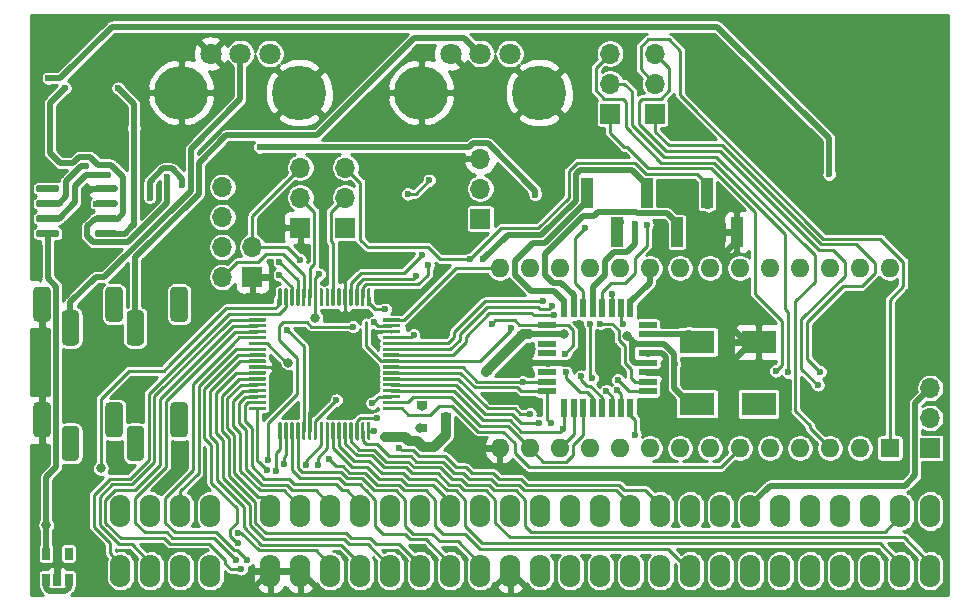
<source format=gbr>
%TF.GenerationSoftware,KiCad,Pcbnew,(5.1.9)-1*%
%TF.CreationDate,2021-06-11T01:10:32-04:00*%
%TF.ProjectId,ZXSwinSID,5a585377-696e-4534-9944-2e6b69636164,rev?*%
%TF.SameCoordinates,Original*%
%TF.FileFunction,Copper,L1,Top*%
%TF.FilePolarity,Positive*%
%FSLAX46Y46*%
G04 Gerber Fmt 4.6, Leading zero omitted, Abs format (unit mm)*
G04 Created by KiCad (PCBNEW (5.1.9)-1) date 2021-06-11 01:10:32*
%MOMM*%
%LPD*%
G01*
G04 APERTURE LIST*
%TA.AperFunction,ComponentPad*%
%ADD10O,1.727200X2.800000*%
%TD*%
%TA.AperFunction,SMDPad,CuDef*%
%ADD11R,1.600000X0.550000*%
%TD*%
%TA.AperFunction,SMDPad,CuDef*%
%ADD12R,0.550000X1.600000*%
%TD*%
%TA.AperFunction,ComponentPad*%
%ADD13R,1.700000X1.700000*%
%TD*%
%TA.AperFunction,ComponentPad*%
%ADD14O,1.700000X1.700000*%
%TD*%
%TA.AperFunction,SMDPad,CuDef*%
%ADD15R,1.000000X2.510000*%
%TD*%
%TA.AperFunction,ComponentPad*%
%ADD16C,1.800000*%
%TD*%
%TA.AperFunction,ComponentPad*%
%ADD17C,4.600000*%
%TD*%
%TA.AperFunction,ComponentPad*%
%ADD18O,4.600000X4.600000*%
%TD*%
%TA.AperFunction,ComponentPad*%
%ADD19R,1.600000X1.600000*%
%TD*%
%TA.AperFunction,ComponentPad*%
%ADD20O,1.600000X1.600000*%
%TD*%
%TA.AperFunction,SMDPad,CuDef*%
%ADD21R,0.650000X1.060000*%
%TD*%
%TA.AperFunction,SMDPad,CuDef*%
%ADD22R,0.900000X0.800000*%
%TD*%
%TA.AperFunction,SMDPad,CuDef*%
%ADD23R,3.000000X1.980000*%
%TD*%
%TA.AperFunction,ViaPad*%
%ADD24C,0.600000*%
%TD*%
%TA.AperFunction,ViaPad*%
%ADD25C,0.800000*%
%TD*%
%TA.AperFunction,Conductor*%
%ADD26C,0.488000*%
%TD*%
%TA.AperFunction,Conductor*%
%ADD27C,0.288000*%
%TD*%
%TA.AperFunction,Conductor*%
%ADD28C,0.880000*%
%TD*%
%TA.AperFunction,Conductor*%
%ADD29C,0.250000*%
%TD*%
%TA.AperFunction,Conductor*%
%ADD30C,0.238000*%
%TD*%
%TA.AperFunction,Conductor*%
%ADD31C,0.100000*%
%TD*%
G04 APERTURE END LIST*
%TO.P,J4,5*%
%TO.N,Net-(J4-Pad5)*%
%TA.AperFunction,ComponentPad*%
G36*
G01*
X67678400Y-101005000D02*
X68428400Y-101005000D01*
G75*
G02*
X68803400Y-101380000I0J-375000D01*
G01*
X68803400Y-103630000D01*
G75*
G02*
X68428400Y-104005000I-375000J0D01*
G01*
X67678400Y-104005000D01*
G75*
G02*
X67303400Y-103630000I0J375000D01*
G01*
X67303400Y-101380000D01*
G75*
G02*
X67678400Y-101005000I375000J0D01*
G01*
G37*
%TD.AperFunction*%
%TO.P,J4,4*%
%TO.N,Net-(J4-Pad4)*%
%TA.AperFunction,ComponentPad*%
G36*
G01*
X73178400Y-101005000D02*
X73928400Y-101005000D01*
G75*
G02*
X74303400Y-101380000I0J-375000D01*
G01*
X74303400Y-103630000D01*
G75*
G02*
X73928400Y-104005000I-375000J0D01*
G01*
X73178400Y-104005000D01*
G75*
G02*
X72803400Y-103630000I0J375000D01*
G01*
X72803400Y-101380000D01*
G75*
G02*
X73178400Y-101005000I375000J0D01*
G01*
G37*
%TD.AperFunction*%
%TO.P,J4,3*%
%TO.N,Net-(J4-Pad3)*%
%TA.AperFunction,ComponentPad*%
G36*
G01*
X69478400Y-103005000D02*
X70228400Y-103005000D01*
G75*
G02*
X70603400Y-103380000I0J-375000D01*
G01*
X70603400Y-105630000D01*
G75*
G02*
X70228400Y-106005000I-375000J0D01*
G01*
X69478400Y-106005000D01*
G75*
G02*
X69103400Y-105630000I0J375000D01*
G01*
X69103400Y-103380000D01*
G75*
G02*
X69478400Y-103005000I375000J0D01*
G01*
G37*
%TD.AperFunction*%
%TO.P,J4,2*%
%TO.N,Net-(J4-Pad2)*%
%TA.AperFunction,ComponentPad*%
G36*
G01*
X63978400Y-103005000D02*
X64728400Y-103005000D01*
G75*
G02*
X65103400Y-103380000I0J-375000D01*
G01*
X65103400Y-105630000D01*
G75*
G02*
X64728400Y-106005000I-375000J0D01*
G01*
X63978400Y-106005000D01*
G75*
G02*
X63603400Y-105630000I0J375000D01*
G01*
X63603400Y-103380000D01*
G75*
G02*
X63978400Y-103005000I375000J0D01*
G01*
G37*
%TD.AperFunction*%
%TO.P,J4,1*%
%TO.N,GND*%
%TA.AperFunction,ComponentPad*%
G36*
G01*
X61578400Y-101005000D02*
X62328400Y-101005000D01*
G75*
G02*
X62703400Y-101380000I0J-375000D01*
G01*
X62703400Y-103630000D01*
G75*
G02*
X62328400Y-104005000I-375000J0D01*
G01*
X61578400Y-104005000D01*
G75*
G02*
X61203400Y-103630000I0J375000D01*
G01*
X61203400Y-101380000D01*
G75*
G02*
X61578400Y-101005000I375000J0D01*
G01*
G37*
%TD.AperFunction*%
%TD*%
D10*
%TO.P,J2,A28*%
%TO.N,/A11*%
X137160000Y-125095000D03*
%TO.P,J2,A27*%
%TO.N,/A9*%
X134620000Y-125095000D03*
%TO.P,J2,A26*%
%TO.N,Net-(J2-PadA26)*%
X132080000Y-125095000D03*
%TO.P,J2,A25*%
%TO.N,Net-(J2-PadA25)*%
X129540000Y-125095000D03*
%TO.P,J2,A24*%
%TO.N,/A4*%
X127000000Y-125095000D03*
%TO.P,J2,A23*%
%TO.N,/A5*%
X124460000Y-125095000D03*
%TO.P,J2,A22*%
%TO.N,/A6*%
X121920000Y-125095000D03*
%TO.P,J2,A21*%
%TO.N,/A7*%
X119380000Y-125095000D03*
%TO.P,J2,A1*%
%TO.N,/A14*%
X68580000Y-125095000D03*
%TO.P,J2,A2*%
%TO.N,/A12*%
X71120000Y-125095000D03*
%TO.P,J2,A3*%
%TO.N,+5V*%
X73660000Y-125095000D03*
%TO.P,J2,A4*%
%TO.N,+9V*%
X76200000Y-125095000D03*
%TO.P,J2,A6*%
%TO.N,GND*%
X81280000Y-125095000D03*
%TO.P,J2,A7*%
X83820000Y-125095000D03*
%TO.P,J2,A8*%
%TO.N,/~CLKCPU*%
X86360000Y-125095000D03*
%TO.P,J2,A9*%
%TO.N,/A0*%
X88900000Y-125095000D03*
%TO.P,J2,A10*%
%TO.N,/A1*%
X91440000Y-125095000D03*
%TO.P,J2,A11*%
%TO.N,/A2*%
X93980000Y-125095000D03*
%TO.P,J2,A12*%
%TO.N,/A3*%
X96520000Y-125095000D03*
%TO.P,J2,A13*%
%TO.N,/~IORQGE*%
X99060000Y-125095000D03*
%TO.P,J2,A14*%
%TO.N,GND*%
X101600000Y-125095000D03*
%TO.P,J2,A15*%
%TO.N,Net-(J2-PadA15)*%
X104140000Y-125095000D03*
%TO.P,J2,A16*%
%TO.N,Net-(J2-PadA16)*%
X106680000Y-125095000D03*
%TO.P,J2,A17*%
%TO.N,Net-(J2-PadA17)*%
X109220000Y-125095000D03*
%TO.P,J2,A18*%
%TO.N,Net-(J2-PadA18)*%
X111760000Y-125095000D03*
%TO.P,J2,A19*%
%TO.N,Net-(J2-PadA19)*%
X114300000Y-125095000D03*
%TO.P,J2,A20*%
%TO.N,/~RST*%
X116840000Y-125095000D03*
%TO.P,J2,B28*%
%TO.N,Net-(J2-PadB28)*%
X137160000Y-120015000D03*
%TO.P,J2,B27*%
%TO.N,/A10*%
X134620000Y-120015000D03*
%TO.P,J2,B26*%
%TO.N,/A8*%
X132080000Y-120015000D03*
%TO.P,J2,B25*%
%TO.N,Net-(J2-PadB25)*%
X129540000Y-120015000D03*
%TO.P,J2,B24*%
%TO.N,Net-(J2-PadB24)*%
X127000000Y-120015000D03*
%TO.P,J2,B23*%
%TO.N,Net-(J2-PadB23)*%
X124460000Y-120015000D03*
%TO.P,J2,B22*%
%TO.N,+12V*%
X121920000Y-120015000D03*
%TO.P,J2,B21*%
%TO.N,/~WAIT*%
X119380000Y-120015000D03*
%TO.P,J2,B1*%
%TO.N,/A15*%
X68580000Y-120015000D03*
%TO.P,J2,B2*%
%TO.N,/A13*%
X71120000Y-120015000D03*
%TO.P,J2,B3*%
%TO.N,/D7*%
X73660000Y-120015000D03*
%TO.P,J2,B4*%
%TO.N,Net-(J2-PadB4)*%
X76200000Y-120015000D03*
%TO.P,J2,B6*%
%TO.N,/D0*%
X81280000Y-120015000D03*
%TO.P,J2,B7*%
%TO.N,/D1*%
X83820000Y-120015000D03*
%TO.P,J2,B8*%
%TO.N,/D2*%
X86360000Y-120015000D03*
%TO.P,J2,B9*%
%TO.N,/D6*%
X88900000Y-120015000D03*
%TO.P,J2,B10*%
%TO.N,/D5*%
X91440000Y-120015000D03*
%TO.P,J2,B11*%
%TO.N,/D3*%
X93980000Y-120015000D03*
%TO.P,J2,B12*%
%TO.N,/D4*%
X96520000Y-120015000D03*
%TO.P,J2,B13*%
%TO.N,Net-(J2-PadB13)*%
X99060000Y-120015000D03*
%TO.P,J2,B14*%
%TO.N,Net-(J2-PadB14)*%
X101600000Y-120015000D03*
%TO.P,J2,B15*%
%TO.N,Net-(J2-PadB15)*%
X104140000Y-120015000D03*
%TO.P,J2,B16*%
%TO.N,Net-(J2-PadB16)*%
X106680000Y-120015000D03*
%TO.P,J2,B17*%
%TO.N,/~IORQ*%
X109220000Y-120015000D03*
%TO.P,J2,B18*%
%TO.N,/~RD*%
X111760000Y-120015000D03*
%TO.P,J2,B19*%
%TO.N,/~WR*%
X114300000Y-120015000D03*
%TO.P,J2,B20*%
%TO.N,Net-(J2-PadB20)*%
X116840000Y-120015000D03*
%TD*%
D11*
%TO.P,U1,1*%
%TO.N,/SID_D3*%
X113216000Y-109861000D03*
%TO.P,U1,2*%
%TO.N,/SID_D4*%
X113216000Y-109061000D03*
%TO.P,U1,3*%
%TO.N,GND*%
X113216000Y-108261000D03*
%TO.P,U1,4*%
%TO.N,+5V*%
X113216000Y-107461000D03*
%TO.P,U1,5*%
%TO.N,GND*%
X113216000Y-106661000D03*
%TO.P,U1,6*%
%TO.N,+5V*%
X113216000Y-105861000D03*
%TO.P,U1,7*%
%TO.N,/X32*%
X113216000Y-105061000D03*
%TO.P,U1,8*%
%TO.N,/~X32*%
X113216000Y-104261000D03*
D12*
%TO.P,U1,9*%
%TO.N,/SID_D5*%
X111766000Y-102811000D03*
%TO.P,U1,10*%
%TO.N,/SID_D6*%
X110966000Y-102811000D03*
%TO.P,U1,11*%
%TO.N,/SID_D7*%
X110166000Y-102811000D03*
%TO.P,U1,12*%
%TO.N,Net-(JP2-Pad2)*%
X109366000Y-102811000D03*
%TO.P,U1,13*%
%TO.N,Net-(R1-Pad2)*%
X108566000Y-102811000D03*
%TO.P,U1,14*%
%TO.N,Net-(R2-Pad2)*%
X107766000Y-102811000D03*
%TO.P,U1,15*%
%TO.N,/MOSI*%
X106966000Y-102811000D03*
%TO.P,U1,16*%
%TO.N,/MISO*%
X106166000Y-102811000D03*
D11*
%TO.P,U1,17*%
%TO.N,/SCK*%
X104716000Y-104261000D03*
%TO.P,U1,18*%
%TO.N,+5V*%
X104716000Y-105061000D03*
%TO.P,U1,19*%
%TO.N,Net-(U1-Pad19)*%
X104716000Y-105861000D03*
%TO.P,U1,20*%
%TO.N,Net-(U1-Pad20)*%
X104716000Y-106661000D03*
%TO.P,U1,21*%
%TO.N,GND*%
X104716000Y-107461000D03*
%TO.P,U1,22*%
%TO.N,Net-(U1-Pad22)*%
X104716000Y-108261000D03*
%TO.P,U1,23*%
%TO.N,/SID_A0*%
X104716000Y-109061000D03*
%TO.P,U1,24*%
%TO.N,/SID_A1*%
X104716000Y-109861000D03*
D12*
%TO.P,U1,25*%
%TO.N,/SID_A2*%
X106166000Y-111311000D03*
%TO.P,U1,26*%
%TO.N,/SID_A3*%
X106966000Y-111311000D03*
%TO.P,U1,27*%
%TO.N,/SID_A4*%
X107766000Y-111311000D03*
%TO.P,U1,28*%
%TO.N,/SID_D2*%
X108566000Y-111311000D03*
%TO.P,U1,29*%
%TO.N,/~AVR_RST*%
X109366000Y-111311000D03*
%TO.P,U1,30*%
%TO.N,/SID_D0*%
X110166000Y-111311000D03*
%TO.P,U1,31*%
%TO.N,/SID_D1*%
X110966000Y-111311000D03*
%TO.P,U1,32*%
%TO.N,/~SID_CS*%
X111766000Y-111311000D03*
%TD*%
%TO.P,U3,1*%
%TO.N,/SID_CLK*%
%TA.AperFunction,SMDPad,CuDef*%
G36*
G01*
X92252000Y-111244000D02*
X92252000Y-111394000D01*
G75*
G02*
X92177000Y-111469000I-75000J0D01*
G01*
X90852000Y-111469000D01*
G75*
G02*
X90777000Y-111394000I0J75000D01*
G01*
X90777000Y-111244000D01*
G75*
G02*
X90852000Y-111169000I75000J0D01*
G01*
X92177000Y-111169000D01*
G75*
G02*
X92252000Y-111244000I0J-75000D01*
G01*
G37*
%TD.AperFunction*%
%TO.P,U3,2*%
%TO.N,/SID_A4*%
%TA.AperFunction,SMDPad,CuDef*%
G36*
G01*
X92252000Y-110744000D02*
X92252000Y-110894000D01*
G75*
G02*
X92177000Y-110969000I-75000J0D01*
G01*
X90852000Y-110969000D01*
G75*
G02*
X90777000Y-110894000I0J75000D01*
G01*
X90777000Y-110744000D01*
G75*
G02*
X90852000Y-110669000I75000J0D01*
G01*
X92177000Y-110669000D01*
G75*
G02*
X92252000Y-110744000I0J-75000D01*
G01*
G37*
%TD.AperFunction*%
%TO.P,U3,3*%
%TO.N,+3V3*%
%TA.AperFunction,SMDPad,CuDef*%
G36*
G01*
X92252000Y-110244000D02*
X92252000Y-110394000D01*
G75*
G02*
X92177000Y-110469000I-75000J0D01*
G01*
X90852000Y-110469000D01*
G75*
G02*
X90777000Y-110394000I0J75000D01*
G01*
X90777000Y-110244000D01*
G75*
G02*
X90852000Y-110169000I75000J0D01*
G01*
X92177000Y-110169000D01*
G75*
G02*
X92252000Y-110244000I0J-75000D01*
G01*
G37*
%TD.AperFunction*%
%TO.P,U3,4*%
%TO.N,/SID_A2*%
%TA.AperFunction,SMDPad,CuDef*%
G36*
G01*
X92252000Y-109744000D02*
X92252000Y-109894000D01*
G75*
G02*
X92177000Y-109969000I-75000J0D01*
G01*
X90852000Y-109969000D01*
G75*
G02*
X90777000Y-109894000I0J75000D01*
G01*
X90777000Y-109744000D01*
G75*
G02*
X90852000Y-109669000I75000J0D01*
G01*
X92177000Y-109669000D01*
G75*
G02*
X92252000Y-109744000I0J-75000D01*
G01*
G37*
%TD.AperFunction*%
%TO.P,U3,5*%
%TO.N,/SID_A3*%
%TA.AperFunction,SMDPad,CuDef*%
G36*
G01*
X92252000Y-109244000D02*
X92252000Y-109394000D01*
G75*
G02*
X92177000Y-109469000I-75000J0D01*
G01*
X90852000Y-109469000D01*
G75*
G02*
X90777000Y-109394000I0J75000D01*
G01*
X90777000Y-109244000D01*
G75*
G02*
X90852000Y-109169000I75000J0D01*
G01*
X92177000Y-109169000D01*
G75*
G02*
X92252000Y-109244000I0J-75000D01*
G01*
G37*
%TD.AperFunction*%
%TO.P,U3,6*%
%TO.N,/~SID_CS*%
%TA.AperFunction,SMDPad,CuDef*%
G36*
G01*
X92252000Y-108744000D02*
X92252000Y-108894000D01*
G75*
G02*
X92177000Y-108969000I-75000J0D01*
G01*
X90852000Y-108969000D01*
G75*
G02*
X90777000Y-108894000I0J75000D01*
G01*
X90777000Y-108744000D01*
G75*
G02*
X90852000Y-108669000I75000J0D01*
G01*
X92177000Y-108669000D01*
G75*
G02*
X92252000Y-108744000I0J-75000D01*
G01*
G37*
%TD.AperFunction*%
%TO.P,U3,7*%
%TO.N,/SID_A1*%
%TA.AperFunction,SMDPad,CuDef*%
G36*
G01*
X92252000Y-108244000D02*
X92252000Y-108394000D01*
G75*
G02*
X92177000Y-108469000I-75000J0D01*
G01*
X90852000Y-108469000D01*
G75*
G02*
X90777000Y-108394000I0J75000D01*
G01*
X90777000Y-108244000D01*
G75*
G02*
X90852000Y-108169000I75000J0D01*
G01*
X92177000Y-108169000D01*
G75*
G02*
X92252000Y-108244000I0J-75000D01*
G01*
G37*
%TD.AperFunction*%
%TO.P,U3,8*%
%TO.N,/SID_A0*%
%TA.AperFunction,SMDPad,CuDef*%
G36*
G01*
X92252000Y-107744000D02*
X92252000Y-107894000D01*
G75*
G02*
X92177000Y-107969000I-75000J0D01*
G01*
X90852000Y-107969000D01*
G75*
G02*
X90777000Y-107894000I0J75000D01*
G01*
X90777000Y-107744000D01*
G75*
G02*
X90852000Y-107669000I75000J0D01*
G01*
X92177000Y-107669000D01*
G75*
G02*
X92252000Y-107744000I0J-75000D01*
G01*
G37*
%TD.AperFunction*%
%TO.P,U3,9*%
%TO.N,/SID_D1*%
%TA.AperFunction,SMDPad,CuDef*%
G36*
G01*
X92252000Y-107244000D02*
X92252000Y-107394000D01*
G75*
G02*
X92177000Y-107469000I-75000J0D01*
G01*
X90852000Y-107469000D01*
G75*
G02*
X90777000Y-107394000I0J75000D01*
G01*
X90777000Y-107244000D01*
G75*
G02*
X90852000Y-107169000I75000J0D01*
G01*
X92177000Y-107169000D01*
G75*
G02*
X92252000Y-107244000I0J-75000D01*
G01*
G37*
%TD.AperFunction*%
%TO.P,U3,10*%
%TO.N,/SID_D6*%
%TA.AperFunction,SMDPad,CuDef*%
G36*
G01*
X92252000Y-106744000D02*
X92252000Y-106894000D01*
G75*
G02*
X92177000Y-106969000I-75000J0D01*
G01*
X90852000Y-106969000D01*
G75*
G02*
X90777000Y-106894000I0J75000D01*
G01*
X90777000Y-106744000D01*
G75*
G02*
X90852000Y-106669000I75000J0D01*
G01*
X92177000Y-106669000D01*
G75*
G02*
X92252000Y-106744000I0J-75000D01*
G01*
G37*
%TD.AperFunction*%
%TO.P,U3,11*%
%TO.N,/SID_D7*%
%TA.AperFunction,SMDPad,CuDef*%
G36*
G01*
X92252000Y-106244000D02*
X92252000Y-106394000D01*
G75*
G02*
X92177000Y-106469000I-75000J0D01*
G01*
X90852000Y-106469000D01*
G75*
G02*
X90777000Y-106394000I0J75000D01*
G01*
X90777000Y-106244000D01*
G75*
G02*
X90852000Y-106169000I75000J0D01*
G01*
X92177000Y-106169000D01*
G75*
G02*
X92252000Y-106244000I0J-75000D01*
G01*
G37*
%TD.AperFunction*%
%TO.P,U3,12*%
%TO.N,/SID_D2*%
%TA.AperFunction,SMDPad,CuDef*%
G36*
G01*
X92252000Y-105744000D02*
X92252000Y-105894000D01*
G75*
G02*
X92177000Y-105969000I-75000J0D01*
G01*
X90852000Y-105969000D01*
G75*
G02*
X90777000Y-105894000I0J75000D01*
G01*
X90777000Y-105744000D01*
G75*
G02*
X90852000Y-105669000I75000J0D01*
G01*
X92177000Y-105669000D01*
G75*
G02*
X92252000Y-105744000I0J-75000D01*
G01*
G37*
%TD.AperFunction*%
%TO.P,U3,13*%
%TO.N,/~SID_WR*%
%TA.AperFunction,SMDPad,CuDef*%
G36*
G01*
X92252000Y-105244000D02*
X92252000Y-105394000D01*
G75*
G02*
X92177000Y-105469000I-75000J0D01*
G01*
X90852000Y-105469000D01*
G75*
G02*
X90777000Y-105394000I0J75000D01*
G01*
X90777000Y-105244000D01*
G75*
G02*
X90852000Y-105169000I75000J0D01*
G01*
X92177000Y-105169000D01*
G75*
G02*
X92252000Y-105244000I0J-75000D01*
G01*
G37*
%TD.AperFunction*%
%TO.P,U3,14*%
%TO.N,GND*%
%TA.AperFunction,SMDPad,CuDef*%
G36*
G01*
X92252000Y-104744000D02*
X92252000Y-104894000D01*
G75*
G02*
X92177000Y-104969000I-75000J0D01*
G01*
X90852000Y-104969000D01*
G75*
G02*
X90777000Y-104894000I0J75000D01*
G01*
X90777000Y-104744000D01*
G75*
G02*
X90852000Y-104669000I75000J0D01*
G01*
X92177000Y-104669000D01*
G75*
G02*
X92252000Y-104744000I0J-75000D01*
G01*
G37*
%TD.AperFunction*%
%TO.P,U3,15*%
%TO.N,/~CLKCPU*%
%TA.AperFunction,SMDPad,CuDef*%
G36*
G01*
X92252000Y-104244000D02*
X92252000Y-104394000D01*
G75*
G02*
X92177000Y-104469000I-75000J0D01*
G01*
X90852000Y-104469000D01*
G75*
G02*
X90777000Y-104394000I0J75000D01*
G01*
X90777000Y-104244000D01*
G75*
G02*
X90852000Y-104169000I75000J0D01*
G01*
X92177000Y-104169000D01*
G75*
G02*
X92252000Y-104244000I0J-75000D01*
G01*
G37*
%TD.AperFunction*%
%TO.P,U3,16*%
%TO.N,/SID_D0*%
%TA.AperFunction,SMDPad,CuDef*%
G36*
G01*
X92252000Y-103744000D02*
X92252000Y-103894000D01*
G75*
G02*
X92177000Y-103969000I-75000J0D01*
G01*
X90852000Y-103969000D01*
G75*
G02*
X90777000Y-103894000I0J75000D01*
G01*
X90777000Y-103744000D01*
G75*
G02*
X90852000Y-103669000I75000J0D01*
G01*
X92177000Y-103669000D01*
G75*
G02*
X92252000Y-103744000I0J-75000D01*
G01*
G37*
%TD.AperFunction*%
%TO.P,U3,17*%
%TO.N,/X32*%
%TA.AperFunction,SMDPad,CuDef*%
G36*
G01*
X89752000Y-101244000D02*
X89752000Y-102569000D01*
G75*
G02*
X89677000Y-102644000I-75000J0D01*
G01*
X89527000Y-102644000D01*
G75*
G02*
X89452000Y-102569000I0J75000D01*
G01*
X89452000Y-101244000D01*
G75*
G02*
X89527000Y-101169000I75000J0D01*
G01*
X89677000Y-101169000D01*
G75*
G02*
X89752000Y-101244000I0J-75000D01*
G01*
G37*
%TD.AperFunction*%
%TO.P,U3,18*%
%TO.N,/SID_D4*%
%TA.AperFunction,SMDPad,CuDef*%
G36*
G01*
X89252000Y-101244000D02*
X89252000Y-102569000D01*
G75*
G02*
X89177000Y-102644000I-75000J0D01*
G01*
X89027000Y-102644000D01*
G75*
G02*
X88952000Y-102569000I0J75000D01*
G01*
X88952000Y-101244000D01*
G75*
G02*
X89027000Y-101169000I75000J0D01*
G01*
X89177000Y-101169000D01*
G75*
G02*
X89252000Y-101244000I0J-75000D01*
G01*
G37*
%TD.AperFunction*%
%TO.P,U3,19*%
%TO.N,/SID_D3*%
%TA.AperFunction,SMDPad,CuDef*%
G36*
G01*
X88752000Y-101244000D02*
X88752000Y-102569000D01*
G75*
G02*
X88677000Y-102644000I-75000J0D01*
G01*
X88527000Y-102644000D01*
G75*
G02*
X88452000Y-102569000I0J75000D01*
G01*
X88452000Y-101244000D01*
G75*
G02*
X88527000Y-101169000I75000J0D01*
G01*
X88677000Y-101169000D01*
G75*
G02*
X88752000Y-101244000I0J-75000D01*
G01*
G37*
%TD.AperFunction*%
%TO.P,U3,20*%
%TO.N,/SID_D5*%
%TA.AperFunction,SMDPad,CuDef*%
G36*
G01*
X88252000Y-101244000D02*
X88252000Y-102569000D01*
G75*
G02*
X88177000Y-102644000I-75000J0D01*
G01*
X88027000Y-102644000D01*
G75*
G02*
X87952000Y-102569000I0J75000D01*
G01*
X87952000Y-101244000D01*
G75*
G02*
X88027000Y-101169000I75000J0D01*
G01*
X88177000Y-101169000D01*
G75*
G02*
X88252000Y-101244000I0J-75000D01*
G01*
G37*
%TD.AperFunction*%
%TO.P,U3,21*%
%TO.N,GND*%
%TA.AperFunction,SMDPad,CuDef*%
G36*
G01*
X87752000Y-101244000D02*
X87752000Y-102569000D01*
G75*
G02*
X87677000Y-102644000I-75000J0D01*
G01*
X87527000Y-102644000D01*
G75*
G02*
X87452000Y-102569000I0J75000D01*
G01*
X87452000Y-101244000D01*
G75*
G02*
X87527000Y-101169000I75000J0D01*
G01*
X87677000Y-101169000D01*
G75*
G02*
X87752000Y-101244000I0J-75000D01*
G01*
G37*
%TD.AperFunction*%
%TO.P,U3,22*%
%TO.N,Net-(U3-Pad22)*%
%TA.AperFunction,SMDPad,CuDef*%
G36*
G01*
X87252000Y-101244000D02*
X87252000Y-102569000D01*
G75*
G02*
X87177000Y-102644000I-75000J0D01*
G01*
X87027000Y-102644000D01*
G75*
G02*
X86952000Y-102569000I0J75000D01*
G01*
X86952000Y-101244000D01*
G75*
G02*
X87027000Y-101169000I75000J0D01*
G01*
X87177000Y-101169000D01*
G75*
G02*
X87252000Y-101244000I0J-75000D01*
G01*
G37*
%TD.AperFunction*%
%TO.P,U3,23*%
%TO.N,/~SID_RST*%
%TA.AperFunction,SMDPad,CuDef*%
G36*
G01*
X86752000Y-101244000D02*
X86752000Y-102569000D01*
G75*
G02*
X86677000Y-102644000I-75000J0D01*
G01*
X86527000Y-102644000D01*
G75*
G02*
X86452000Y-102569000I0J75000D01*
G01*
X86452000Y-101244000D01*
G75*
G02*
X86527000Y-101169000I75000J0D01*
G01*
X86677000Y-101169000D01*
G75*
G02*
X86752000Y-101244000I0J-75000D01*
G01*
G37*
%TD.AperFunction*%
%TO.P,U3,24*%
%TO.N,Net-(U3-Pad24)*%
%TA.AperFunction,SMDPad,CuDef*%
G36*
G01*
X86252000Y-101244000D02*
X86252000Y-102569000D01*
G75*
G02*
X86177000Y-102644000I-75000J0D01*
G01*
X86027000Y-102644000D01*
G75*
G02*
X85952000Y-102569000I0J75000D01*
G01*
X85952000Y-101244000D01*
G75*
G02*
X86027000Y-101169000I75000J0D01*
G01*
X86177000Y-101169000D01*
G75*
G02*
X86252000Y-101244000I0J-75000D01*
G01*
G37*
%TD.AperFunction*%
%TO.P,U3,25*%
%TO.N,Net-(U3-Pad25)*%
%TA.AperFunction,SMDPad,CuDef*%
G36*
G01*
X85752000Y-101244000D02*
X85752000Y-102569000D01*
G75*
G02*
X85677000Y-102644000I-75000J0D01*
G01*
X85527000Y-102644000D01*
G75*
G02*
X85452000Y-102569000I0J75000D01*
G01*
X85452000Y-101244000D01*
G75*
G02*
X85527000Y-101169000I75000J0D01*
G01*
X85677000Y-101169000D01*
G75*
G02*
X85752000Y-101244000I0J-75000D01*
G01*
G37*
%TD.AperFunction*%
%TO.P,U3,26*%
%TO.N,+3V3*%
%TA.AperFunction,SMDPad,CuDef*%
G36*
G01*
X85252000Y-101244000D02*
X85252000Y-102569000D01*
G75*
G02*
X85177000Y-102644000I-75000J0D01*
G01*
X85027000Y-102644000D01*
G75*
G02*
X84952000Y-102569000I0J75000D01*
G01*
X84952000Y-101244000D01*
G75*
G02*
X85027000Y-101169000I75000J0D01*
G01*
X85177000Y-101169000D01*
G75*
G02*
X85252000Y-101244000I0J-75000D01*
G01*
G37*
%TD.AperFunction*%
%TO.P,U3,27*%
%TO.N,Net-(JP6-Pad2)*%
%TA.AperFunction,SMDPad,CuDef*%
G36*
G01*
X84752000Y-101244000D02*
X84752000Y-102569000D01*
G75*
G02*
X84677000Y-102644000I-75000J0D01*
G01*
X84527000Y-102644000D01*
G75*
G02*
X84452000Y-102569000I0J75000D01*
G01*
X84452000Y-101244000D01*
G75*
G02*
X84527000Y-101169000I75000J0D01*
G01*
X84677000Y-101169000D01*
G75*
G02*
X84752000Y-101244000I0J-75000D01*
G01*
G37*
%TD.AperFunction*%
%TO.P,U3,28*%
%TO.N,Net-(J1-Pad2)*%
%TA.AperFunction,SMDPad,CuDef*%
G36*
G01*
X84252000Y-101244000D02*
X84252000Y-102569000D01*
G75*
G02*
X84177000Y-102644000I-75000J0D01*
G01*
X84027000Y-102644000D01*
G75*
G02*
X83952000Y-102569000I0J75000D01*
G01*
X83952000Y-101244000D01*
G75*
G02*
X84027000Y-101169000I75000J0D01*
G01*
X84177000Y-101169000D01*
G75*
G02*
X84252000Y-101244000I0J-75000D01*
G01*
G37*
%TD.AperFunction*%
%TO.P,U3,29*%
%TO.N,Net-(J1-Pad6)*%
%TA.AperFunction,SMDPad,CuDef*%
G36*
G01*
X83752000Y-101244000D02*
X83752000Y-102569000D01*
G75*
G02*
X83677000Y-102644000I-75000J0D01*
G01*
X83527000Y-102644000D01*
G75*
G02*
X83452000Y-102569000I0J75000D01*
G01*
X83452000Y-101244000D01*
G75*
G02*
X83527000Y-101169000I75000J0D01*
G01*
X83677000Y-101169000D01*
G75*
G02*
X83752000Y-101244000I0J-75000D01*
G01*
G37*
%TD.AperFunction*%
%TO.P,U3,30*%
%TO.N,Net-(J1-Pad8)*%
%TA.AperFunction,SMDPad,CuDef*%
G36*
G01*
X83252000Y-101244000D02*
X83252000Y-102569000D01*
G75*
G02*
X83177000Y-102644000I-75000J0D01*
G01*
X83027000Y-102644000D01*
G75*
G02*
X82952000Y-102569000I0J75000D01*
G01*
X82952000Y-101244000D01*
G75*
G02*
X83027000Y-101169000I75000J0D01*
G01*
X83177000Y-101169000D01*
G75*
G02*
X83252000Y-101244000I0J-75000D01*
G01*
G37*
%TD.AperFunction*%
%TO.P,U3,31*%
%TO.N,/A14*%
%TA.AperFunction,SMDPad,CuDef*%
G36*
G01*
X82752000Y-101244000D02*
X82752000Y-102569000D01*
G75*
G02*
X82677000Y-102644000I-75000J0D01*
G01*
X82527000Y-102644000D01*
G75*
G02*
X82452000Y-102569000I0J75000D01*
G01*
X82452000Y-101244000D01*
G75*
G02*
X82527000Y-101169000I75000J0D01*
G01*
X82677000Y-101169000D01*
G75*
G02*
X82752000Y-101244000I0J-75000D01*
G01*
G37*
%TD.AperFunction*%
%TO.P,U3,32*%
%TO.N,/A15*%
%TA.AperFunction,SMDPad,CuDef*%
G36*
G01*
X82252000Y-101244000D02*
X82252000Y-102569000D01*
G75*
G02*
X82177000Y-102644000I-75000J0D01*
G01*
X82027000Y-102644000D01*
G75*
G02*
X81952000Y-102569000I0J75000D01*
G01*
X81952000Y-101244000D01*
G75*
G02*
X82027000Y-101169000I75000J0D01*
G01*
X82177000Y-101169000D01*
G75*
G02*
X82252000Y-101244000I0J-75000D01*
G01*
G37*
%TD.AperFunction*%
%TO.P,U3,33*%
%TO.N,/A12*%
%TA.AperFunction,SMDPad,CuDef*%
G36*
G01*
X80927000Y-103744000D02*
X80927000Y-103894000D01*
G75*
G02*
X80852000Y-103969000I-75000J0D01*
G01*
X79527000Y-103969000D01*
G75*
G02*
X79452000Y-103894000I0J75000D01*
G01*
X79452000Y-103744000D01*
G75*
G02*
X79527000Y-103669000I75000J0D01*
G01*
X80852000Y-103669000D01*
G75*
G02*
X80927000Y-103744000I0J-75000D01*
G01*
G37*
%TD.AperFunction*%
%TO.P,U3,34*%
%TO.N,/A7*%
%TA.AperFunction,SMDPad,CuDef*%
G36*
G01*
X80927000Y-104244000D02*
X80927000Y-104394000D01*
G75*
G02*
X80852000Y-104469000I-75000J0D01*
G01*
X79527000Y-104469000D01*
G75*
G02*
X79452000Y-104394000I0J75000D01*
G01*
X79452000Y-104244000D01*
G75*
G02*
X79527000Y-104169000I75000J0D01*
G01*
X80852000Y-104169000D01*
G75*
G02*
X80927000Y-104244000I0J-75000D01*
G01*
G37*
%TD.AperFunction*%
%TO.P,U3,35*%
%TO.N,/A5*%
%TA.AperFunction,SMDPad,CuDef*%
G36*
G01*
X80927000Y-104744000D02*
X80927000Y-104894000D01*
G75*
G02*
X80852000Y-104969000I-75000J0D01*
G01*
X79527000Y-104969000D01*
G75*
G02*
X79452000Y-104894000I0J75000D01*
G01*
X79452000Y-104744000D01*
G75*
G02*
X79527000Y-104669000I75000J0D01*
G01*
X80852000Y-104669000D01*
G75*
G02*
X80927000Y-104744000I0J-75000D01*
G01*
G37*
%TD.AperFunction*%
%TO.P,U3,36*%
%TO.N,/A6*%
%TA.AperFunction,SMDPad,CuDef*%
G36*
G01*
X80927000Y-105244000D02*
X80927000Y-105394000D01*
G75*
G02*
X80852000Y-105469000I-75000J0D01*
G01*
X79527000Y-105469000D01*
G75*
G02*
X79452000Y-105394000I0J75000D01*
G01*
X79452000Y-105244000D01*
G75*
G02*
X79527000Y-105169000I75000J0D01*
G01*
X80852000Y-105169000D01*
G75*
G02*
X80927000Y-105244000I0J-75000D01*
G01*
G37*
%TD.AperFunction*%
%TO.P,U3,37*%
%TO.N,+3V3*%
%TA.AperFunction,SMDPad,CuDef*%
G36*
G01*
X80927000Y-105744000D02*
X80927000Y-105894000D01*
G75*
G02*
X80852000Y-105969000I-75000J0D01*
G01*
X79527000Y-105969000D01*
G75*
G02*
X79452000Y-105894000I0J75000D01*
G01*
X79452000Y-105744000D01*
G75*
G02*
X79527000Y-105669000I75000J0D01*
G01*
X80852000Y-105669000D01*
G75*
G02*
X80927000Y-105744000I0J-75000D01*
G01*
G37*
%TD.AperFunction*%
%TO.P,U3,38*%
%TO.N,/D7*%
%TA.AperFunction,SMDPad,CuDef*%
G36*
G01*
X80927000Y-106244000D02*
X80927000Y-106394000D01*
G75*
G02*
X80852000Y-106469000I-75000J0D01*
G01*
X79527000Y-106469000D01*
G75*
G02*
X79452000Y-106394000I0J75000D01*
G01*
X79452000Y-106244000D01*
G75*
G02*
X79527000Y-106169000I75000J0D01*
G01*
X80852000Y-106169000D01*
G75*
G02*
X80927000Y-106244000I0J-75000D01*
G01*
G37*
%TD.AperFunction*%
%TO.P,U3,39*%
%TO.N,/A4*%
%TA.AperFunction,SMDPad,CuDef*%
G36*
G01*
X80927000Y-106744000D02*
X80927000Y-106894000D01*
G75*
G02*
X80852000Y-106969000I-75000J0D01*
G01*
X79527000Y-106969000D01*
G75*
G02*
X79452000Y-106894000I0J75000D01*
G01*
X79452000Y-106744000D01*
G75*
G02*
X79527000Y-106669000I75000J0D01*
G01*
X80852000Y-106669000D01*
G75*
G02*
X80927000Y-106744000I0J-75000D01*
G01*
G37*
%TD.AperFunction*%
%TO.P,U3,40*%
%TO.N,/A0*%
%TA.AperFunction,SMDPad,CuDef*%
G36*
G01*
X80927000Y-107244000D02*
X80927000Y-107394000D01*
G75*
G02*
X80852000Y-107469000I-75000J0D01*
G01*
X79527000Y-107469000D01*
G75*
G02*
X79452000Y-107394000I0J75000D01*
G01*
X79452000Y-107244000D01*
G75*
G02*
X79527000Y-107169000I75000J0D01*
G01*
X80852000Y-107169000D01*
G75*
G02*
X80927000Y-107244000I0J-75000D01*
G01*
G37*
%TD.AperFunction*%
%TO.P,U3,41*%
%TO.N,GND*%
%TA.AperFunction,SMDPad,CuDef*%
G36*
G01*
X80927000Y-107744000D02*
X80927000Y-107894000D01*
G75*
G02*
X80852000Y-107969000I-75000J0D01*
G01*
X79527000Y-107969000D01*
G75*
G02*
X79452000Y-107894000I0J75000D01*
G01*
X79452000Y-107744000D01*
G75*
G02*
X79527000Y-107669000I75000J0D01*
G01*
X80852000Y-107669000D01*
G75*
G02*
X80927000Y-107744000I0J-75000D01*
G01*
G37*
%TD.AperFunction*%
%TO.P,U3,42*%
%TO.N,/A1*%
%TA.AperFunction,SMDPad,CuDef*%
G36*
G01*
X80927000Y-108244000D02*
X80927000Y-108394000D01*
G75*
G02*
X80852000Y-108469000I-75000J0D01*
G01*
X79527000Y-108469000D01*
G75*
G02*
X79452000Y-108394000I0J75000D01*
G01*
X79452000Y-108244000D01*
G75*
G02*
X79527000Y-108169000I75000J0D01*
G01*
X80852000Y-108169000D01*
G75*
G02*
X80927000Y-108244000I0J-75000D01*
G01*
G37*
%TD.AperFunction*%
%TO.P,U3,43*%
%TO.N,/A2*%
%TA.AperFunction,SMDPad,CuDef*%
G36*
G01*
X80927000Y-108744000D02*
X80927000Y-108894000D01*
G75*
G02*
X80852000Y-108969000I-75000J0D01*
G01*
X79527000Y-108969000D01*
G75*
G02*
X79452000Y-108894000I0J75000D01*
G01*
X79452000Y-108744000D01*
G75*
G02*
X79527000Y-108669000I75000J0D01*
G01*
X80852000Y-108669000D01*
G75*
G02*
X80927000Y-108744000I0J-75000D01*
G01*
G37*
%TD.AperFunction*%
%TO.P,U3,44*%
%TO.N,/D0*%
%TA.AperFunction,SMDPad,CuDef*%
G36*
G01*
X80927000Y-109244000D02*
X80927000Y-109394000D01*
G75*
G02*
X80852000Y-109469000I-75000J0D01*
G01*
X79527000Y-109469000D01*
G75*
G02*
X79452000Y-109394000I0J75000D01*
G01*
X79452000Y-109244000D01*
G75*
G02*
X79527000Y-109169000I75000J0D01*
G01*
X80852000Y-109169000D01*
G75*
G02*
X80927000Y-109244000I0J-75000D01*
G01*
G37*
%TD.AperFunction*%
%TO.P,U3,45*%
%TO.N,/D1*%
%TA.AperFunction,SMDPad,CuDef*%
G36*
G01*
X80927000Y-109744000D02*
X80927000Y-109894000D01*
G75*
G02*
X80852000Y-109969000I-75000J0D01*
G01*
X79527000Y-109969000D01*
G75*
G02*
X79452000Y-109894000I0J75000D01*
G01*
X79452000Y-109744000D01*
G75*
G02*
X79527000Y-109669000I75000J0D01*
G01*
X80852000Y-109669000D01*
G75*
G02*
X80927000Y-109744000I0J-75000D01*
G01*
G37*
%TD.AperFunction*%
%TO.P,U3,46*%
%TO.N,/D2*%
%TA.AperFunction,SMDPad,CuDef*%
G36*
G01*
X80927000Y-110244000D02*
X80927000Y-110394000D01*
G75*
G02*
X80852000Y-110469000I-75000J0D01*
G01*
X79527000Y-110469000D01*
G75*
G02*
X79452000Y-110394000I0J75000D01*
G01*
X79452000Y-110244000D01*
G75*
G02*
X79527000Y-110169000I75000J0D01*
G01*
X80852000Y-110169000D01*
G75*
G02*
X80927000Y-110244000I0J-75000D01*
G01*
G37*
%TD.AperFunction*%
%TO.P,U3,47*%
%TO.N,/D6*%
%TA.AperFunction,SMDPad,CuDef*%
G36*
G01*
X80927000Y-110744000D02*
X80927000Y-110894000D01*
G75*
G02*
X80852000Y-110969000I-75000J0D01*
G01*
X79527000Y-110969000D01*
G75*
G02*
X79452000Y-110894000I0J75000D01*
G01*
X79452000Y-110744000D01*
G75*
G02*
X79527000Y-110669000I75000J0D01*
G01*
X80852000Y-110669000D01*
G75*
G02*
X80927000Y-110744000I0J-75000D01*
G01*
G37*
%TD.AperFunction*%
%TO.P,U3,48*%
%TO.N,/D5*%
%TA.AperFunction,SMDPad,CuDef*%
G36*
G01*
X80927000Y-111244000D02*
X80927000Y-111394000D01*
G75*
G02*
X80852000Y-111469000I-75000J0D01*
G01*
X79527000Y-111469000D01*
G75*
G02*
X79452000Y-111394000I0J75000D01*
G01*
X79452000Y-111244000D01*
G75*
G02*
X79527000Y-111169000I75000J0D01*
G01*
X80852000Y-111169000D01*
G75*
G02*
X80927000Y-111244000I0J-75000D01*
G01*
G37*
%TD.AperFunction*%
%TO.P,U3,49*%
%TO.N,/D3*%
%TA.AperFunction,SMDPad,CuDef*%
G36*
G01*
X82252000Y-112569000D02*
X82252000Y-113894000D01*
G75*
G02*
X82177000Y-113969000I-75000J0D01*
G01*
X82027000Y-113969000D01*
G75*
G02*
X81952000Y-113894000I0J75000D01*
G01*
X81952000Y-112569000D01*
G75*
G02*
X82027000Y-112494000I75000J0D01*
G01*
X82177000Y-112494000D01*
G75*
G02*
X82252000Y-112569000I0J-75000D01*
G01*
G37*
%TD.AperFunction*%
%TO.P,U3,50*%
%TO.N,/~IORQ*%
%TA.AperFunction,SMDPad,CuDef*%
G36*
G01*
X82752000Y-112569000D02*
X82752000Y-113894000D01*
G75*
G02*
X82677000Y-113969000I-75000J0D01*
G01*
X82527000Y-113969000D01*
G75*
G02*
X82452000Y-113894000I0J75000D01*
G01*
X82452000Y-112569000D01*
G75*
G02*
X82527000Y-112494000I75000J0D01*
G01*
X82677000Y-112494000D01*
G75*
G02*
X82752000Y-112569000I0J-75000D01*
G01*
G37*
%TD.AperFunction*%
%TO.P,U3,51*%
%TO.N,/A3*%
%TA.AperFunction,SMDPad,CuDef*%
G36*
G01*
X83252000Y-112569000D02*
X83252000Y-113894000D01*
G75*
G02*
X83177000Y-113969000I-75000J0D01*
G01*
X83027000Y-113969000D01*
G75*
G02*
X82952000Y-113894000I0J75000D01*
G01*
X82952000Y-112569000D01*
G75*
G02*
X83027000Y-112494000I75000J0D01*
G01*
X83177000Y-112494000D01*
G75*
G02*
X83252000Y-112569000I0J-75000D01*
G01*
G37*
%TD.AperFunction*%
%TO.P,U3,52*%
%TO.N,/~IORQGE*%
%TA.AperFunction,SMDPad,CuDef*%
G36*
G01*
X83752000Y-112569000D02*
X83752000Y-113894000D01*
G75*
G02*
X83677000Y-113969000I-75000J0D01*
G01*
X83527000Y-113969000D01*
G75*
G02*
X83452000Y-113894000I0J75000D01*
G01*
X83452000Y-112569000D01*
G75*
G02*
X83527000Y-112494000I75000J0D01*
G01*
X83677000Y-112494000D01*
G75*
G02*
X83752000Y-112569000I0J-75000D01*
G01*
G37*
%TD.AperFunction*%
%TO.P,U3,53*%
%TO.N,Net-(J1-Pad4)*%
%TA.AperFunction,SMDPad,CuDef*%
G36*
G01*
X84252000Y-112569000D02*
X84252000Y-113894000D01*
G75*
G02*
X84177000Y-113969000I-75000J0D01*
G01*
X84027000Y-113969000D01*
G75*
G02*
X83952000Y-113894000I0J75000D01*
G01*
X83952000Y-112569000D01*
G75*
G02*
X84027000Y-112494000I75000J0D01*
G01*
X84177000Y-112494000D01*
G75*
G02*
X84252000Y-112569000I0J-75000D01*
G01*
G37*
%TD.AperFunction*%
%TO.P,U3,54*%
%TO.N,GND*%
%TA.AperFunction,SMDPad,CuDef*%
G36*
G01*
X84752000Y-112569000D02*
X84752000Y-113894000D01*
G75*
G02*
X84677000Y-113969000I-75000J0D01*
G01*
X84527000Y-113969000D01*
G75*
G02*
X84452000Y-113894000I0J75000D01*
G01*
X84452000Y-112569000D01*
G75*
G02*
X84527000Y-112494000I75000J0D01*
G01*
X84677000Y-112494000D01*
G75*
G02*
X84752000Y-112569000I0J-75000D01*
G01*
G37*
%TD.AperFunction*%
%TO.P,U3,55*%
%TO.N,+3V3*%
%TA.AperFunction,SMDPad,CuDef*%
G36*
G01*
X85252000Y-112569000D02*
X85252000Y-113894000D01*
G75*
G02*
X85177000Y-113969000I-75000J0D01*
G01*
X85027000Y-113969000D01*
G75*
G02*
X84952000Y-113894000I0J75000D01*
G01*
X84952000Y-112569000D01*
G75*
G02*
X85027000Y-112494000I75000J0D01*
G01*
X85177000Y-112494000D01*
G75*
G02*
X85252000Y-112569000I0J-75000D01*
G01*
G37*
%TD.AperFunction*%
%TO.P,U3,56*%
%TO.N,/~WAIT*%
%TA.AperFunction,SMDPad,CuDef*%
G36*
G01*
X85752000Y-112569000D02*
X85752000Y-113894000D01*
G75*
G02*
X85677000Y-113969000I-75000J0D01*
G01*
X85527000Y-113969000D01*
G75*
G02*
X85452000Y-113894000I0J75000D01*
G01*
X85452000Y-112569000D01*
G75*
G02*
X85527000Y-112494000I75000J0D01*
G01*
X85677000Y-112494000D01*
G75*
G02*
X85752000Y-112569000I0J-75000D01*
G01*
G37*
%TD.AperFunction*%
%TO.P,U3,57*%
%TO.N,/A8*%
%TA.AperFunction,SMDPad,CuDef*%
G36*
G01*
X86252000Y-112569000D02*
X86252000Y-113894000D01*
G75*
G02*
X86177000Y-113969000I-75000J0D01*
G01*
X86027000Y-113969000D01*
G75*
G02*
X85952000Y-113894000I0J75000D01*
G01*
X85952000Y-112569000D01*
G75*
G02*
X86027000Y-112494000I75000J0D01*
G01*
X86177000Y-112494000D01*
G75*
G02*
X86252000Y-112569000I0J-75000D01*
G01*
G37*
%TD.AperFunction*%
%TO.P,U3,58*%
%TO.N,/D4*%
%TA.AperFunction,SMDPad,CuDef*%
G36*
G01*
X86752000Y-112569000D02*
X86752000Y-113894000D01*
G75*
G02*
X86677000Y-113969000I-75000J0D01*
G01*
X86527000Y-113969000D01*
G75*
G02*
X86452000Y-113894000I0J75000D01*
G01*
X86452000Y-112569000D01*
G75*
G02*
X86527000Y-112494000I75000J0D01*
G01*
X86677000Y-112494000D01*
G75*
G02*
X86752000Y-112569000I0J-75000D01*
G01*
G37*
%TD.AperFunction*%
%TO.P,U3,59*%
%TO.N,/A9*%
%TA.AperFunction,SMDPad,CuDef*%
G36*
G01*
X87252000Y-112569000D02*
X87252000Y-113894000D01*
G75*
G02*
X87177000Y-113969000I-75000J0D01*
G01*
X87027000Y-113969000D01*
G75*
G02*
X86952000Y-113894000I0J75000D01*
G01*
X86952000Y-112569000D01*
G75*
G02*
X87027000Y-112494000I75000J0D01*
G01*
X87177000Y-112494000D01*
G75*
G02*
X87252000Y-112569000I0J-75000D01*
G01*
G37*
%TD.AperFunction*%
%TO.P,U3,60*%
%TO.N,/A11*%
%TA.AperFunction,SMDPad,CuDef*%
G36*
G01*
X87752000Y-112569000D02*
X87752000Y-113894000D01*
G75*
G02*
X87677000Y-113969000I-75000J0D01*
G01*
X87527000Y-113969000D01*
G75*
G02*
X87452000Y-113894000I0J75000D01*
G01*
X87452000Y-112569000D01*
G75*
G02*
X87527000Y-112494000I75000J0D01*
G01*
X87677000Y-112494000D01*
G75*
G02*
X87752000Y-112569000I0J-75000D01*
G01*
G37*
%TD.AperFunction*%
%TO.P,U3,61*%
%TO.N,/A10*%
%TA.AperFunction,SMDPad,CuDef*%
G36*
G01*
X88252000Y-112569000D02*
X88252000Y-113894000D01*
G75*
G02*
X88177000Y-113969000I-75000J0D01*
G01*
X88027000Y-113969000D01*
G75*
G02*
X87952000Y-113894000I0J75000D01*
G01*
X87952000Y-112569000D01*
G75*
G02*
X88027000Y-112494000I75000J0D01*
G01*
X88177000Y-112494000D01*
G75*
G02*
X88252000Y-112569000I0J-75000D01*
G01*
G37*
%TD.AperFunction*%
%TO.P,U3,62*%
%TO.N,/~WR*%
%TA.AperFunction,SMDPad,CuDef*%
G36*
G01*
X88752000Y-112569000D02*
X88752000Y-113894000D01*
G75*
G02*
X88677000Y-113969000I-75000J0D01*
G01*
X88527000Y-113969000D01*
G75*
G02*
X88452000Y-113894000I0J75000D01*
G01*
X88452000Y-112569000D01*
G75*
G02*
X88527000Y-112494000I75000J0D01*
G01*
X88677000Y-112494000D01*
G75*
G02*
X88752000Y-112569000I0J-75000D01*
G01*
G37*
%TD.AperFunction*%
%TO.P,U3,63*%
%TO.N,/~RD*%
%TA.AperFunction,SMDPad,CuDef*%
G36*
G01*
X89252000Y-112569000D02*
X89252000Y-113894000D01*
G75*
G02*
X89177000Y-113969000I-75000J0D01*
G01*
X89027000Y-113969000D01*
G75*
G02*
X88952000Y-113894000I0J75000D01*
G01*
X88952000Y-112569000D01*
G75*
G02*
X89027000Y-112494000I75000J0D01*
G01*
X89177000Y-112494000D01*
G75*
G02*
X89252000Y-112569000I0J-75000D01*
G01*
G37*
%TD.AperFunction*%
%TO.P,U3,64*%
%TO.N,/~RST*%
%TA.AperFunction,SMDPad,CuDef*%
G36*
G01*
X89752000Y-112569000D02*
X89752000Y-113894000D01*
G75*
G02*
X89677000Y-113969000I-75000J0D01*
G01*
X89527000Y-113969000D01*
G75*
G02*
X89452000Y-113894000I0J75000D01*
G01*
X89452000Y-112569000D01*
G75*
G02*
X89527000Y-112494000I75000J0D01*
G01*
X89677000Y-112494000D01*
G75*
G02*
X89752000Y-112569000I0J-75000D01*
G01*
G37*
%TD.AperFunction*%
%TD*%
D13*
%TO.P,J1,1*%
%TO.N,GND*%
X79756000Y-100203000D03*
D14*
%TO.P,J1,2*%
%TO.N,Net-(J1-Pad2)*%
X77216000Y-100203000D03*
%TO.P,J1,3*%
%TO.N,+3V3*%
X79756000Y-97663000D03*
%TO.P,J1,4*%
%TO.N,Net-(J1-Pad4)*%
X77216000Y-97663000D03*
%TO.P,J1,6*%
%TO.N,Net-(J1-Pad6)*%
X77216000Y-95123000D03*
%TO.P,J1,8*%
%TO.N,Net-(J1-Pad8)*%
X77216000Y-92583000D03*
%TD*%
%TO.P,J3,1*%
%TO.N,GND*%
%TA.AperFunction,ComponentPad*%
G36*
G01*
X61578400Y-110784000D02*
X62328400Y-110784000D01*
G75*
G02*
X62703400Y-111159000I0J-375000D01*
G01*
X62703400Y-113409000D01*
G75*
G02*
X62328400Y-113784000I-375000J0D01*
G01*
X61578400Y-113784000D01*
G75*
G02*
X61203400Y-113409000I0J375000D01*
G01*
X61203400Y-111159000D01*
G75*
G02*
X61578400Y-110784000I375000J0D01*
G01*
G37*
%TD.AperFunction*%
%TO.P,J3,2*%
%TO.N,Net-(C4-Pad1)*%
%TA.AperFunction,ComponentPad*%
G36*
G01*
X63978400Y-112784000D02*
X64728400Y-112784000D01*
G75*
G02*
X65103400Y-113159000I0J-375000D01*
G01*
X65103400Y-115409000D01*
G75*
G02*
X64728400Y-115784000I-375000J0D01*
G01*
X63978400Y-115784000D01*
G75*
G02*
X63603400Y-115409000I0J375000D01*
G01*
X63603400Y-113159000D01*
G75*
G02*
X63978400Y-112784000I375000J0D01*
G01*
G37*
%TD.AperFunction*%
%TO.P,J3,3*%
%TO.N,Net-(C3-Pad1)*%
%TA.AperFunction,ComponentPad*%
G36*
G01*
X69478400Y-112784000D02*
X70228400Y-112784000D01*
G75*
G02*
X70603400Y-113159000I0J-375000D01*
G01*
X70603400Y-115409000D01*
G75*
G02*
X70228400Y-115784000I-375000J0D01*
G01*
X69478400Y-115784000D01*
G75*
G02*
X69103400Y-115409000I0J375000D01*
G01*
X69103400Y-113159000D01*
G75*
G02*
X69478400Y-112784000I375000J0D01*
G01*
G37*
%TD.AperFunction*%
%TO.P,J3,4*%
%TO.N,Net-(J3-Pad4)*%
%TA.AperFunction,ComponentPad*%
G36*
G01*
X73178400Y-110784000D02*
X73928400Y-110784000D01*
G75*
G02*
X74303400Y-111159000I0J-375000D01*
G01*
X74303400Y-113409000D01*
G75*
G02*
X73928400Y-113784000I-375000J0D01*
G01*
X73178400Y-113784000D01*
G75*
G02*
X72803400Y-113409000I0J375000D01*
G01*
X72803400Y-111159000D01*
G75*
G02*
X73178400Y-110784000I375000J0D01*
G01*
G37*
%TD.AperFunction*%
%TO.P,J3,5*%
%TO.N,Net-(J3-Pad5)*%
%TA.AperFunction,ComponentPad*%
G36*
G01*
X67678400Y-110784000D02*
X68428400Y-110784000D01*
G75*
G02*
X68803400Y-111159000I0J-375000D01*
G01*
X68803400Y-113409000D01*
G75*
G02*
X68428400Y-113784000I-375000J0D01*
G01*
X67678400Y-113784000D01*
G75*
G02*
X67303400Y-113409000I0J375000D01*
G01*
X67303400Y-111159000D01*
G75*
G02*
X67678400Y-110784000I375000J0D01*
G01*
G37*
%TD.AperFunction*%
%TD*%
D15*
%TO.P,J6,2*%
%TO.N,+5V*%
X110617000Y-96397000D03*
%TO.P,J6,4*%
%TO.N,/MOSI*%
X115697000Y-96397000D03*
%TO.P,J6,6*%
%TO.N,GND*%
X120777000Y-96397000D03*
%TO.P,J6,1*%
%TO.N,/MISO*%
X108077000Y-93087000D03*
%TO.P,J6,3*%
%TO.N,/SCK*%
X113157000Y-93087000D03*
%TO.P,J6,5*%
%TO.N,/~AVR_RST*%
X118237000Y-93087000D03*
%TD*%
D14*
%TO.P,JP1,3*%
%TO.N,/~AVR_RST*%
X87630000Y-90932000D03*
%TO.P,JP1,2*%
%TO.N,/~SID_RST*%
X87630000Y-93472000D03*
D13*
%TO.P,JP1,1*%
%TO.N,/~REAL_RST*%
X87630000Y-96012000D03*
%TD*%
%TO.P,JP2,1*%
%TO.N,Net-(JP2-Pad1)*%
X99060000Y-95250000D03*
D14*
%TO.P,JP2,2*%
%TO.N,Net-(JP2-Pad2)*%
X99060000Y-92710000D03*
%TO.P,JP2,3*%
%TO.N,GND*%
X99060000Y-90170000D03*
%TD*%
%TO.P,JP3,3*%
%TO.N,+12V*%
X137160000Y-109601000D03*
%TO.P,JP3,2*%
%TO.N,VDD*%
X137160000Y-112141000D03*
D13*
%TO.P,JP3,1*%
%TO.N,+9V*%
X137160000Y-114681000D03*
%TD*%
D14*
%TO.P,JP4,3*%
%TO.N,Net-(C26-Pad1)*%
X113855500Y-81280000D03*
%TO.P,JP4,2*%
%TO.N,Net-(JP4-Pad2)*%
X113855500Y-83820000D03*
D13*
%TO.P,JP4,1*%
%TO.N,Net-(C28-Pad1)*%
X113855500Y-86360000D03*
%TD*%
%TO.P,JP5,1*%
%TO.N,Net-(C29-Pad1)*%
X110045500Y-86360000D03*
D14*
%TO.P,JP5,2*%
%TO.N,Net-(JP5-Pad2)*%
X110045500Y-83820000D03*
%TO.P,JP5,3*%
%TO.N,Net-(C27-Pad1)*%
X110045500Y-81280000D03*
%TD*%
D13*
%TO.P,JP6,1*%
%TO.N,GND*%
X83820000Y-96012000D03*
D14*
%TO.P,JP6,2*%
%TO.N,Net-(JP6-Pad2)*%
X83820000Y-93472000D03*
%TO.P,JP6,3*%
%TO.N,+3V3*%
X83820000Y-90932000D03*
%TD*%
D16*
%TO.P,RV1,3*%
%TO.N,Net-(C8-Pad2)*%
X101560000Y-81280000D03*
%TO.P,RV1,2*%
%TO.N,Net-(J4-Pad3)*%
X99060000Y-81280000D03*
%TO.P,RV1,1*%
%TO.N,GND*%
X96560000Y-81280000D03*
D17*
%TO.P,RV1,MP*%
X104060000Y-84580000D03*
D18*
X94060000Y-84580000D03*
%TD*%
%TO.P,RV2,MP*%
%TO.N,GND*%
X73740000Y-84580000D03*
D17*
X83740000Y-84580000D03*
D16*
%TO.P,RV2,1*%
X76240000Y-81280000D03*
%TO.P,RV2,2*%
%TO.N,Net-(J4-Pad2)*%
X78740000Y-81280000D03*
%TO.P,RV2,3*%
%TO.N,Net-(C9-Pad2)*%
X81240000Y-81280000D03*
%TD*%
%TO.P,U2,1*%
%TO.N,Net-(C8-Pad1)*%
%TA.AperFunction,SMDPad,CuDef*%
G36*
G01*
X68347000Y-96370000D02*
X68347000Y-96670000D01*
G75*
G02*
X68197000Y-96820000I-150000J0D01*
G01*
X66547000Y-96820000D01*
G75*
G02*
X66397000Y-96670000I0J150000D01*
G01*
X66397000Y-96370000D01*
G75*
G02*
X66547000Y-96220000I150000J0D01*
G01*
X68197000Y-96220000D01*
G75*
G02*
X68347000Y-96370000I0J-150000D01*
G01*
G37*
%TD.AperFunction*%
%TO.P,U2,2*%
%TO.N,/AUDIO_1*%
%TA.AperFunction,SMDPad,CuDef*%
G36*
G01*
X68347000Y-95100000D02*
X68347000Y-95400000D01*
G75*
G02*
X68197000Y-95550000I-150000J0D01*
G01*
X66547000Y-95550000D01*
G75*
G02*
X66397000Y-95400000I0J150000D01*
G01*
X66397000Y-95100000D01*
G75*
G02*
X66547000Y-94950000I150000J0D01*
G01*
X68197000Y-94950000D01*
G75*
G02*
X68347000Y-95100000I0J-150000D01*
G01*
G37*
%TD.AperFunction*%
%TO.P,U2,3*%
%TO.N,Net-(C5-Pad1)*%
%TA.AperFunction,SMDPad,CuDef*%
G36*
G01*
X68347000Y-93830000D02*
X68347000Y-94130000D01*
G75*
G02*
X68197000Y-94280000I-150000J0D01*
G01*
X66547000Y-94280000D01*
G75*
G02*
X66397000Y-94130000I0J150000D01*
G01*
X66397000Y-93830000D01*
G75*
G02*
X66547000Y-93680000I150000J0D01*
G01*
X68197000Y-93680000D01*
G75*
G02*
X68347000Y-93830000I0J-150000D01*
G01*
G37*
%TD.AperFunction*%
%TO.P,U2,4*%
%TO.N,GND*%
%TA.AperFunction,SMDPad,CuDef*%
G36*
G01*
X68347000Y-92560000D02*
X68347000Y-92860000D01*
G75*
G02*
X68197000Y-93010000I-150000J0D01*
G01*
X66547000Y-93010000D01*
G75*
G02*
X66397000Y-92860000I0J150000D01*
G01*
X66397000Y-92560000D01*
G75*
G02*
X66547000Y-92410000I150000J0D01*
G01*
X68197000Y-92410000D01*
G75*
G02*
X68347000Y-92560000I0J-150000D01*
G01*
G37*
%TD.AperFunction*%
%TO.P,U2,5*%
%TO.N,Net-(C5-Pad1)*%
%TA.AperFunction,SMDPad,CuDef*%
G36*
G01*
X63397000Y-92560000D02*
X63397000Y-92860000D01*
G75*
G02*
X63247000Y-93010000I-150000J0D01*
G01*
X61597000Y-93010000D01*
G75*
G02*
X61447000Y-92860000I0J150000D01*
G01*
X61447000Y-92560000D01*
G75*
G02*
X61597000Y-92410000I150000J0D01*
G01*
X63247000Y-92410000D01*
G75*
G02*
X63397000Y-92560000I0J-150000D01*
G01*
G37*
%TD.AperFunction*%
%TO.P,U2,6*%
%TO.N,/AUDIO_2*%
%TA.AperFunction,SMDPad,CuDef*%
G36*
G01*
X63397000Y-93830000D02*
X63397000Y-94130000D01*
G75*
G02*
X63247000Y-94280000I-150000J0D01*
G01*
X61597000Y-94280000D01*
G75*
G02*
X61447000Y-94130000I0J150000D01*
G01*
X61447000Y-93830000D01*
G75*
G02*
X61597000Y-93680000I150000J0D01*
G01*
X63247000Y-93680000D01*
G75*
G02*
X63397000Y-93830000I0J-150000D01*
G01*
G37*
%TD.AperFunction*%
%TO.P,U2,7*%
%TO.N,Net-(C9-Pad1)*%
%TA.AperFunction,SMDPad,CuDef*%
G36*
G01*
X63397000Y-95100000D02*
X63397000Y-95400000D01*
G75*
G02*
X63247000Y-95550000I-150000J0D01*
G01*
X61597000Y-95550000D01*
G75*
G02*
X61447000Y-95400000I0J150000D01*
G01*
X61447000Y-95100000D01*
G75*
G02*
X61597000Y-94950000I150000J0D01*
G01*
X63247000Y-94950000D01*
G75*
G02*
X63397000Y-95100000I0J-150000D01*
G01*
G37*
%TD.AperFunction*%
%TO.P,U2,8*%
%TO.N,+6V*%
%TA.AperFunction,SMDPad,CuDef*%
G36*
G01*
X63397000Y-96370000D02*
X63397000Y-96670000D01*
G75*
G02*
X63247000Y-96820000I-150000J0D01*
G01*
X61597000Y-96820000D01*
G75*
G02*
X61447000Y-96670000I0J150000D01*
G01*
X61447000Y-96370000D01*
G75*
G02*
X61597000Y-96220000I150000J0D01*
G01*
X63247000Y-96220000D01*
G75*
G02*
X63397000Y-96370000I0J-150000D01*
G01*
G37*
%TD.AperFunction*%
%TD*%
D19*
%TO.P,U4,1*%
%TO.N,Net-(JP4-Pad2)*%
X133731000Y-114681000D03*
D20*
%TO.P,U4,15*%
%TO.N,/SID_D0*%
X100711000Y-99441000D03*
%TO.P,U4,2*%
%TO.N,Net-(C26-Pad2)*%
X131191000Y-114681000D03*
%TO.P,U4,16*%
%TO.N,/SID_D1*%
X103251000Y-99441000D03*
%TO.P,U4,3*%
%TO.N,Net-(JP5-Pad2)*%
X128651000Y-114681000D03*
%TO.P,U4,17*%
%TO.N,/SID_D2*%
X105791000Y-99441000D03*
%TO.P,U4,4*%
%TO.N,Net-(C27-Pad2)*%
X126111000Y-114681000D03*
%TO.P,U4,18*%
%TO.N,/SID_D3*%
X108331000Y-99441000D03*
%TO.P,U4,5*%
%TO.N,/~REAL_RST*%
X123571000Y-114681000D03*
%TO.P,U4,19*%
%TO.N,/SID_D4*%
X110871000Y-99441000D03*
%TO.P,U4,6*%
%TO.N,/SID_CLK*%
X121031000Y-114681000D03*
%TO.P,U4,20*%
%TO.N,/SID_D5*%
X113411000Y-99441000D03*
%TO.P,U4,7*%
%TO.N,/~SID_WR*%
X118491000Y-114681000D03*
%TO.P,U4,21*%
%TO.N,/SID_D6*%
X115951000Y-99441000D03*
%TO.P,U4,8*%
%TO.N,/~SID_CS*%
X115951000Y-114681000D03*
%TO.P,U4,22*%
%TO.N,/SID_D7*%
X118491000Y-99441000D03*
%TO.P,U4,9*%
%TO.N,/SID_A0*%
X113411000Y-114681000D03*
%TO.P,U4,23*%
%TO.N,Net-(U4-Pad23)*%
X121031000Y-99441000D03*
%TO.P,U4,10*%
%TO.N,/SID_A1*%
X110871000Y-114681000D03*
%TO.P,U4,24*%
%TO.N,Net-(U4-Pad24)*%
X123571000Y-99441000D03*
%TO.P,U4,11*%
%TO.N,/SID_A2*%
X108331000Y-114681000D03*
%TO.P,U4,25*%
%TO.N,+5V*%
X126111000Y-99441000D03*
%TO.P,U4,12*%
%TO.N,/SID_A3*%
X105791000Y-114681000D03*
%TO.P,U4,26*%
%TO.N,Net-(R16-Pad2)*%
X128651000Y-99441000D03*
%TO.P,U4,13*%
%TO.N,/SID_A4*%
X103251000Y-114681000D03*
%TO.P,U4,27*%
%TO.N,Net-(C13-Pad1)*%
X131191000Y-99441000D03*
%TO.P,U4,14*%
%TO.N,GND*%
X100711000Y-114681000D03*
%TO.P,U4,28*%
%TO.N,Net-(C12-Pad2)*%
X133731000Y-99441000D03*
%TD*%
D21*
%TO.P,U5,1*%
%TO.N,+9V*%
X62296000Y-125814000D03*
%TO.P,U5,2*%
%TO.N,GND*%
X63246000Y-125814000D03*
%TO.P,U5,3*%
%TO.N,+9V*%
X64196000Y-125814000D03*
%TO.P,U5,4*%
%TO.N,Net-(U5-Pad4)*%
X64196000Y-123614000D03*
%TO.P,U5,5*%
%TO.N,+6V*%
X62296000Y-123614000D03*
%TD*%
D22*
%TO.P,U6,1*%
%TO.N,GND*%
X94123000Y-111064000D03*
%TO.P,U6,2*%
%TO.N,+3V3*%
X94123000Y-112964000D03*
%TO.P,U6,3*%
%TO.N,+5V*%
X96123000Y-112014000D03*
%TD*%
D23*
%TO.P,X1,1*%
%TO.N,Net-(X1-Pad1)*%
X122615000Y-110961000D03*
%TO.P,X1,2*%
%TO.N,GND*%
X122615000Y-105701000D03*
%TO.P,X1,3*%
%TO.N,/X32*%
X117415000Y-105701000D03*
%TO.P,X1,4*%
%TO.N,+5V*%
X117415000Y-110961000D03*
%TD*%
D24*
%TO.N,GND*%
X120967500Y-94297500D03*
D25*
X85090000Y-111125000D03*
X94107000Y-111125000D03*
D24*
X63246000Y-124841000D03*
D25*
X64008000Y-121793000D03*
X137160000Y-106680000D03*
X64144000Y-89662000D03*
D24*
X128397000Y-106680000D03*
X90043000Y-105156000D03*
D25*
X81724500Y-108013500D03*
D24*
X87249000Y-103378000D03*
D25*
X121412000Y-105537000D03*
D24*
X107505500Y-107136029D03*
X114617500Y-108267500D03*
D25*
X101092000Y-108204000D03*
D24*
X65532000Y-93345000D03*
D25*
X97345500Y-101917500D03*
X92519500Y-101917500D03*
X91821000Y-98615500D03*
X87820500Y-98996500D03*
X68072000Y-114808000D03*
X73526672Y-115246172D03*
X75311000Y-117983000D03*
X83248500Y-111633000D03*
X100711000Y-110426500D03*
X109906971Y-107136029D03*
X116205000Y-87312500D03*
X119786999Y-101193001D03*
X114740000Y-110812000D03*
X114744500Y-112585500D03*
X102933500Y-110744000D03*
X79057500Y-125984000D03*
X68707000Y-109982000D03*
X68834000Y-99949000D03*
D24*
%TO.N,/X32*%
X116713000Y-104902000D03*
X90995500Y-102933500D03*
%TO.N,+5V*%
X110871000Y-97155000D03*
X110998000Y-95504000D03*
D25*
X90995500Y-113728500D03*
X96123000Y-112014000D03*
X111506000Y-105156000D03*
X99504500Y-108204000D03*
X106172000Y-105061000D03*
D24*
X115506500Y-107569000D03*
%TO.N,+9V*%
X62296000Y-126045000D03*
D25*
%TO.N,+3V3*%
X93954600Y-112979200D03*
D24*
X86877214Y-110626214D03*
D25*
X85090000Y-103632000D03*
D24*
X85420200Y-99974400D03*
X83794600Y-98729800D03*
D25*
X82804000Y-107442000D03*
D24*
X89907000Y-110880000D03*
%TO.N,Net-(J1-Pad4)*%
X82677000Y-104648000D03*
%TO.N,/SCK*%
X106235500Y-106680000D03*
X100012500Y-104203500D03*
X99314000Y-98679000D03*
%TO.N,/~AVR_RST*%
X118364000Y-94170500D03*
X107569000Y-108585000D03*
X98171000Y-98679000D03*
%TO.N,/A4*%
X78549500Y-122682000D03*
%TO.N,/A5*%
X78359000Y-124142500D03*
%TO.N,/A6*%
X79298800Y-124155200D03*
%TO.N,/A7*%
X78816200Y-124917200D03*
%TO.N,/~CLKCPU*%
X78549500Y-121856500D03*
X81089500Y-115697000D03*
X90043000Y-104013000D03*
X88265000Y-104394000D03*
%TO.N,/~RST*%
X86233000Y-115633500D03*
X90095500Y-113231500D03*
%TO.N,/A8*%
X85280500Y-116078000D03*
%TO.N,/~WAIT*%
X84274286Y-116087786D03*
D25*
%TO.N,/A15*%
X66929000Y-116395500D03*
D24*
%TO.N,/D5*%
X80962500Y-116522500D03*
%TO.N,/D3*%
X81778999Y-116595001D03*
%TO.N,/~IORQ*%
X82423000Y-116014500D03*
%TO.N,/~WR*%
X90297000Y-112141000D03*
X92202000Y-114649250D03*
%TO.N,Net-(R1-Pad2)*%
X112141000Y-95694500D03*
%TO.N,Net-(R2-Pad2)*%
X107950000Y-96012000D03*
%TO.N,/~SID_WR*%
X93408500Y-105092500D03*
%TO.N,/SID_D3*%
X108331000Y-104140000D03*
X110699861Y-108883139D03*
X108521500Y-108775500D03*
X93599000Y-100076000D03*
%TO.N,/SID_D4*%
X109220000Y-104140000D03*
X94615000Y-99187000D03*
%TO.N,/SID_D5*%
X94107000Y-98298000D03*
%TO.N,/SID_D6*%
X105283000Y-103441500D03*
X111125000Y-104140000D03*
%TO.N,/SID_D7*%
X105146999Y-102616000D03*
X110172500Y-101600000D03*
%TO.N,/SID_A0*%
X102648000Y-109061000D03*
%TO.N,/SID_A1*%
X105029000Y-112585500D03*
%TO.N,/SID_A2*%
X106045000Y-113093500D03*
%TO.N,/SID_A3*%
X104013000Y-112522000D03*
%TO.N,/SID_D2*%
X106299000Y-108267500D03*
X104394000Y-102235000D03*
%TO.N,/SID_D0*%
X109728000Y-109810400D03*
%TO.N,/SID_D1*%
X110655100Y-109791500D03*
X101663500Y-104521000D03*
%TO.N,/~SID_CS*%
X103251000Y-111760000D03*
X112141000Y-113538000D03*
%TO.N,Net-(JP2-Pad2)*%
X113157000Y-95758000D03*
%TO.N,Net-(J1-Pad6)*%
X82042000Y-98933000D03*
%TO.N,Net-(J1-Pad8)*%
X82042000Y-100016428D03*
%TO.N,Net-(C4-Pad2)*%
X71056500Y-93472000D03*
X73787000Y-92392500D03*
%TO.N,Net-(C5-Pad1)*%
X66548000Y-93980000D03*
X63119000Y-92710000D03*
%TO.N,Net-(C6-Pad1)*%
X80391000Y-89217500D03*
X103695500Y-93218000D03*
%TO.N,Net-(C8-Pad1)*%
X68389500Y-84201000D03*
X69723000Y-87566500D03*
%TO.N,Net-(C9-Pad1)*%
X67564000Y-91567000D03*
%TO.N,Net-(C13-Pad2)*%
X62484000Y-83375500D03*
X128587500Y-91503500D03*
D25*
%TO.N,+6V*%
X62296000Y-121219000D03*
D24*
X62422000Y-97217000D03*
%TO.N,Net-(C26-Pad1)*%
X127635000Y-109347000D03*
%TO.N,Net-(C27-Pad1)*%
X125095000Y-108267500D03*
%TO.N,Net-(C28-Pad1)*%
X127825500Y-108204000D03*
%TO.N,Net-(C29-Pad1)*%
X124070000Y-108149500D03*
%TO.N,/~REAL_RST*%
X94742000Y-92011500D03*
X92900500Y-93154500D03*
%TO.N,/AUDIO_2*%
X65659000Y-90805000D03*
%TO.N,/AUDIO_1*%
X72517000Y-91757500D03*
X63881000Y-84201000D03*
%TD*%
D26*
%TO.N,GND*%
X81280000Y-125095000D02*
X83820000Y-125095000D01*
X99755990Y-126939010D02*
X101600000Y-125095000D01*
X85664010Y-126939010D02*
X99755990Y-126939010D01*
X83820000Y-125095000D02*
X85664010Y-126939010D01*
X137701629Y-126939010D02*
X138467610Y-126173029D01*
X103444010Y-126939010D02*
X137701629Y-126939010D01*
X101600000Y-125095000D02*
X103444010Y-126939010D01*
X138467610Y-126173029D02*
X138467610Y-124587000D01*
D27*
X84584020Y-112397020D02*
X84584020Y-111630980D01*
X84602000Y-112415000D02*
X84584020Y-112397020D01*
X84602000Y-113231500D02*
X84602000Y-112415000D01*
X84584020Y-111630980D02*
X85090000Y-111125000D01*
X85090000Y-111125000D02*
X85090000Y-111125000D01*
X80189500Y-107819000D02*
X81530000Y-107819000D01*
X81530000Y-107819000D02*
X81724500Y-108013500D01*
D26*
X63246000Y-125814000D02*
X63246000Y-124841000D01*
X63246000Y-124841000D02*
X63246000Y-124841000D01*
X64163938Y-121637062D02*
X64008000Y-121793000D01*
X65745974Y-121637062D02*
X64163938Y-121637062D01*
X67310000Y-124021571D02*
X67102990Y-123814561D01*
X67102990Y-123814561D02*
X67102990Y-122994078D01*
X67272390Y-124104890D02*
X67310000Y-124067280D01*
X67272390Y-126173029D02*
X67272390Y-124104890D01*
X68038371Y-126939010D02*
X67272390Y-126173029D01*
X67310000Y-124067280D02*
X67310000Y-124021571D01*
X79435990Y-126939010D02*
X68038371Y-126939010D01*
X67102990Y-122994078D02*
X65745974Y-121637062D01*
X81280000Y-125095000D02*
X79435990Y-126939010D01*
X113216000Y-106661000D02*
X114399000Y-106661000D01*
X113216000Y-108261000D02*
X114243000Y-108261000D01*
X114740000Y-107764000D02*
X114740000Y-107002000D01*
X114243000Y-108261000D02*
X114740000Y-107764000D01*
X114399000Y-106661000D02*
X114740000Y-107002000D01*
X138467610Y-124587000D02*
X138467610Y-107987610D01*
X138467610Y-107987610D02*
X137160000Y-106680000D01*
X137160000Y-106680000D02*
X137160000Y-106680000D01*
X104716000Y-107461000D02*
X102724000Y-107461000D01*
X104716000Y-107461000D02*
X104794000Y-107461000D01*
D27*
X91478010Y-104813010D02*
X90385990Y-104813010D01*
X91484000Y-104819000D02*
X91478010Y-104813010D01*
X91514500Y-104819000D02*
X91484000Y-104819000D01*
X90385990Y-104813010D02*
X90043000Y-105156000D01*
X90043000Y-105156000D02*
X90043000Y-105156000D01*
X87607990Y-101958990D02*
X87607990Y-103019010D01*
X87602000Y-101953000D02*
X87607990Y-101958990D01*
X87602000Y-101906500D02*
X87602000Y-101953000D01*
X87607990Y-103019010D02*
X87249000Y-103378000D01*
X87249000Y-103378000D02*
X87249000Y-103378000D01*
D26*
X122073500Y-105701000D02*
X122615000Y-105701000D01*
X119697500Y-108077000D02*
X122073500Y-105701000D01*
X119697500Y-111967702D02*
X119697500Y-108077000D01*
X119270201Y-112395001D02*
X119697500Y-111967702D01*
X115559799Y-112395001D02*
X119270201Y-112395001D01*
X114740000Y-111575202D02*
X115559799Y-112395001D01*
X114284500Y-108261000D02*
X114740000Y-108716500D01*
X113216000Y-108261000D02*
X114284500Y-108261000D01*
X114740000Y-108716500D02*
X114740000Y-110812000D01*
X114740000Y-107764000D02*
X114740000Y-108716500D01*
X107180529Y-107461000D02*
X107505500Y-107136029D01*
X104716000Y-107461000D02*
X107180529Y-107461000D01*
D28*
X101092000Y-108204000D02*
X101155500Y-108204000D01*
X101898500Y-107461000D02*
X102724000Y-107461000D01*
X101155500Y-108204000D02*
X101898500Y-107461000D01*
D26*
X104794000Y-107461000D02*
X104813000Y-107442000D01*
X120777000Y-94488000D02*
X120967500Y-94297500D01*
X120777000Y-96397000D02*
X120777000Y-94488000D01*
X120777000Y-97155000D02*
X120777000Y-96397000D01*
X119786999Y-98145001D02*
X120777000Y-97155000D01*
X119786999Y-103911999D02*
X119786999Y-101193001D01*
X121412000Y-105537000D02*
X119786999Y-103911999D01*
X66167000Y-92710000D02*
X65532000Y-93345000D01*
X67372000Y-92710000D02*
X66167000Y-92710000D01*
X119786999Y-101193001D02*
X119786999Y-98145001D01*
X114740000Y-110812000D02*
X114740000Y-111575202D01*
%TO.N,/X32*%
X116648000Y-105061000D02*
X117288000Y-105701000D01*
X113216000Y-105061000D02*
X116648000Y-105061000D01*
D27*
X89602000Y-101906500D02*
X89602000Y-102429000D01*
X89602000Y-102429000D02*
X90106500Y-102933500D01*
X90106500Y-102933500D02*
X90995500Y-102933500D01*
X90995500Y-102933500D02*
X90995500Y-102933500D01*
D28*
%TO.N,+5V*%
X96123000Y-112014000D02*
X96123000Y-112014000D01*
X96123000Y-112966002D02*
X96123000Y-112014000D01*
X92653201Y-113709249D02*
X92989952Y-114046000D01*
X91014751Y-113709249D02*
X92653201Y-113709249D01*
X90995500Y-113728500D02*
X91014751Y-113709249D01*
X93166712Y-114070912D02*
X93679935Y-114070912D01*
X93141800Y-114046000D02*
X93166712Y-114070912D01*
X92989952Y-114046000D02*
X93141800Y-114046000D01*
X93679935Y-114070912D02*
X94167945Y-114558922D01*
X94167945Y-114558922D02*
X95168878Y-114558922D01*
X96123000Y-113604800D02*
X96123000Y-112966002D01*
X95168878Y-114558922D02*
X96123000Y-113604800D01*
D26*
X111379000Y-105156000D02*
X111379000Y-105156000D01*
X112141798Y-107461000D02*
X111887000Y-107206202D01*
X113216000Y-107461000D02*
X112141798Y-107461000D01*
X116803000Y-110961000D02*
X117415000Y-110961000D01*
X115443000Y-109601000D02*
X116803000Y-110961000D01*
X115443000Y-106732007D02*
X115443000Y-109601000D01*
X114571993Y-105861000D02*
X115443000Y-106732007D01*
X113216000Y-105861000D02*
X114571993Y-105861000D01*
X104716000Y-105061000D02*
X106172000Y-105061000D01*
D28*
X102711000Y-105061000D02*
X103156000Y-105061000D01*
D26*
X104716000Y-105061000D02*
X103156000Y-105061000D01*
X111887000Y-106115798D02*
X112141798Y-105861000D01*
X111887000Y-107206202D02*
X111887000Y-106115798D01*
X112211000Y-105861000D02*
X112325000Y-105861000D01*
X111506000Y-105156000D02*
X112211000Y-105861000D01*
X112325000Y-105861000D02*
X113216000Y-105861000D01*
X112141798Y-105861000D02*
X112325000Y-105861000D01*
X111887000Y-105537000D02*
X111506000Y-105156000D01*
X111887000Y-106115798D02*
X111887000Y-105537000D01*
D28*
X102647500Y-105061000D02*
X102711000Y-105061000D01*
X99504500Y-108204000D02*
X102647500Y-105061000D01*
D26*
%TO.N,+9V*%
X62296000Y-126518202D02*
X62565799Y-126788001D01*
X62296000Y-125814000D02*
X62296000Y-126045000D01*
X64196000Y-126518202D02*
X64196000Y-125814000D01*
X63926201Y-126788001D02*
X64196000Y-126518202D01*
X62565799Y-126788001D02*
X63926201Y-126788001D01*
X62296000Y-126045000D02*
X62296000Y-126518202D01*
D27*
%TO.N,+3V3*%
X91508510Y-110324990D02*
X91514500Y-110319000D01*
X85102000Y-112401428D02*
X86877214Y-110626214D01*
X85102000Y-113231500D02*
X85102000Y-112401428D01*
X85102000Y-102096000D02*
X85096010Y-102101990D01*
X85102000Y-101906500D02*
X85102000Y-102096000D01*
X85090000Y-103632000D02*
X85096010Y-103625990D01*
X80292000Y-105819000D02*
X80297990Y-105824990D01*
X80189500Y-105819000D02*
X80292000Y-105819000D01*
X85102000Y-103620000D02*
X85090000Y-103632000D01*
X85102000Y-101906500D02*
X85102000Y-103620000D01*
X82415272Y-97663000D02*
X79756000Y-97663000D01*
X82415272Y-97663000D02*
X82727800Y-97663000D01*
X82727800Y-97663000D02*
X83794600Y-98729800D01*
X85102000Y-101906500D02*
X85102000Y-100292600D01*
X85102000Y-100292600D02*
X85420200Y-99974400D01*
X85420200Y-99974400D02*
X85420200Y-99974400D01*
X83794600Y-98729800D02*
X83794600Y-98729800D01*
X79756000Y-94996000D02*
X83820000Y-90932000D01*
X79756000Y-97663000D02*
X79756000Y-94996000D01*
X81019572Y-105819000D02*
X82642572Y-107442000D01*
X80189500Y-105819000D02*
X81019572Y-105819000D01*
X82642572Y-107442000D02*
X82804000Y-107442000D01*
X82804000Y-107442000D02*
X82804000Y-107442000D01*
X90468000Y-110319000D02*
X89907000Y-110880000D01*
X91514500Y-110319000D02*
X90468000Y-110319000D01*
%TO.N,Net-(J1-Pad4)*%
X84102000Y-113185000D02*
X84096010Y-113179010D01*
X84102000Y-113231500D02*
X84102000Y-113185000D01*
X84096010Y-113123010D02*
X84096010Y-106067010D01*
X84102000Y-113129000D02*
X84096010Y-113123010D01*
X84102000Y-113231500D02*
X84102000Y-113129000D01*
X84096010Y-106067010D02*
X82677000Y-104648000D01*
X82677000Y-104648000D02*
X82677000Y-104648000D01*
D26*
%TO.N,/MOSI*%
X114871500Y-94805500D02*
X115697000Y-95631000D01*
X112213797Y-94697999D02*
X112321298Y-94805500D01*
X108648456Y-95069746D02*
X109020203Y-94697999D01*
X109020203Y-94697999D02*
X112213797Y-94697999D01*
X107769746Y-95069746D02*
X108648456Y-95069746D01*
X104546999Y-98292494D02*
X107769746Y-95069746D01*
X115697000Y-95631000D02*
X115697000Y-96397000D01*
X104546999Y-100038121D02*
X104546999Y-98292494D01*
X105193879Y-100685001D02*
X104546999Y-100038121D01*
X112321298Y-94805500D02*
X114871500Y-94805500D01*
X105914203Y-100685001D02*
X105193879Y-100685001D01*
X106966000Y-101736798D02*
X105914203Y-100685001D01*
X106966000Y-102811000D02*
X106966000Y-101736798D01*
%TO.N,/MISO*%
X106166000Y-102292500D02*
X106166000Y-102811000D01*
X105310011Y-101373011D02*
X106166000Y-102229000D01*
X103341889Y-101373011D02*
X105310011Y-101373011D01*
X106166000Y-102229000D02*
X106166000Y-102811000D01*
X102006999Y-100038121D02*
X103341889Y-101373011D01*
X102006999Y-98843879D02*
X102006999Y-100038121D01*
X103531377Y-97319501D02*
X102006999Y-98843879D01*
X104546999Y-97319501D02*
X103531377Y-97319501D01*
X108077000Y-93789500D02*
X104546999Y-97319501D01*
X108077000Y-93087000D02*
X108077000Y-93789500D01*
D27*
%TO.N,/SCK*%
X106916001Y-105999499D02*
X106235500Y-106680000D01*
X106916001Y-104703879D02*
X106916001Y-105999499D01*
X106473122Y-104261000D02*
X106916001Y-104703879D01*
X104716000Y-104261000D02*
X106473122Y-104261000D01*
X101972621Y-103876999D02*
X100339001Y-103876999D01*
X102356622Y-104261000D02*
X101972621Y-103876999D01*
X104716000Y-104261000D02*
X102356622Y-104261000D01*
X100339001Y-103876999D02*
X100012500Y-104203500D01*
X100012500Y-104203500D02*
X100012500Y-104203500D01*
D26*
X113157000Y-92392500D02*
X113157000Y-93087000D01*
X111887000Y-91122500D02*
X113157000Y-92392500D01*
X107487298Y-91122500D02*
X111887000Y-91122500D01*
X107124500Y-91485298D02*
X107487298Y-91122500D01*
X107124500Y-93726000D02*
X107124500Y-91485298D01*
X104219009Y-96631491D02*
X107124500Y-93726000D01*
X101361509Y-96631491D02*
X104219009Y-96631491D01*
X99314000Y-98679000D02*
X101361509Y-96631491D01*
D27*
%TO.N,/~AVR_RST*%
X109366000Y-111311000D02*
X109366000Y-110401522D01*
X108383979Y-109419501D02*
X108086001Y-109419501D01*
X109366000Y-110401522D02*
X108383979Y-109419501D01*
X108086001Y-109419501D02*
X107569000Y-108902500D01*
X107569000Y-108902500D02*
X107569000Y-108585000D01*
X107569000Y-108585000D02*
X107569000Y-108585000D01*
X118237000Y-92329000D02*
X118237000Y-93087000D01*
X117395999Y-91487999D02*
X118237000Y-92329000D01*
X112130561Y-90534490D02*
X113084069Y-91487999D01*
X107243737Y-90534490D02*
X112130561Y-90534490D01*
X106536490Y-93482440D02*
X106536490Y-91241737D01*
X113084069Y-91487999D02*
X117395999Y-91487999D01*
X100806519Y-96043481D02*
X103975449Y-96043481D01*
X106536490Y-91241737D02*
X107243737Y-90534490D01*
X103975449Y-96043481D02*
X106536490Y-93482440D01*
X98171000Y-98679000D02*
X100806519Y-96043481D01*
X95631000Y-98679000D02*
X98171000Y-98679000D01*
X94605999Y-97653999D02*
X95631000Y-98679000D01*
X89525999Y-97653999D02*
X94605999Y-97653999D01*
X88900000Y-97028000D02*
X89525999Y-97653999D01*
X88900000Y-92202000D02*
X88900000Y-97028000D01*
X87630000Y-90932000D02*
X88900000Y-92202000D01*
%TO.N,/A11*%
X137160000Y-124460000D02*
X137160000Y-125095000D01*
X134947019Y-122247019D02*
X137160000Y-124460000D01*
X101587801Y-122247019D02*
X134947019Y-122247019D01*
X87602000Y-113231500D02*
X87602000Y-114310300D01*
X100330000Y-120989218D02*
X101587801Y-122247019D01*
X95454260Y-116806960D02*
X96430280Y-117782980D01*
X89875977Y-115296011D02*
X90898916Y-116318950D01*
X99560208Y-118270990D02*
X100330000Y-119040782D01*
X88587710Y-115296010D02*
X89875977Y-115296011D01*
X97222348Y-117782980D02*
X97710358Y-118270990D01*
X90898916Y-116318950D02*
X92748768Y-116318950D01*
X92748768Y-116318950D02*
X93236778Y-116806960D01*
X97710358Y-118270990D02*
X99560208Y-118270990D01*
X87602000Y-114310300D02*
X88587710Y-115296010D01*
X93236778Y-116806960D02*
X95454260Y-116806960D01*
X96430280Y-117782980D02*
X97222348Y-117782980D01*
X100330000Y-119040782D02*
X100330000Y-120989218D01*
%TO.N,/A9*%
X132895029Y-122735029D02*
X134620000Y-124460000D01*
X134620000Y-124460000D02*
X134620000Y-125095000D01*
X87102000Y-113231500D02*
X87102000Y-114500450D01*
X88385569Y-115784019D02*
X89673836Y-115784020D01*
X89673836Y-115784020D02*
X90696776Y-116806960D01*
X99240029Y-122735029D02*
X132895029Y-122735029D01*
X90696776Y-116806960D02*
X92546628Y-116806960D01*
X92546628Y-116806960D02*
X93034638Y-117294970D01*
X93034638Y-117294970D02*
X95252120Y-117294970D01*
X95252120Y-117294970D02*
X96228140Y-118270990D01*
X97020208Y-118270990D02*
X97790000Y-119040782D01*
X87102000Y-114500450D02*
X88385569Y-115784019D01*
X96228140Y-118270990D02*
X97020208Y-118270990D01*
X97790000Y-119040782D02*
X97790000Y-121285000D01*
X97790000Y-121285000D02*
X99240029Y-122735029D01*
%TO.N,/A4*%
X76285424Y-114448924D02*
X76285425Y-117629595D01*
X76285422Y-114440572D02*
X76285422Y-114448922D01*
X75691925Y-113847075D02*
X76285422Y-114440572D01*
X78421878Y-119766049D02*
X78421878Y-121031000D01*
X76285422Y-114448922D02*
X76285424Y-114448924D01*
X75691925Y-109655460D02*
X75691925Y-113847075D01*
X76285425Y-117629595D02*
X78421878Y-119766049D01*
X78516390Y-106830991D02*
X75691925Y-109655460D01*
X78528381Y-106819000D02*
X78516390Y-106830991D01*
X80189500Y-106819000D02*
X78528381Y-106819000D01*
X77905499Y-121547379D02*
X77905499Y-122165621D01*
X78421878Y-121031000D02*
X77905499Y-121547379D01*
X77905499Y-122165621D02*
X77906121Y-122165621D01*
X78422500Y-122682000D02*
X78549500Y-122682000D01*
X77906121Y-122165621D02*
X78422500Y-122682000D01*
%TO.N,/A5*%
X78359000Y-124142500D02*
X78359000Y-124142500D01*
X77417490Y-123200990D02*
X78359000Y-124142500D01*
X72503632Y-121793000D02*
X72991642Y-122281010D01*
X76497510Y-122281010D02*
X77417490Y-123200990D01*
X70653782Y-121793000D02*
X72503632Y-121793000D01*
X69850000Y-120989218D02*
X70653782Y-121793000D01*
X72991642Y-122281010D02*
X76497510Y-122281010D01*
X72433990Y-110702174D02*
X72433990Y-116161010D01*
X78317164Y-104819000D02*
X72433990Y-110702174D01*
X80189500Y-104819000D02*
X78317164Y-104819000D01*
X72433987Y-116161010D02*
X72433987Y-116290699D01*
X72433990Y-116161010D02*
X72433987Y-116161010D01*
X69850000Y-118874686D02*
X69850000Y-120989218D01*
X72433987Y-116290699D02*
X69850000Y-118874686D01*
%TO.N,/A6*%
X73193782Y-121793000D02*
X76707378Y-121793000D01*
X72390000Y-120989218D02*
X73193782Y-121793000D01*
X76707378Y-121793000D02*
X78240379Y-123326001D01*
X72390000Y-118906850D02*
X72390000Y-120989218D01*
X74715908Y-116580942D02*
X72390000Y-118906850D01*
X74715907Y-109251182D02*
X74715908Y-116580942D01*
X78648083Y-105319000D02*
X78112108Y-105854975D01*
X78112108Y-105854975D02*
X74715907Y-109251182D01*
X80189500Y-105319000D02*
X78648083Y-105319000D01*
X79298800Y-124129178D02*
X79298800Y-124155200D01*
X78495623Y-123326001D02*
X79298800Y-124129178D01*
X78240379Y-123326001D02*
X78495623Y-123326001D01*
%TO.N,/A7*%
X80189500Y-104319000D02*
X78127014Y-104319000D01*
X67310000Y-119040782D02*
X67310000Y-120989218D01*
X78127014Y-104319000D02*
X71945980Y-110500034D01*
X67310000Y-120989218D02*
X68601792Y-122281010D01*
X68113782Y-118237000D02*
X67310000Y-119040782D01*
X68601792Y-122281010D02*
X72301492Y-122281010D01*
X72301492Y-122281010D02*
X72789502Y-122769020D01*
X72789502Y-122769020D02*
X76118238Y-122769020D01*
X71945980Y-110500034D02*
X71945980Y-115823520D01*
X76118238Y-122769020D02*
X77470000Y-124120782D01*
X71945978Y-116088558D02*
X69797536Y-118237000D01*
X71945980Y-115823520D02*
X71945978Y-116088558D01*
X69316600Y-118237000D02*
X68113782Y-118237000D01*
X69797536Y-118237000D02*
X69316600Y-118237000D01*
X69532500Y-118237000D02*
X69316600Y-118237000D01*
X77470000Y-124120782D02*
X77470000Y-124460000D01*
X77927200Y-124917200D02*
X78816200Y-124917200D01*
X77470000Y-124460000D02*
X77927200Y-124917200D01*
%TO.N,/A14*%
X67691000Y-123571000D02*
X68580000Y-124460000D01*
X66333981Y-118636503D02*
X66333982Y-121393500D01*
X68580000Y-124460000D02*
X68580000Y-125095000D01*
X67709501Y-117260981D02*
X66333981Y-118636503D01*
X70969960Y-115684276D02*
X69393256Y-117260980D01*
X70969960Y-110095754D02*
X70969960Y-115684276D01*
X77740724Y-103324990D02*
X70969960Y-110095754D01*
X69393256Y-117260980D02*
X67709501Y-117260981D01*
X82013582Y-103324990D02*
X77740724Y-103324990D01*
X66333982Y-121393500D02*
X67691000Y-122750518D01*
X82602000Y-102736572D02*
X82013582Y-103324990D01*
X67691000Y-122750518D02*
X67691000Y-123571000D01*
X82602000Y-101906500D02*
X82602000Y-102736572D01*
%TO.N,/A12*%
X71120000Y-124396500D02*
X71120000Y-125095000D01*
X68439632Y-122809000D02*
X69532500Y-122809000D01*
X66821991Y-121191359D02*
X68439632Y-122809000D01*
X66821990Y-118838642D02*
X66821991Y-121191359D01*
X67911642Y-117748990D02*
X66821990Y-118838642D01*
X69532500Y-122809000D02*
X71120000Y-124396500D01*
X69595396Y-117748990D02*
X67911642Y-117748990D01*
X71457969Y-115886417D02*
X69595396Y-117748990D01*
X71457970Y-110297894D02*
X71457969Y-115886417D01*
X77936864Y-103819000D02*
X71457970Y-110297894D01*
X80189500Y-103819000D02*
X77936864Y-103819000D01*
%TO.N,/~CLKCPU*%
X78486000Y-121920000D02*
X78486000Y-121920000D01*
X78803500Y-121856500D02*
X78549500Y-121856500D01*
X80551988Y-123350988D02*
X80297987Y-123350987D01*
X80551990Y-123350990D02*
X80551988Y-123350988D01*
X85123990Y-123350990D02*
X80551990Y-123350990D01*
X80297987Y-123350987D02*
X78803500Y-121856500D01*
X86360000Y-124587000D02*
X85123990Y-123350990D01*
X86360000Y-125095000D02*
X86360000Y-124587000D01*
X81089500Y-115697000D02*
X81089500Y-112966500D01*
X91509000Y-104325000D02*
X90355000Y-104325000D01*
X91514500Y-104319500D02*
X91509000Y-104325000D01*
X91514500Y-104319000D02*
X91514500Y-104319500D01*
X90355000Y-104325000D02*
X90043000Y-104013000D01*
X90043000Y-104013000D02*
X90043000Y-104013000D01*
X81089500Y-112966500D02*
X81089500Y-112585500D01*
X81089500Y-112585500D02*
X82550000Y-111125000D01*
X83548001Y-110126999D02*
X83548001Y-107043001D01*
X82550000Y-111125000D02*
X83548001Y-110126999D01*
X83548001Y-107043001D02*
X83058000Y-106553000D01*
X84360877Y-104003999D02*
X84750878Y-104394000D01*
X82367879Y-104003999D02*
X84360877Y-104003999D01*
X82032999Y-104338879D02*
X82367879Y-104003999D01*
X82032999Y-105527999D02*
X82032999Y-104338879D01*
X83058000Y-106553000D02*
X82032999Y-105527999D01*
X84750878Y-104394000D02*
X85344000Y-104394000D01*
X85344000Y-104394000D02*
X88265000Y-104394000D01*
X88265000Y-104394000D02*
X88265000Y-104394000D01*
%TO.N,/A0*%
X78718528Y-107319000D02*
X80189500Y-107319000D01*
X76179934Y-109857593D02*
X78718528Y-107319000D01*
X76179934Y-113644934D02*
X76179934Y-109857593D01*
X76773434Y-114238434D02*
X76179934Y-113644934D01*
X76773434Y-117427454D02*
X76773434Y-114238434D01*
X79033980Y-119688002D02*
X76773434Y-117427454D01*
X80899000Y-122862980D02*
X80503460Y-122862978D01*
X87302980Y-122862980D02*
X80899000Y-122862980D01*
X79033980Y-121393498D02*
X79033980Y-119688002D01*
X80503460Y-122862978D02*
X79033980Y-121393498D01*
X88900000Y-124460000D02*
X87302980Y-122862980D01*
X88900000Y-125095000D02*
X88900000Y-124460000D01*
%TO.N,/A1*%
X91440000Y-124714000D02*
X91440000Y-125095000D01*
X87939150Y-122809000D02*
X89535000Y-122809000D01*
X80189500Y-108319000D02*
X80183510Y-108324990D01*
X89535000Y-122809000D02*
X91440000Y-124714000D01*
X77261440Y-114002889D02*
X77261440Y-114027940D01*
X80183510Y-108324990D02*
X78402688Y-108324990D01*
X78402688Y-108324990D02*
X76667944Y-110059734D01*
X77261443Y-117225315D02*
X79521990Y-119485862D01*
X76667944Y-113409393D02*
X77261440Y-114002889D01*
X76667944Y-110059734D02*
X76667944Y-113409393D01*
X79521990Y-121191358D02*
X80705601Y-122374969D01*
X77261440Y-114027940D02*
X77261442Y-114027942D01*
X80705601Y-122374969D02*
X87505120Y-122374970D01*
X77261442Y-114027942D02*
X77261443Y-117225315D01*
X79521990Y-119485862D02*
X79521990Y-121191358D01*
X87505120Y-122374970D02*
X87939150Y-122809000D01*
%TO.N,/A2*%
X78598828Y-108819000D02*
X80189500Y-108819000D01*
X77155953Y-110261875D02*
X78598828Y-108819000D01*
X77155952Y-113207248D02*
X77155953Y-110261875D01*
X93980000Y-125095000D02*
X93980000Y-124587000D01*
X93980000Y-124587000D02*
X92202000Y-122809000D01*
X90225150Y-122809000D02*
X89737140Y-122320990D01*
X88141290Y-122320990D02*
X87707260Y-121886960D01*
X77749450Y-113800749D02*
X77155952Y-113207248D01*
X92202000Y-122809000D02*
X90225150Y-122809000D01*
X77749452Y-117023174D02*
X77749452Y-113800751D01*
X87707260Y-121886960D02*
X80907742Y-121886960D01*
X89737140Y-122320990D02*
X88141290Y-122320990D01*
X80010000Y-119283722D02*
X77749452Y-117023174D01*
X80907742Y-121886960D02*
X80010000Y-120989218D01*
X80010000Y-120989218D02*
X80010000Y-119283722D01*
X77749452Y-113800751D02*
X77749450Y-113800749D01*
%TO.N,/A3*%
X96520000Y-125095000D02*
X96520000Y-124460000D01*
X96520000Y-124460000D02*
X94468010Y-122408010D01*
X94468010Y-122408010D02*
X93142859Y-122408009D01*
X93142859Y-122408009D02*
X92654850Y-121920000D01*
X90170000Y-119040782D02*
X89400208Y-118270990D01*
X92654850Y-121920000D02*
X90805000Y-121920000D01*
X90805000Y-121920000D02*
X90170000Y-121285000D01*
X90170000Y-121285000D02*
X90170000Y-119040782D01*
X83102000Y-116558772D02*
X83763025Y-117219797D01*
X83102000Y-113231500D02*
X83102000Y-116558772D01*
X87060747Y-117219797D02*
X87577007Y-117736055D01*
X83763025Y-117219797D02*
X87060747Y-117219797D01*
X88865273Y-117736055D02*
X90170000Y-119040782D01*
X87577007Y-117736055D02*
X88865273Y-117736055D01*
%TO.N,/~IORQGE*%
X99060000Y-125095000D02*
X99060000Y-123935300D01*
X83602000Y-116368622D02*
X83602000Y-113231500D01*
X83965165Y-116731787D02*
X83602000Y-116368622D01*
X99060000Y-124460000D02*
X97155000Y-122555000D01*
X94996000Y-121920000D02*
X93345000Y-121920000D01*
X97155000Y-122555000D02*
X95631000Y-122555000D01*
X92710000Y-121285000D02*
X92710000Y-119040782D01*
X99060000Y-125095000D02*
X99060000Y-124460000D01*
X95631000Y-122555000D02*
X94996000Y-121920000D01*
X93345000Y-121920000D02*
X92710000Y-121285000D01*
X92710000Y-119040782D02*
X91940208Y-118270990D01*
X91940208Y-118270990D02*
X90090358Y-118270990D01*
X90090358Y-118270990D02*
X89067414Y-117248047D01*
X89067414Y-117248047D02*
X87779146Y-117248046D01*
X87779146Y-117248046D02*
X87262887Y-116731787D01*
X87262887Y-116731787D02*
X83965165Y-116731787D01*
%TO.N,/~RST*%
X116840000Y-125095000D02*
X114968039Y-123223039D01*
X114968039Y-123223039D02*
X99037888Y-123223038D01*
X99037888Y-123223038D02*
X97734850Y-121920000D01*
X97734850Y-121920000D02*
X95885000Y-121920000D01*
X95885000Y-121920000D02*
X95250000Y-121285000D01*
X90292498Y-117782980D02*
X89269554Y-116760038D01*
X95250000Y-121285000D02*
X95250000Y-119040782D01*
X92630358Y-118270990D02*
X92142348Y-117782980D01*
X94480208Y-118270990D02*
X92630358Y-118270990D01*
X95250000Y-119040782D02*
X94480208Y-118270990D01*
X92142348Y-117782980D02*
X90292498Y-117782980D01*
X89269554Y-116760038D02*
X87981287Y-116760037D01*
X89602000Y-113231500D02*
X90095500Y-113231500D01*
X86843278Y-116243778D02*
X86233000Y-115633500D01*
X87465028Y-116243778D02*
X86843278Y-116243778D01*
X87981287Y-116760037D02*
X87465028Y-116243778D01*
%TO.N,/A10*%
X103344010Y-121759010D02*
X133320490Y-121759010D01*
X134620000Y-120459500D02*
X134620000Y-120015000D01*
X102870000Y-121285000D02*
X103344010Y-121759010D01*
X102870000Y-119040782D02*
X102870000Y-121285000D01*
X102100208Y-118270990D02*
X102870000Y-119040782D01*
X100250358Y-118270990D02*
X102100208Y-118270990D01*
X88102000Y-113231500D02*
X88102000Y-114120150D01*
X88102000Y-114120150D02*
X88789850Y-114808000D01*
X89662000Y-114808000D02*
X90078118Y-114808002D01*
X88789850Y-114808000D02*
X89662000Y-114808000D01*
X97424488Y-117294970D02*
X97912498Y-117782980D01*
X99762348Y-117782980D02*
X100250358Y-118270990D01*
X90078118Y-114808002D02*
X91101056Y-115830940D01*
X91101056Y-115830940D02*
X92950908Y-115830940D01*
X95656400Y-116318950D02*
X96632420Y-117294970D01*
X133320490Y-121759010D02*
X134620000Y-120459500D01*
X96632420Y-117294970D02*
X97424488Y-117294970D01*
X92950908Y-115830940D02*
X93438918Y-116318950D01*
X97912498Y-117782980D02*
X99762348Y-117782980D01*
X93438918Y-116318950D02*
X95656400Y-116318950D01*
%TO.N,/A8*%
X85280500Y-116078000D02*
X85280500Y-116078000D01*
X85280500Y-115771722D02*
X85280500Y-116078000D01*
X86096010Y-113293990D02*
X86096010Y-114690990D01*
X86102000Y-113288000D02*
X86096010Y-113293990D01*
X86102000Y-113231500D02*
X86102000Y-113288000D01*
X85280500Y-115506500D02*
X85280500Y-115771722D01*
X86096010Y-114690990D02*
X85280500Y-115506500D01*
%TO.N,/~WAIT*%
X85596010Y-113293990D02*
X85596010Y-114428990D01*
X85602000Y-113288000D02*
X85596010Y-113293990D01*
X85602000Y-113231500D02*
X85602000Y-113288000D01*
X84274286Y-115750714D02*
X84274286Y-116087786D01*
X85596010Y-114428990D02*
X84274286Y-115750714D01*
X119380000Y-120015000D02*
X119380000Y-119380000D01*
%TO.N,/A15*%
X82102000Y-101906500D02*
X81915000Y-102093500D01*
X81915000Y-102616000D02*
X81694020Y-102836980D01*
X81915000Y-102093500D02*
X81915000Y-102616000D01*
X81694020Y-102836980D02*
X77538583Y-102836981D01*
X77538583Y-102836981D02*
X72820532Y-107555032D01*
X72820532Y-107555032D02*
X72235064Y-108140500D01*
X69295664Y-108140500D02*
X66929000Y-110507164D01*
X72235064Y-108140500D02*
X69295664Y-108140500D01*
X66929000Y-110507164D02*
X66929000Y-116395500D01*
X66929000Y-116395500D02*
X66929000Y-116395500D01*
%TO.N,/D7*%
X73660000Y-119253000D02*
X73660000Y-120015000D01*
X73660000Y-118327000D02*
X73660000Y-120015000D01*
X75203917Y-116783083D02*
X73660000Y-118327000D01*
X75203916Y-109453321D02*
X75203917Y-116783083D01*
X78314249Y-106342983D02*
X75203916Y-109453321D01*
X78338233Y-106319000D02*
X78314249Y-106342983D01*
X80189500Y-106319000D02*
X78338233Y-106319000D01*
%TO.N,/D0*%
X81280000Y-119672450D02*
X81280000Y-120015000D01*
X81280000Y-120015000D02*
X81280000Y-119634000D01*
X81280000Y-119507000D02*
X81280000Y-120015000D01*
X80581500Y-118808500D02*
X81280000Y-119507000D01*
X78237460Y-113598610D02*
X78237460Y-113797460D01*
X78237462Y-116821034D02*
X80224928Y-118808500D01*
X78237462Y-113797462D02*
X78237462Y-116821034D01*
X77643961Y-113005109D02*
X78237460Y-113598610D01*
X77643962Y-110464016D02*
X77643961Y-113005109D01*
X80224928Y-118808500D02*
X80581500Y-118808500D01*
X78788978Y-109319000D02*
X77643962Y-110464016D01*
X78237460Y-113797460D02*
X78237462Y-113797462D01*
X80189500Y-109319000D02*
X78788978Y-109319000D01*
D29*
%TO.N,/D1*%
X83820000Y-120015000D02*
X83820000Y-119380000D01*
X83820000Y-120015000D02*
X83820000Y-119507000D01*
D27*
X78131970Y-112802970D02*
X78131971Y-110666157D01*
X78725470Y-113396470D02*
X78131970Y-112802970D01*
X78979128Y-109819000D02*
X80189500Y-109819000D01*
X78131971Y-110666157D02*
X78979128Y-109819000D01*
X83820000Y-119634000D02*
X82456990Y-118270990D01*
X83820000Y-120015000D02*
X83820000Y-119634000D01*
X80377568Y-118270990D02*
X82456990Y-118270990D01*
X78725471Y-116618893D02*
X80377568Y-118270990D01*
X78725470Y-113396470D02*
X78725471Y-116618893D01*
%TO.N,/D2*%
X79169278Y-110319000D02*
X80189500Y-110319000D01*
X78619981Y-110868297D02*
X79169278Y-110319000D01*
X78619980Y-112584128D02*
X78619981Y-110868297D01*
X79213480Y-113177630D02*
X78619980Y-112584128D01*
X83147140Y-118270990D02*
X82659130Y-117782980D01*
X85123990Y-118270990D02*
X83147140Y-118270990D01*
X86360000Y-119507000D02*
X85123990Y-118270990D01*
X86360000Y-120015000D02*
X86360000Y-119507000D01*
X80579708Y-117782980D02*
X82659130Y-117782980D01*
X79213480Y-116416752D02*
X80579708Y-117782980D01*
X79213480Y-113177630D02*
X79213480Y-116416752D01*
%TO.N,/D6*%
X79359428Y-110819000D02*
X80189500Y-110819000D01*
X79107990Y-111070438D02*
X79359428Y-110819000D01*
X79107989Y-112381989D02*
X79107990Y-111070438D01*
X79701490Y-112975490D02*
X79107989Y-112381989D01*
X83274107Y-117707807D02*
X82861270Y-117294970D01*
X86858610Y-117707807D02*
X83274107Y-117707807D01*
X87374867Y-118224064D02*
X86858610Y-117707807D01*
X88900000Y-119380000D02*
X87744065Y-118224065D01*
X87744065Y-118224065D02*
X87374867Y-118224064D01*
X88900000Y-120015000D02*
X88900000Y-119380000D01*
X80781848Y-117294970D02*
X82861270Y-117294970D01*
X79701491Y-116214613D02*
X80781848Y-117294970D01*
X79701490Y-112975490D02*
X79701491Y-116214613D01*
%TO.N,/D5*%
X80898378Y-116586000D02*
X81026000Y-116586000D01*
X80317122Y-115877122D02*
X80962500Y-116522500D01*
X80189500Y-115749500D02*
X80317122Y-115877122D01*
X80189500Y-111319000D02*
X80189500Y-115749500D01*
%TO.N,/D3*%
X81778999Y-115071001D02*
X81778999Y-115396851D01*
X81778999Y-115396851D02*
X81778999Y-116595001D01*
X82102000Y-114748000D02*
X81778999Y-115071001D01*
X82102000Y-113231500D02*
X82102000Y-114748000D01*
%TO.N,/D4*%
X86602000Y-114690600D02*
X86602000Y-113231500D01*
X88183428Y-116272028D02*
X86602000Y-114690600D01*
X89471695Y-116272029D02*
X88183428Y-116272028D01*
X90494636Y-117294970D02*
X89471695Y-116272029D01*
X95049980Y-117782980D02*
X92832498Y-117782980D01*
X92832498Y-117782980D02*
X92344488Y-117294970D01*
X96520000Y-119253000D02*
X95049980Y-117782980D01*
X92344488Y-117294970D02*
X90494636Y-117294970D01*
X96520000Y-120015000D02*
X96520000Y-119253000D01*
%TO.N,/~IORQ*%
X82602000Y-115264000D02*
X82423000Y-115443000D01*
X82602000Y-113231500D02*
X82602000Y-115264000D01*
X82423000Y-116014500D02*
X82423000Y-115443000D01*
%TO.N,/~RD*%
X111760000Y-119443500D02*
X111760000Y-120015000D01*
X102790358Y-118270990D02*
X110587490Y-118270990D01*
X102302349Y-117782981D02*
X102790358Y-118270990D01*
X99964489Y-117294971D02*
X100452498Y-117782980D01*
X89102000Y-113231500D02*
X89102000Y-114061572D01*
X91303196Y-115342930D02*
X93153049Y-115342931D01*
X110587490Y-118270990D02*
X111760000Y-119443500D01*
X89353438Y-114313010D02*
X89738510Y-114313010D01*
X90280259Y-114319993D02*
X91303196Y-115342930D01*
X89745490Y-114319990D02*
X90280259Y-114319993D01*
X93153049Y-115342931D02*
X93641058Y-115830940D01*
X93641058Y-115830940D02*
X95858541Y-115830941D01*
X95858541Y-115830941D02*
X96834560Y-116806960D01*
X96834560Y-116806960D02*
X97626629Y-116806961D01*
X89738510Y-114313010D02*
X89745490Y-114319990D01*
X97626629Y-116806961D02*
X98114638Y-117294970D01*
X100452498Y-117782980D02*
X102302349Y-117782981D01*
X89102000Y-114061572D02*
X89353438Y-114313010D01*
X98114638Y-117294970D02*
X99964489Y-117294971D01*
%TO.N,/~WR*%
X88602000Y-113930000D02*
X88602000Y-113099928D01*
X88602000Y-112401428D02*
X88862428Y-112141000D01*
X88862428Y-112141000D02*
X90297000Y-112141000D01*
X88602000Y-113231500D02*
X88602000Y-112401428D01*
X92407672Y-114854922D02*
X92202000Y-114649250D01*
X114300000Y-120015000D02*
X114300000Y-119507000D01*
X114300000Y-119507000D02*
X113030000Y-118237000D01*
X96060680Y-115342932D02*
X93843200Y-115342932D01*
X113030000Y-118237000D02*
X111243650Y-118237000D01*
X111243650Y-118237000D02*
X110789630Y-117782980D01*
X110789630Y-117782980D02*
X102992498Y-117782980D01*
X102992498Y-117782980D02*
X102504488Y-117294972D01*
X93843200Y-115342932D02*
X93355188Y-114854922D01*
X102504488Y-117294972D02*
X100654640Y-117294972D01*
X100654640Y-117294972D02*
X100166628Y-116806962D01*
X100166628Y-116806962D02*
X98316780Y-116806962D01*
X93355188Y-114854922D02*
X92407672Y-114854922D01*
X98316780Y-116806962D02*
X97828768Y-116318952D01*
X97828768Y-116318952D02*
X97036702Y-116318952D01*
X97036702Y-116318952D02*
X96060680Y-115342932D01*
D26*
%TO.N,Net-(R1-Pad2)*%
X108566000Y-101047122D02*
X109601000Y-100012122D01*
X108566000Y-102811000D02*
X108566000Y-101047122D01*
X111472201Y-98096001D02*
X112141000Y-97427202D01*
X110374877Y-98096001D02*
X111472201Y-98096001D01*
X109601000Y-98869878D02*
X110374877Y-98096001D01*
X109601000Y-100012122D02*
X109601000Y-98869878D01*
X112141000Y-97427202D02*
X112141000Y-96837500D01*
X112141000Y-96837500D02*
X112141000Y-95694500D01*
X112141000Y-95694500D02*
X112141000Y-95694500D01*
D27*
%TO.N,Net-(R2-Pad2)*%
X107061000Y-100711000D02*
X107061000Y-98679000D01*
X107766000Y-101416000D02*
X107061000Y-100711000D01*
X107766000Y-102811000D02*
X107766000Y-101416000D01*
X107061000Y-98679000D02*
X107061000Y-96901000D01*
X107061000Y-96901000D02*
X107950000Y-96012000D01*
X107950000Y-96012000D02*
X107950000Y-96012000D01*
%TO.N,/~SID_RST*%
X86602000Y-97303202D02*
X86602000Y-101906500D01*
X86435999Y-97137201D02*
X86602000Y-97303202D01*
X86435999Y-94666001D02*
X86435999Y-97137201D01*
X87630000Y-93472000D02*
X86435999Y-94666001D01*
%TO.N,/~SID_WR*%
X91514500Y-105319000D02*
X93182000Y-105319000D01*
X93182000Y-105319000D02*
X93408500Y-105092500D01*
X93408500Y-105092500D02*
X93408500Y-105092500D01*
%TO.N,/SID_D3*%
X111677722Y-109861000D02*
X110699861Y-108883139D01*
X113216000Y-109861000D02*
X111677722Y-109861000D01*
X110699861Y-108883139D02*
X110680500Y-108863778D01*
X108331000Y-104140000D02*
X108331000Y-108140500D01*
X108331000Y-108140500D02*
X108331000Y-108585000D01*
X108331000Y-108585000D02*
X108521500Y-108775500D01*
X108521500Y-108775500D02*
X108521500Y-108775500D01*
X93338020Y-100336980D02*
X93599000Y-100076000D01*
X89151298Y-100336980D02*
X93338020Y-100336980D01*
X88602000Y-100886278D02*
X89151298Y-100336980D01*
X88602000Y-101906500D02*
X88602000Y-100886278D01*
%TO.N,/SID_D4*%
X109220000Y-104203500D02*
X109220000Y-104203500D01*
X112128000Y-109061000D02*
X113216000Y-109061000D01*
X111824019Y-108757019D02*
X112128000Y-109061000D01*
X111298990Y-106050112D02*
X111298990Y-107449763D01*
X111824019Y-107974792D02*
X111824019Y-108757019D01*
X110761999Y-105513121D02*
X111298990Y-106050112D01*
X111298990Y-107449763D02*
X111824019Y-107974792D01*
X110761999Y-104729499D02*
X110761999Y-105513121D01*
X110172500Y-104140000D02*
X110761999Y-104729499D01*
X109220000Y-104140000D02*
X110172500Y-104140000D01*
X94615000Y-100013122D02*
X94615000Y-99187000D01*
X93803132Y-100824990D02*
X94615000Y-100013122D01*
X89353438Y-100824990D02*
X93803132Y-100824990D01*
X89102000Y-101076428D02*
X89353438Y-100824990D01*
X89102000Y-101906500D02*
X89102000Y-101076428D01*
D26*
%TO.N,/SID_D5*%
X111766000Y-102811000D02*
X111766000Y-102356000D01*
X113411000Y-100711000D02*
X113411000Y-99441000D01*
X111766000Y-102356000D02*
X113411000Y-100711000D01*
D27*
X88949158Y-99848970D02*
X92556030Y-99848970D01*
X88102000Y-100696128D02*
X88949158Y-99848970D01*
X92556030Y-99848970D02*
X94107000Y-98298000D01*
X88102000Y-101906500D02*
X88102000Y-100696128D01*
%TO.N,/SID_D6*%
X105283000Y-103441500D02*
X105283000Y-103441500D01*
X103588490Y-103441500D02*
X105283000Y-103441500D01*
X99825290Y-103231010D02*
X103378000Y-103231010D01*
X97810229Y-105246071D02*
X99825290Y-103231010D01*
X103378000Y-103231010D02*
X103588490Y-103441500D01*
X97810229Y-105715621D02*
X97810229Y-105246071D01*
X96706850Y-106819000D02*
X97810229Y-105715621D01*
X91514500Y-106819000D02*
X96706850Y-106819000D01*
X110966000Y-103981000D02*
X111125000Y-104140000D01*
X110966000Y-102811000D02*
X110966000Y-103981000D01*
%TO.N,/SID_D7*%
X104883998Y-102879001D02*
X105146999Y-102616000D01*
X104084879Y-102879001D02*
X104883998Y-102879001D01*
X103948878Y-102743000D02*
X104084879Y-102879001D01*
X99623150Y-102743000D02*
X103948878Y-102743000D01*
X97322219Y-105043931D02*
X99623150Y-102743000D01*
X97322219Y-105513481D02*
X97322219Y-105043931D01*
X96516700Y-106319000D02*
X97322219Y-105513481D01*
X91514500Y-106319000D02*
X96516700Y-106319000D01*
X110166000Y-101606500D02*
X110172500Y-101600000D01*
X110166000Y-102811000D02*
X110166000Y-101606500D01*
%TO.N,/SID_A0*%
X91514500Y-107819000D02*
X97553750Y-107819000D01*
X98795750Y-109061000D02*
X102648000Y-109061000D01*
X97553750Y-107819000D02*
X98795750Y-109061000D01*
X103410000Y-109061000D02*
X104716000Y-109061000D01*
X102648000Y-109061000D02*
X103410000Y-109061000D01*
%TO.N,/SID_A1*%
X104716000Y-112272500D02*
X105029000Y-112585500D01*
X104716000Y-109861000D02*
X104716000Y-112272500D01*
X102182888Y-109549010D02*
X102494878Y-109861000D01*
X98593610Y-109549010D02*
X102182888Y-109549010D01*
X97439100Y-108394500D02*
X98593610Y-109549010D01*
X97427110Y-108394500D02*
X97439100Y-108394500D01*
X102494878Y-109861000D02*
X104716000Y-109861000D01*
X97363600Y-108330990D02*
X97427110Y-108394500D01*
X97363600Y-108319000D02*
X97363600Y-108330990D01*
X91514500Y-108319000D02*
X97363600Y-108319000D01*
%TO.N,/SID_A2*%
X106166000Y-111311000D02*
X106166000Y-112909000D01*
X106166000Y-112909000D02*
X106045000Y-113030000D01*
X106045000Y-113030000D02*
X106045000Y-113030000D01*
X91514500Y-109819000D02*
X96793150Y-109819000D01*
X99187000Y-112212850D02*
X99187000Y-112228498D01*
X96793150Y-109819000D02*
X99187000Y-112212850D01*
X99266482Y-112307980D02*
X101568131Y-112307981D01*
X99187000Y-112228498D02*
X99266482Y-112307980D01*
X101568131Y-112307981D02*
X102544150Y-113284000D01*
X105791000Y-113284000D02*
X106045000Y-113030000D01*
X102544150Y-113284000D02*
X105791000Y-113284000D01*
%TO.N,/SID_A3*%
X106966000Y-113506000D02*
X105791000Y-114681000D01*
X106966000Y-111311000D02*
X106966000Y-113506000D01*
X91514500Y-109319000D02*
X96983300Y-109319000D01*
X99484271Y-111819971D02*
X101770272Y-111819972D01*
X96983300Y-109319000D02*
X99484271Y-111819971D01*
X101770272Y-111819972D02*
X102472300Y-112522000D01*
X102472300Y-112522000D02*
X104013000Y-112522000D01*
X104013000Y-112522000D02*
X104013000Y-112522000D01*
%TO.N,/SID_A4*%
X104395001Y-115825001D02*
X103251000Y-114681000D01*
X106340121Y-115825001D02*
X104395001Y-115825001D01*
X106935001Y-115230121D02*
X106340121Y-115825001D01*
X106935001Y-114383877D02*
X106935001Y-115230121D01*
X107766000Y-113552878D02*
X106935001Y-114383877D01*
X107766000Y-111311000D02*
X107766000Y-113552878D01*
X92898798Y-110819000D02*
X93397799Y-110319999D01*
X91514500Y-110819000D02*
X92898798Y-110819000D01*
X93397799Y-110319999D02*
X96603999Y-110319999D01*
X98044000Y-111760000D02*
X98044000Y-111775648D01*
X96603999Y-110319999D02*
X98044000Y-111760000D01*
X101365990Y-112795990D02*
X103251000Y-114681000D01*
X99064342Y-112795990D02*
X101365990Y-112795990D01*
X98044000Y-111775648D02*
X99064342Y-112795990D01*
%TO.N,/SID_D2*%
X91514500Y-105819000D02*
X96326550Y-105819000D01*
X96326550Y-105819000D02*
X96691275Y-105454275D01*
X96834209Y-105311341D02*
X96834209Y-104841791D01*
X96691275Y-105454275D02*
X96834209Y-105311341D01*
X96834209Y-104841791D02*
X99441000Y-102235000D01*
X99441000Y-102235000D02*
X104394000Y-102235000D01*
X104394000Y-102235000D02*
X104394000Y-102235000D01*
X108566000Y-110416798D02*
X108566000Y-111311000D01*
X108067702Y-109918500D02*
X108566000Y-110416798D01*
X107505500Y-109918500D02*
X108067702Y-109918500D01*
X106299000Y-108712000D02*
X107505500Y-109918500D01*
X106299000Y-108267500D02*
X106299000Y-108712000D01*
%TO.N,/SID_D0*%
X110166000Y-110248400D02*
X109728000Y-109810400D01*
X110166000Y-111311000D02*
X110166000Y-110248400D01*
X91627000Y-103819000D02*
X91630500Y-103822500D01*
X91514500Y-103819000D02*
X91627000Y-103819000D01*
X91630500Y-103822500D02*
X92583000Y-103822500D01*
X96964500Y-99441000D02*
X100711000Y-99441000D01*
X92583000Y-103822500D02*
X96964500Y-99441000D01*
%TO.N,/SID_D1*%
X89398999Y-106033571D02*
X89398999Y-104022001D01*
X90684428Y-107319000D02*
X89398999Y-106033571D01*
X91514500Y-107319000D02*
X90684428Y-107319000D01*
X110966000Y-110102400D02*
X110655100Y-109791500D01*
X110966000Y-111311000D02*
X110966000Y-110102400D01*
X101663500Y-104648000D02*
X101663500Y-104521000D01*
X98992500Y-107319000D02*
X101663500Y-104648000D01*
X91514500Y-107319000D02*
X98992500Y-107319000D01*
%TO.N,/~SID_CS*%
X91514500Y-108819000D02*
X97173450Y-108819000D01*
X97173450Y-108819000D02*
X99686412Y-111331962D01*
X99686412Y-111331962D02*
X101473000Y-111331962D01*
X101473000Y-111331962D02*
X101972413Y-111331963D01*
X101972413Y-111331963D02*
X102400450Y-111760000D01*
X102400450Y-111760000D02*
X103251000Y-111760000D01*
X103251000Y-111760000D02*
X103251000Y-111760000D01*
X111766000Y-111893000D02*
X111766000Y-111311000D01*
X112141000Y-112268000D02*
X111766000Y-111893000D01*
X112141000Y-113538000D02*
X112141000Y-112268000D01*
%TO.N,/SID_CLK*%
X119398989Y-116313011D02*
X121031000Y-114681000D01*
X103189889Y-116313011D02*
X119398989Y-116313011D01*
X101981000Y-114257878D02*
X101981000Y-115104122D01*
X98862202Y-113284000D02*
X101007122Y-113284000D01*
X101007122Y-113284000D02*
X101981000Y-114257878D01*
X96703202Y-111125000D02*
X98862202Y-113284000D01*
X95542798Y-111125000D02*
X96703202Y-111125000D01*
X94780798Y-111887000D02*
X95542798Y-111125000D01*
X101981000Y-115104122D02*
X103189889Y-116313011D01*
X92964000Y-111887000D02*
X94780798Y-111887000D01*
X92396000Y-111319000D02*
X92964000Y-111887000D01*
X91514500Y-111319000D02*
X92396000Y-111319000D01*
%TO.N,Net-(JP2-Pad2)*%
X109366000Y-101453378D02*
X110108378Y-100711000D01*
X109366000Y-102811000D02*
X109366000Y-101453378D01*
X111294122Y-100711000D02*
X112141000Y-99864122D01*
X110108378Y-100711000D02*
X111294122Y-100711000D01*
X112141000Y-99864122D02*
X112141000Y-98552000D01*
X112141000Y-98552000D02*
X112458500Y-98234500D01*
X112458500Y-98234500D02*
X113157000Y-97536000D01*
X113157000Y-97536000D02*
X113157000Y-95758000D01*
X113157000Y-95758000D02*
X113157000Y-95758000D01*
%TO.N,Net-(J1-Pad2)*%
X80897123Y-98288999D02*
X80253122Y-98933000D01*
X82351121Y-98288999D02*
X80897123Y-98288999D01*
X84102000Y-100039878D02*
X82351121Y-98288999D01*
X84102000Y-101906500D02*
X84102000Y-100039878D01*
X78486000Y-98933000D02*
X77216000Y-100203000D01*
X80253122Y-98933000D02*
X78486000Y-98933000D01*
%TO.N,Net-(J1-Pad6)*%
X83602000Y-101906500D02*
X83602000Y-100493000D01*
X83602000Y-100493000D02*
X82042000Y-98933000D01*
X82042000Y-98933000D02*
X82042000Y-98933000D01*
%TO.N,Net-(J1-Pad8)*%
X83102000Y-101076428D02*
X82042000Y-100016428D01*
X83102000Y-101906500D02*
X83102000Y-101076428D01*
X82042000Y-100016428D02*
X82042000Y-100016428D01*
D26*
%TO.N,+12V*%
X121920000Y-120015000D02*
X121920000Y-119507000D01*
X121920000Y-119507000D02*
X123571000Y-117856000D01*
X123571000Y-117856000D02*
X135001000Y-117856000D01*
X135001000Y-117856000D02*
X135865999Y-116991001D01*
X135865999Y-110895001D02*
X137160000Y-109601000D01*
X135865999Y-116991001D02*
X135865999Y-110895001D01*
D27*
%TO.N,Net-(JP6-Pad2)*%
X85014001Y-94666001D02*
X83820000Y-93472000D01*
X85014001Y-99059799D02*
X85014001Y-94666001D01*
X84602000Y-99471800D02*
X85014001Y-99059799D01*
X84602000Y-101906500D02*
X84602000Y-99471800D01*
D26*
%TO.N,Net-(C4-Pad2)*%
X73787000Y-92392500D02*
X73787000Y-92392500D01*
X73787000Y-91862878D02*
X73787000Y-92392500D01*
X72937621Y-91013499D02*
X73787000Y-91862878D01*
X72159879Y-91013499D02*
X72937621Y-91013499D01*
X71056500Y-92116878D02*
X72159879Y-91013499D01*
X71056500Y-93472000D02*
X71056500Y-92116878D01*
%TO.N,Net-(C6-Pad1)*%
X99681121Y-88875999D02*
X103695500Y-92890378D01*
X98438879Y-88875999D02*
X99681121Y-88875999D01*
X98097378Y-89217500D02*
X98438879Y-88875999D01*
X80391000Y-89217500D02*
X98097378Y-89217500D01*
X103695500Y-92890378D02*
X103695500Y-93218000D01*
X103695500Y-93218000D02*
X103695500Y-93218000D01*
%TO.N,Net-(C8-Pad1)*%
X67372000Y-96520000D02*
X68961000Y-96520000D01*
X68961000Y-96520000D02*
X69596000Y-95885000D01*
X69596000Y-95885000D02*
X69723000Y-95758000D01*
X69723000Y-95758000D02*
X69723000Y-93472000D01*
X69723000Y-93472000D02*
X69723000Y-91440000D01*
X69723000Y-91440000D02*
X69723000Y-87566500D01*
X69723000Y-85534500D02*
X68389500Y-84201000D01*
X68389500Y-84201000D02*
X68389500Y-84201000D01*
X69723000Y-87566500D02*
X69723000Y-85534500D01*
%TO.N,Net-(C9-Pad1)*%
X63397000Y-95250000D02*
X64770000Y-93877000D01*
X62422000Y-95250000D02*
X63397000Y-95250000D01*
X64770000Y-93877000D02*
X64770000Y-92583000D01*
X64770000Y-92583000D02*
X64770000Y-92456000D01*
X64770000Y-92456000D02*
X65659000Y-91567000D01*
X65659000Y-91567000D02*
X67564000Y-91567000D01*
X67564000Y-91567000D02*
X67564000Y-91567000D01*
%TO.N,Net-(C13-Pad2)*%
X62484000Y-83375500D02*
X63500000Y-83375500D01*
X63500000Y-83375500D02*
X67881500Y-78994000D01*
X67881500Y-78994000D02*
X119126000Y-78994000D01*
X119126000Y-78994000D02*
X128587500Y-88455500D01*
X128587500Y-88455500D02*
X128587500Y-91503500D01*
X128587500Y-91503500D02*
X128587500Y-91503500D01*
%TO.N,+6V*%
X62422000Y-100268000D02*
X62422000Y-97217000D01*
X63159390Y-101005390D02*
X62422000Y-100268000D01*
X63159390Y-116291610D02*
X63159390Y-101005390D01*
X62296000Y-117155000D02*
X63159390Y-116291610D01*
X62296000Y-123614000D02*
X62296000Y-121219000D01*
X62296000Y-121219000D02*
X62296000Y-117155000D01*
X62422000Y-97217000D02*
X62422000Y-96520000D01*
D27*
%TO.N,Net-(C26-Pad1)*%
X126238000Y-103759000D02*
X126238000Y-107950000D01*
X129921000Y-100076000D02*
X126238000Y-103759000D01*
X129921000Y-98933000D02*
X129921000Y-100076000D01*
X126238000Y-107950000D02*
X127635000Y-109347000D01*
X113855500Y-81280000D02*
X115049501Y-82474001D01*
X115049501Y-82474001D02*
X115049501Y-84393121D01*
X116904462Y-89535962D02*
X119317462Y-89535962D01*
X115049501Y-84393121D02*
X114352622Y-85090000D01*
X112522000Y-85344000D02*
X112522000Y-87265700D01*
X114352622Y-85090000D02*
X112776000Y-85090000D01*
X119317462Y-89535962D02*
X127698500Y-97917000D01*
X112776000Y-85090000D02*
X112522000Y-85344000D01*
X116903500Y-89535000D02*
X116904462Y-89535962D01*
X127698500Y-97917000D02*
X128905000Y-97917000D01*
X114791300Y-89535000D02*
X116903500Y-89535000D01*
X112522000Y-87265700D02*
X114791300Y-89535000D01*
X128905000Y-97917000D02*
X129921000Y-98933000D01*
%TO.N,Net-(C27-Pad1)*%
X124841000Y-102870000D02*
X125095000Y-103124000D01*
X118825253Y-90511981D02*
X124841000Y-96527728D01*
X114387980Y-90511980D02*
X118825253Y-90511981D01*
X125095000Y-103124000D02*
X125095000Y-103969490D01*
X111379000Y-87503000D02*
X114387980Y-90511980D01*
X125095000Y-103969490D02*
X125095000Y-108267500D01*
X111379000Y-85344000D02*
X111379000Y-87503000D01*
X111125000Y-85090000D02*
X111379000Y-85344000D01*
X109537500Y-85090000D02*
X111125000Y-85090000D01*
X124841000Y-96527728D02*
X124841000Y-102870000D01*
X108851499Y-84403999D02*
X109537500Y-85090000D01*
X108851499Y-82474001D02*
X108851499Y-84403999D01*
X110045500Y-81280000D02*
X108851499Y-82474001D01*
%TO.N,Net-(C28-Pad1)*%
X113855500Y-87909050D02*
X113855500Y-86360000D01*
X127825500Y-108204000D02*
X126726010Y-107104510D01*
X126726010Y-107104510D02*
X126726010Y-104032990D01*
X132461000Y-99864122D02*
X132461000Y-99017878D01*
X126726010Y-104032990D02*
X129794000Y-100965000D01*
X119519602Y-89047952D02*
X117106602Y-89047952D01*
X129794000Y-100965000D02*
X131360122Y-100965000D01*
X131360122Y-100965000D02*
X132461000Y-99864122D01*
X117105640Y-89046990D02*
X114993440Y-89046990D01*
X132461000Y-99017878D02*
X130872112Y-97428990D01*
X130872112Y-97428990D02*
X127900640Y-97428990D01*
X127900640Y-97428990D02*
X119519602Y-89047952D01*
X117106602Y-89047952D02*
X117105640Y-89046990D01*
X114993440Y-89046990D02*
X113855500Y-87909050D01*
%TO.N,Net-(C29-Pad1)*%
X122301000Y-101600000D02*
X124587000Y-103886000D01*
X122301000Y-94677878D02*
X122301000Y-101600000D01*
X124587000Y-103886000D02*
X124587000Y-107632500D01*
X113286208Y-90999989D02*
X118623112Y-90999990D01*
X124587000Y-107632500D02*
X124070000Y-108149500D01*
X118623112Y-90999990D02*
X122301000Y-94677878D01*
X111503720Y-89217501D02*
X113286208Y-90999989D01*
X111252000Y-89217500D02*
X111503720Y-89217501D01*
X110045500Y-88011000D02*
X111252000Y-89217500D01*
X110045500Y-86360000D02*
X110045500Y-88011000D01*
D26*
%TO.N,Net-(J4-Pad3)*%
X85217000Y-88201500D02*
X93482501Y-79935999D01*
X77533500Y-88201500D02*
X85217000Y-88201500D01*
X75219011Y-90515989D02*
X77533500Y-88201500D01*
X75219011Y-93180966D02*
X75219011Y-90515989D01*
X97715999Y-79935999D02*
X99060000Y-81280000D01*
X69853400Y-98546576D02*
X75219011Y-93180966D01*
X93482501Y-79935999D02*
X97715999Y-79935999D01*
X69853400Y-104505000D02*
X69853400Y-98546576D01*
%TO.N,Net-(J4-Pad2)*%
X78740000Y-85153500D02*
X78740000Y-81280000D01*
X74531001Y-89362499D02*
X78740000Y-85153500D01*
X74531001Y-92895983D02*
X74531001Y-89362499D01*
X67223984Y-100203000D02*
X74531001Y-92895983D01*
X66484500Y-100203000D02*
X67223984Y-100203000D01*
X64353400Y-102334100D02*
X66484500Y-100203000D01*
X64353400Y-104505000D02*
X64353400Y-102334100D01*
D27*
%TO.N,/~REAL_RST*%
X93599000Y-93154500D02*
X94742000Y-92011500D01*
X92900500Y-93154500D02*
X93599000Y-93154500D01*
%TO.N,Net-(JP4-Pad2)*%
X112661499Y-82625999D02*
X113855500Y-83820000D01*
X112661499Y-80706879D02*
X112661499Y-82625999D01*
X113282379Y-80085999D02*
X112661499Y-80706879D01*
X115010999Y-80085999D02*
X113282379Y-80085999D01*
X115951000Y-81026000D02*
X115010999Y-80085999D01*
X115951000Y-84789200D02*
X115951000Y-81026000D01*
X128102780Y-96940980D02*
X115951000Y-84789200D01*
X132924102Y-96940980D02*
X128102780Y-96940980D01*
X134875001Y-98891879D02*
X132924102Y-96940980D01*
X134875001Y-100963999D02*
X134875001Y-98891879D01*
X133731000Y-102108000D02*
X134875001Y-100963999D01*
X133731000Y-114681000D02*
X133731000Y-102108000D01*
%TO.N,Net-(JP5-Pad2)*%
X126990999Y-113020999D02*
X128651000Y-114681000D01*
X126990999Y-112766999D02*
X126990999Y-113020999D01*
X125739001Y-111515001D02*
X126990999Y-112766999D01*
X127381000Y-100584000D02*
X125739001Y-102225999D01*
X127381000Y-98377578D02*
X127381000Y-100584000D01*
X114590121Y-90023971D02*
X119027394Y-90023972D01*
X111887000Y-87320850D02*
X114590121Y-90023971D01*
X119027394Y-90023972D02*
X127381000Y-98377578D01*
X111887000Y-84459419D02*
X111887000Y-87320850D01*
X125739001Y-102225999D02*
X125739001Y-111515001D01*
X111247581Y-83820000D02*
X111887000Y-84459419D01*
X110045500Y-83820000D02*
X111247581Y-83820000D01*
D26*
%TO.N,/AUDIO_2*%
X63397000Y-93980000D02*
X64008000Y-93369000D01*
X62422000Y-93980000D02*
X63397000Y-93980000D01*
X64008000Y-93369000D02*
X64008000Y-92583000D01*
X64008000Y-92583000D02*
X64008000Y-92075000D01*
X64008000Y-92075000D02*
X65278000Y-90805000D01*
X65278000Y-90805000D02*
X65659000Y-90805000D01*
X65659000Y-90805000D02*
X65659000Y-90805000D01*
%TO.N,/AUDIO_1*%
X68347000Y-95250000D02*
X68834000Y-94763000D01*
X67372000Y-95250000D02*
X68347000Y-95250000D01*
X68834000Y-94763000D02*
X68834000Y-93472000D01*
X68834000Y-91735878D02*
X67776122Y-90678000D01*
X68834000Y-93472000D02*
X68834000Y-91735878D01*
X67776122Y-90678000D02*
X66675000Y-90678000D01*
X66675000Y-90678000D02*
X66040000Y-90043000D01*
X66040000Y-90043000D02*
X65151000Y-90043000D01*
X65151000Y-90043000D02*
X65067008Y-90043000D01*
X65067008Y-90043000D02*
X64559008Y-90551000D01*
X64559008Y-90551000D02*
X63500000Y-90551000D01*
X63500000Y-90551000D02*
X62611000Y-89662000D01*
X62611000Y-89662000D02*
X62611000Y-85471000D01*
X62611000Y-85471000D02*
X63881000Y-84201000D01*
X63881000Y-84201000D02*
X63881000Y-84201000D01*
X66300952Y-97264010D02*
X65786000Y-96749058D01*
X69189982Y-97264010D02*
X66300952Y-97264010D01*
X72517000Y-93936992D02*
X69189982Y-97264010D01*
X72517000Y-91757500D02*
X72517000Y-93936992D01*
X65786000Y-96749058D02*
X65786000Y-95885000D01*
X66421000Y-95250000D02*
X67372000Y-95250000D01*
X65786000Y-95885000D02*
X66421000Y-95250000D01*
%TD*%
D30*
%TO.N,GND*%
X138683000Y-127126000D02*
X64438143Y-127126000D01*
X64600097Y-126964047D01*
X64623027Y-126945229D01*
X64698130Y-126853715D01*
X64753937Y-126749307D01*
X64788303Y-126636018D01*
X64794457Y-126573533D01*
X64819271Y-126543298D01*
X64852421Y-126481279D01*
X64872834Y-126413984D01*
X64879727Y-126344000D01*
X64879727Y-125284000D01*
X64872834Y-125214016D01*
X64852421Y-125146721D01*
X64819271Y-125084702D01*
X64774658Y-125030342D01*
X64720298Y-124985729D01*
X64658279Y-124952579D01*
X64590984Y-124932166D01*
X64521000Y-124925273D01*
X64087715Y-124925273D01*
X64016501Y-124838499D01*
X63921028Y-124760146D01*
X63812104Y-124701924D01*
X63693914Y-124666072D01*
X63571000Y-124653966D01*
X63537750Y-124657000D01*
X63381000Y-124813750D01*
X63381000Y-125679000D01*
X63401000Y-125679000D01*
X63401000Y-125949000D01*
X63381000Y-125949000D01*
X63381000Y-125969000D01*
X63111000Y-125969000D01*
X63111000Y-125949000D01*
X63091000Y-125949000D01*
X63091000Y-125679000D01*
X63111000Y-125679000D01*
X63111000Y-124813750D01*
X62954250Y-124657000D01*
X62921000Y-124653966D01*
X62798086Y-124666072D01*
X62679896Y-124701924D01*
X62570972Y-124760146D01*
X62475499Y-124838499D01*
X62404285Y-124925273D01*
X61971000Y-124925273D01*
X61901016Y-124932166D01*
X61833721Y-124952579D01*
X61771702Y-124985729D01*
X61717342Y-125030342D01*
X61672729Y-125084702D01*
X61639579Y-125146721D01*
X61619166Y-125214016D01*
X61612273Y-125284000D01*
X61612273Y-126344000D01*
X61619166Y-126413984D01*
X61639579Y-126481279D01*
X61672729Y-126543298D01*
X61697543Y-126573533D01*
X61703697Y-126636018D01*
X61738063Y-126749307D01*
X61793871Y-126853715D01*
X61868974Y-126945229D01*
X61891903Y-126964046D01*
X62053856Y-127126000D01*
X61024500Y-127126000D01*
X61024500Y-114384945D01*
X61080486Y-114401928D01*
X61203400Y-114414034D01*
X61661650Y-114411000D01*
X61818400Y-114254250D01*
X61818400Y-112419000D01*
X61798400Y-112419000D01*
X61798400Y-112149000D01*
X61818400Y-112149000D01*
X61818400Y-110313750D01*
X61661650Y-110157000D01*
X61203400Y-110153966D01*
X61080486Y-110166072D01*
X61024500Y-110183055D01*
X61024500Y-104605945D01*
X61080486Y-104622928D01*
X61203400Y-104635034D01*
X61661650Y-104632000D01*
X61818400Y-104475250D01*
X61818400Y-102640000D01*
X61798400Y-102640000D01*
X61798400Y-102370000D01*
X61818400Y-102370000D01*
X61818400Y-102350000D01*
X62088400Y-102350000D01*
X62088400Y-102370000D01*
X62108400Y-102370000D01*
X62108400Y-102640000D01*
X62088400Y-102640000D01*
X62088400Y-104475250D01*
X62245150Y-104632000D01*
X62558391Y-104634074D01*
X62558390Y-110154926D01*
X62245150Y-110157000D01*
X62088400Y-110313750D01*
X62088400Y-112149000D01*
X62108400Y-112149000D01*
X62108400Y-112419000D01*
X62088400Y-112419000D01*
X62088400Y-114254250D01*
X62245150Y-114411000D01*
X62558390Y-114413074D01*
X62558390Y-116042668D01*
X61891904Y-116709155D01*
X61868974Y-116727973D01*
X61793871Y-116819487D01*
X61747518Y-116906207D01*
X61738064Y-116923895D01*
X61703697Y-117037184D01*
X61692093Y-117155000D01*
X61695001Y-117184525D01*
X61695000Y-120755896D01*
X61625155Y-120860426D01*
X61568091Y-120998191D01*
X61539000Y-121144442D01*
X61539000Y-121293558D01*
X61568091Y-121439809D01*
X61625155Y-121577574D01*
X61695001Y-121682105D01*
X61695000Y-122857565D01*
X61672729Y-122884702D01*
X61639579Y-122946721D01*
X61619166Y-123014016D01*
X61612273Y-123084000D01*
X61612273Y-124144000D01*
X61619166Y-124213984D01*
X61639579Y-124281279D01*
X61672729Y-124343298D01*
X61717342Y-124397658D01*
X61771702Y-124442271D01*
X61833721Y-124475421D01*
X61901016Y-124495834D01*
X61971000Y-124502727D01*
X62621000Y-124502727D01*
X62690984Y-124495834D01*
X62758279Y-124475421D01*
X62820298Y-124442271D01*
X62874658Y-124397658D01*
X62919271Y-124343298D01*
X62952421Y-124281279D01*
X62972834Y-124213984D01*
X62979727Y-124144000D01*
X62979727Y-123084000D01*
X63512273Y-123084000D01*
X63512273Y-124144000D01*
X63519166Y-124213984D01*
X63539579Y-124281279D01*
X63572729Y-124343298D01*
X63617342Y-124397658D01*
X63671702Y-124442271D01*
X63733721Y-124475421D01*
X63801016Y-124495834D01*
X63871000Y-124502727D01*
X64521000Y-124502727D01*
X64590984Y-124495834D01*
X64658279Y-124475421D01*
X64720298Y-124442271D01*
X64774658Y-124397658D01*
X64819271Y-124343298D01*
X64852421Y-124281279D01*
X64872834Y-124213984D01*
X64879727Y-124144000D01*
X64879727Y-123084000D01*
X64872834Y-123014016D01*
X64852421Y-122946721D01*
X64819271Y-122884702D01*
X64774658Y-122830342D01*
X64720298Y-122785729D01*
X64658279Y-122752579D01*
X64590984Y-122732166D01*
X64521000Y-122725273D01*
X63871000Y-122725273D01*
X63801016Y-122732166D01*
X63733721Y-122752579D01*
X63671702Y-122785729D01*
X63617342Y-122830342D01*
X63572729Y-122884702D01*
X63539579Y-122946721D01*
X63519166Y-123014016D01*
X63512273Y-123084000D01*
X62979727Y-123084000D01*
X62972834Y-123014016D01*
X62952421Y-122946721D01*
X62919271Y-122884702D01*
X62897000Y-122857565D01*
X62897000Y-121682103D01*
X62966845Y-121577574D01*
X63023909Y-121439809D01*
X63053000Y-121293558D01*
X63053000Y-121144442D01*
X63023909Y-120998191D01*
X62966845Y-120860426D01*
X62897000Y-120755897D01*
X62897000Y-117403941D01*
X63563488Y-116737454D01*
X63586417Y-116718637D01*
X63661520Y-116627123D01*
X63670991Y-116609404D01*
X63717327Y-116522716D01*
X63751693Y-116409426D01*
X63763297Y-116291610D01*
X63760390Y-116262095D01*
X63760390Y-116105918D01*
X63835257Y-116128629D01*
X63978400Y-116142727D01*
X64728400Y-116142727D01*
X64871543Y-116128629D01*
X65009185Y-116086875D01*
X65136037Y-116019072D01*
X65247223Y-115927823D01*
X65338472Y-115816637D01*
X65406275Y-115689785D01*
X65448029Y-115552143D01*
X65462127Y-115409000D01*
X65462127Y-113159000D01*
X65448029Y-113015857D01*
X65406275Y-112878215D01*
X65338472Y-112751363D01*
X65247223Y-112640177D01*
X65136037Y-112548928D01*
X65009185Y-112481125D01*
X64871543Y-112439371D01*
X64728400Y-112425273D01*
X63978400Y-112425273D01*
X63835257Y-112439371D01*
X63760390Y-112462082D01*
X63760390Y-106326918D01*
X63835257Y-106349629D01*
X63978400Y-106363727D01*
X64728400Y-106363727D01*
X64871543Y-106349629D01*
X65009185Y-106307875D01*
X65136037Y-106240072D01*
X65247223Y-106148823D01*
X65338472Y-106037637D01*
X65406275Y-105910785D01*
X65448029Y-105773143D01*
X65462127Y-105630000D01*
X65462127Y-103380000D01*
X65448029Y-103236857D01*
X65406275Y-103099215D01*
X65338472Y-102972363D01*
X65247223Y-102861177D01*
X65136037Y-102769928D01*
X65009185Y-102702125D01*
X64954400Y-102685506D01*
X64954400Y-102583041D01*
X66733442Y-100804000D01*
X67194469Y-100804000D01*
X67223984Y-100806907D01*
X67225939Y-100806714D01*
X67159577Y-100861177D01*
X67068328Y-100972363D01*
X67000525Y-101099215D01*
X66958771Y-101236857D01*
X66944673Y-101380000D01*
X66944673Y-103630000D01*
X66958771Y-103773143D01*
X67000525Y-103910785D01*
X67068328Y-104037637D01*
X67159577Y-104148823D01*
X67270763Y-104240072D01*
X67397615Y-104307875D01*
X67535257Y-104349629D01*
X67678400Y-104363727D01*
X68428400Y-104363727D01*
X68571543Y-104349629D01*
X68709185Y-104307875D01*
X68744673Y-104288906D01*
X68744673Y-105630000D01*
X68758771Y-105773143D01*
X68800525Y-105910785D01*
X68868328Y-106037637D01*
X68959577Y-106148823D01*
X69070763Y-106240072D01*
X69197615Y-106307875D01*
X69335257Y-106349629D01*
X69478400Y-106363727D01*
X70228400Y-106363727D01*
X70371543Y-106349629D01*
X70509185Y-106307875D01*
X70636037Y-106240072D01*
X70747223Y-106148823D01*
X70838472Y-106037637D01*
X70906275Y-105910785D01*
X70948029Y-105773143D01*
X70962127Y-105630000D01*
X70962127Y-103380000D01*
X70948029Y-103236857D01*
X70906275Y-103099215D01*
X70838472Y-102972363D01*
X70747223Y-102861177D01*
X70636037Y-102769928D01*
X70509185Y-102702125D01*
X70454400Y-102685506D01*
X70454400Y-101380000D01*
X72444673Y-101380000D01*
X72444673Y-103630000D01*
X72458771Y-103773143D01*
X72500525Y-103910785D01*
X72568328Y-104037637D01*
X72659577Y-104148823D01*
X72770763Y-104240072D01*
X72897615Y-104307875D01*
X73035257Y-104349629D01*
X73178400Y-104363727D01*
X73928400Y-104363727D01*
X74071543Y-104349629D01*
X74209185Y-104307875D01*
X74336037Y-104240072D01*
X74447223Y-104148823D01*
X74538472Y-104037637D01*
X74606275Y-103910785D01*
X74648029Y-103773143D01*
X74662127Y-103630000D01*
X74662127Y-101380000D01*
X74648029Y-101236857D01*
X74606275Y-101099215D01*
X74538472Y-100972363D01*
X74447223Y-100861177D01*
X74336037Y-100769928D01*
X74209185Y-100702125D01*
X74071543Y-100660371D01*
X73928400Y-100646273D01*
X73178400Y-100646273D01*
X73035257Y-100660371D01*
X72897615Y-100702125D01*
X72770763Y-100769928D01*
X72659577Y-100861177D01*
X72568328Y-100972363D01*
X72500525Y-101099215D01*
X72458771Y-101236857D01*
X72444673Y-101380000D01*
X70454400Y-101380000D01*
X70454400Y-98795517D01*
X71705796Y-97544121D01*
X76009000Y-97544121D01*
X76009000Y-97781879D01*
X76055384Y-98015069D01*
X76146371Y-98234729D01*
X76278462Y-98432418D01*
X76446582Y-98600538D01*
X76644271Y-98732629D01*
X76863931Y-98823616D01*
X77097121Y-98870000D01*
X77334879Y-98870000D01*
X77568069Y-98823616D01*
X77787729Y-98732629D01*
X77985418Y-98600538D01*
X78153538Y-98432418D01*
X78285629Y-98234729D01*
X78376616Y-98015069D01*
X78423000Y-97781879D01*
X78423000Y-97544121D01*
X78376616Y-97310931D01*
X78285629Y-97091271D01*
X78153538Y-96893582D01*
X77985418Y-96725462D01*
X77787729Y-96593371D01*
X77568069Y-96502384D01*
X77334879Y-96456000D01*
X77097121Y-96456000D01*
X76863931Y-96502384D01*
X76644271Y-96593371D01*
X76446582Y-96725462D01*
X76278462Y-96893582D01*
X76146371Y-97091271D01*
X76055384Y-97310931D01*
X76009000Y-97544121D01*
X71705796Y-97544121D01*
X74245797Y-95004121D01*
X76009000Y-95004121D01*
X76009000Y-95241879D01*
X76055384Y-95475069D01*
X76146371Y-95694729D01*
X76278462Y-95892418D01*
X76446582Y-96060538D01*
X76644271Y-96192629D01*
X76863931Y-96283616D01*
X77097121Y-96330000D01*
X77334879Y-96330000D01*
X77568069Y-96283616D01*
X77787729Y-96192629D01*
X77985418Y-96060538D01*
X78153538Y-95892418D01*
X78285629Y-95694729D01*
X78376616Y-95475069D01*
X78423000Y-95241879D01*
X78423000Y-95004121D01*
X78376616Y-94770931D01*
X78285629Y-94551271D01*
X78153538Y-94353582D01*
X77985418Y-94185462D01*
X77787729Y-94053371D01*
X77568069Y-93962384D01*
X77334879Y-93916000D01*
X77097121Y-93916000D01*
X76863931Y-93962384D01*
X76644271Y-94053371D01*
X76446582Y-94185462D01*
X76278462Y-94353582D01*
X76146371Y-94551271D01*
X76055384Y-94770931D01*
X76009000Y-95004121D01*
X74245797Y-95004121D01*
X75623115Y-93626805D01*
X75646038Y-93607993D01*
X75674689Y-93573082D01*
X75710696Y-93529206D01*
X75721141Y-93516479D01*
X75776948Y-93412071D01*
X75811314Y-93298782D01*
X75820011Y-93210481D01*
X75820011Y-93210479D01*
X75822918Y-93180967D01*
X75820011Y-93151455D01*
X75820011Y-92464121D01*
X76009000Y-92464121D01*
X76009000Y-92701879D01*
X76055384Y-92935069D01*
X76146371Y-93154729D01*
X76278462Y-93352418D01*
X76446582Y-93520538D01*
X76644271Y-93652629D01*
X76863931Y-93743616D01*
X77097121Y-93790000D01*
X77334879Y-93790000D01*
X77568069Y-93743616D01*
X77787729Y-93652629D01*
X77985418Y-93520538D01*
X78153538Y-93352418D01*
X78285629Y-93154729D01*
X78376616Y-92935069D01*
X78423000Y-92701879D01*
X78423000Y-92464121D01*
X78376616Y-92230931D01*
X78285629Y-92011271D01*
X78153538Y-91813582D01*
X77985418Y-91645462D01*
X77787729Y-91513371D01*
X77568069Y-91422384D01*
X77334879Y-91376000D01*
X77097121Y-91376000D01*
X76863931Y-91422384D01*
X76644271Y-91513371D01*
X76446582Y-91645462D01*
X76278462Y-91813582D01*
X76146371Y-92011271D01*
X76055384Y-92230931D01*
X76009000Y-92464121D01*
X75820011Y-92464121D01*
X75820011Y-90764930D01*
X77782442Y-88802500D01*
X79878127Y-88802500D01*
X79808774Y-88906294D01*
X79759248Y-89025860D01*
X79734000Y-89152791D01*
X79734000Y-89282209D01*
X79759248Y-89409140D01*
X79808774Y-89528706D01*
X79880675Y-89636313D01*
X79972187Y-89727825D01*
X80079794Y-89799726D01*
X80199360Y-89849252D01*
X80326291Y-89874500D01*
X80455709Y-89874500D01*
X80582640Y-89849252D01*
X80656882Y-89818500D01*
X83354184Y-89818500D01*
X83248271Y-89862371D01*
X83050582Y-89994462D01*
X82882462Y-90162582D01*
X82750371Y-90360271D01*
X82659384Y-90579931D01*
X82613000Y-90813121D01*
X82613000Y-91050879D01*
X82659384Y-91284069D01*
X82688681Y-91354798D01*
X79419147Y-94624333D01*
X79400026Y-94640025D01*
X79368962Y-94677877D01*
X79337419Y-94716313D01*
X79290897Y-94803349D01*
X79262250Y-94897787D01*
X79252576Y-94996000D01*
X79255001Y-95020619D01*
X79255000Y-96564074D01*
X79184271Y-96593371D01*
X78986582Y-96725462D01*
X78818462Y-96893582D01*
X78686371Y-97091271D01*
X78595384Y-97310931D01*
X78549000Y-97544121D01*
X78549000Y-97781879D01*
X78595384Y-98015069D01*
X78686371Y-98234729D01*
X78818183Y-98432000D01*
X78510608Y-98432000D01*
X78485999Y-98429576D01*
X78461390Y-98432000D01*
X78461388Y-98432000D01*
X78387787Y-98439249D01*
X78293348Y-98467897D01*
X78206313Y-98514418D01*
X78130025Y-98577025D01*
X78114333Y-98596146D01*
X77638798Y-99071681D01*
X77568069Y-99042384D01*
X77334879Y-98996000D01*
X77097121Y-98996000D01*
X76863931Y-99042384D01*
X76644271Y-99133371D01*
X76446582Y-99265462D01*
X76278462Y-99433582D01*
X76146371Y-99631271D01*
X76055384Y-99850931D01*
X76009000Y-100084121D01*
X76009000Y-100321879D01*
X76055384Y-100555069D01*
X76146371Y-100774729D01*
X76278462Y-100972418D01*
X76446582Y-101140538D01*
X76644271Y-101272629D01*
X76863931Y-101363616D01*
X77097121Y-101410000D01*
X77334879Y-101410000D01*
X77568069Y-101363616D01*
X77787729Y-101272629D01*
X77985418Y-101140538D01*
X78153538Y-100972418D01*
X78277412Y-100787027D01*
X78275966Y-101053000D01*
X78288072Y-101175914D01*
X78323924Y-101294104D01*
X78382146Y-101403028D01*
X78460499Y-101498501D01*
X78555972Y-101576854D01*
X78664896Y-101635076D01*
X78783086Y-101670928D01*
X78906000Y-101683034D01*
X79464250Y-101680000D01*
X79621000Y-101523250D01*
X79621000Y-100338000D01*
X79891000Y-100338000D01*
X79891000Y-101523250D01*
X80047750Y-101680000D01*
X80606000Y-101683034D01*
X80728914Y-101670928D01*
X80847104Y-101635076D01*
X80956028Y-101576854D01*
X81051501Y-101498501D01*
X81129854Y-101403028D01*
X81188076Y-101294104D01*
X81223928Y-101175914D01*
X81236034Y-101053000D01*
X81233000Y-100494750D01*
X81076250Y-100338000D01*
X79891000Y-100338000D01*
X79621000Y-100338000D01*
X79601000Y-100338000D01*
X79601000Y-100068000D01*
X79621000Y-100068000D01*
X79621000Y-100048000D01*
X79891000Y-100048000D01*
X79891000Y-100068000D01*
X81076250Y-100068000D01*
X81233000Y-99911250D01*
X81236034Y-99353000D01*
X81223928Y-99230086D01*
X81188076Y-99111896D01*
X81129854Y-99002972D01*
X81051501Y-98907499D01*
X81016153Y-98878490D01*
X81104644Y-98789999D01*
X81400573Y-98789999D01*
X81385000Y-98868291D01*
X81385000Y-98997709D01*
X81410248Y-99124640D01*
X81459774Y-99244206D01*
X81531675Y-99351813D01*
X81623187Y-99443325D01*
X81670164Y-99474714D01*
X81623187Y-99506103D01*
X81531675Y-99597615D01*
X81459774Y-99705222D01*
X81410248Y-99824788D01*
X81385000Y-99951719D01*
X81385000Y-100081137D01*
X81410248Y-100208068D01*
X81459774Y-100327634D01*
X81531675Y-100435241D01*
X81623187Y-100526753D01*
X81730794Y-100598654D01*
X81850360Y-100648180D01*
X81977291Y-100673428D01*
X81990480Y-100673428D01*
X82127325Y-100810273D01*
X82027000Y-100810273D01*
X81942384Y-100818607D01*
X81861020Y-100843289D01*
X81786034Y-100883369D01*
X81720309Y-100937309D01*
X81666369Y-101003034D01*
X81626289Y-101078020D01*
X81601607Y-101159384D01*
X81593273Y-101244000D01*
X81593273Y-101706707D01*
X81578151Y-101721829D01*
X81559025Y-101737525D01*
X81496418Y-101813813D01*
X81449897Y-101900849D01*
X81421249Y-101995288D01*
X81415138Y-102057337D01*
X81411576Y-102093500D01*
X81414000Y-102118110D01*
X81414000Y-102335980D01*
X77563202Y-102335982D01*
X77538583Y-102333557D01*
X77440369Y-102343231D01*
X77345931Y-102371878D01*
X77258895Y-102418400D01*
X77201726Y-102465317D01*
X77201723Y-102465320D01*
X77182608Y-102481007D01*
X77166921Y-102500122D01*
X72483680Y-107183364D01*
X72483674Y-107183369D01*
X72027544Y-107639500D01*
X69320272Y-107639500D01*
X69295663Y-107637076D01*
X69271054Y-107639500D01*
X69271052Y-107639500D01*
X69197451Y-107646749D01*
X69103012Y-107675397D01*
X69015977Y-107721918D01*
X68939689Y-107784525D01*
X68923997Y-107803646D01*
X66592151Y-110135493D01*
X66573025Y-110151189D01*
X66510418Y-110227477D01*
X66463897Y-110314513D01*
X66435249Y-110408952D01*
X66428000Y-110482552D01*
X66425576Y-110507164D01*
X66428000Y-110531773D01*
X66428001Y-115825940D01*
X66341000Y-115912941D01*
X66258155Y-116036926D01*
X66201091Y-116174691D01*
X66172000Y-116320942D01*
X66172000Y-116470058D01*
X66201091Y-116616309D01*
X66258155Y-116754074D01*
X66341000Y-116878059D01*
X66446441Y-116983500D01*
X66570426Y-117066345D01*
X66708191Y-117123409D01*
X66854442Y-117152500D01*
X67003558Y-117152500D01*
X67135757Y-117126204D01*
X65997126Y-118264838D01*
X65978006Y-118280529D01*
X65915399Y-118356817D01*
X65868878Y-118443852D01*
X65840230Y-118538291D01*
X65832981Y-118611891D01*
X65830557Y-118636503D01*
X65832981Y-118661112D01*
X65832983Y-121368881D01*
X65830558Y-121393500D01*
X65840232Y-121491713D01*
X65868879Y-121586151D01*
X65898183Y-121640975D01*
X65915401Y-121673187D01*
X65978008Y-121749475D01*
X65997129Y-121765167D01*
X67190000Y-122958039D01*
X67190001Y-123546381D01*
X67187576Y-123571000D01*
X67197250Y-123669213D01*
X67225897Y-123763651D01*
X67269239Y-123844737D01*
X67272419Y-123850687D01*
X67335026Y-123926975D01*
X67354147Y-123942667D01*
X67465618Y-124054138D01*
X67446857Y-124089238D01*
X67377062Y-124319322D01*
X67359400Y-124498647D01*
X67359400Y-125691354D01*
X67377062Y-125870679D01*
X67446857Y-126100763D01*
X67560199Y-126312810D01*
X67712731Y-126498670D01*
X67898591Y-126651202D01*
X68110638Y-126764543D01*
X68340722Y-126834338D01*
X68580000Y-126857905D01*
X68819279Y-126834338D01*
X69049363Y-126764543D01*
X69261410Y-126651202D01*
X69447270Y-126498670D01*
X69599802Y-126312810D01*
X69713143Y-126100763D01*
X69782938Y-125870679D01*
X69800600Y-125691354D01*
X69800600Y-124498646D01*
X69782938Y-124319321D01*
X69713143Y-124089237D01*
X69599802Y-123877190D01*
X69447270Y-123691330D01*
X69261409Y-123538798D01*
X69049362Y-123425457D01*
X68819278Y-123355662D01*
X68580000Y-123332095D01*
X68340721Y-123355662D01*
X68220616Y-123392095D01*
X68192000Y-123363480D01*
X68192000Y-123244716D01*
X68246980Y-123274103D01*
X68341419Y-123302751D01*
X68415020Y-123310000D01*
X68415023Y-123310000D01*
X68439632Y-123312424D01*
X68464241Y-123310000D01*
X69324980Y-123310000D01*
X70027737Y-124012757D01*
X69986857Y-124089238D01*
X69917062Y-124319322D01*
X69899400Y-124498647D01*
X69899400Y-125691354D01*
X69917062Y-125870679D01*
X69986857Y-126100763D01*
X70100199Y-126312810D01*
X70252731Y-126498670D01*
X70438591Y-126651202D01*
X70650638Y-126764543D01*
X70880722Y-126834338D01*
X71120000Y-126857905D01*
X71359279Y-126834338D01*
X71589363Y-126764543D01*
X71801410Y-126651202D01*
X71987270Y-126498670D01*
X72139802Y-126312810D01*
X72253143Y-126100763D01*
X72322938Y-125870679D01*
X72340600Y-125691354D01*
X72340600Y-124498647D01*
X72439400Y-124498647D01*
X72439400Y-125691354D01*
X72457062Y-125870679D01*
X72526857Y-126100763D01*
X72640199Y-126312810D01*
X72792731Y-126498670D01*
X72978591Y-126651202D01*
X73190638Y-126764543D01*
X73420722Y-126834338D01*
X73660000Y-126857905D01*
X73899279Y-126834338D01*
X74129363Y-126764543D01*
X74341410Y-126651202D01*
X74527270Y-126498670D01*
X74679802Y-126312810D01*
X74793143Y-126100763D01*
X74862938Y-125870679D01*
X74880600Y-125691354D01*
X74880600Y-124498646D01*
X74862938Y-124319321D01*
X74793143Y-124089237D01*
X74679802Y-123877190D01*
X74527270Y-123691330D01*
X74341409Y-123538798D01*
X74129362Y-123425457D01*
X73899278Y-123355662D01*
X73660000Y-123332095D01*
X73420721Y-123355662D01*
X73190637Y-123425457D01*
X72978590Y-123538798D01*
X72792730Y-123691330D01*
X72640198Y-123877191D01*
X72526857Y-124089238D01*
X72457062Y-124319322D01*
X72439400Y-124498647D01*
X72340600Y-124498647D01*
X72340600Y-124498646D01*
X72322938Y-124319321D01*
X72253143Y-124089237D01*
X72139802Y-123877190D01*
X71987270Y-123691330D01*
X71801409Y-123538798D01*
X71589362Y-123425457D01*
X71359278Y-123355662D01*
X71120000Y-123332095D01*
X70880721Y-123355662D01*
X70809337Y-123377316D01*
X70214030Y-122782010D01*
X72093972Y-122782010D01*
X72417835Y-123105874D01*
X72433527Y-123124995D01*
X72509815Y-123187602D01*
X72596850Y-123234123D01*
X72691289Y-123262771D01*
X72764890Y-123270020D01*
X72764892Y-123270020D01*
X72789501Y-123272444D01*
X72814110Y-123270020D01*
X75910718Y-123270020D01*
X75993164Y-123352467D01*
X75960721Y-123355662D01*
X75730637Y-123425457D01*
X75518590Y-123538798D01*
X75332730Y-123691330D01*
X75180198Y-123877191D01*
X75066857Y-124089238D01*
X74997062Y-124319322D01*
X74979400Y-124498647D01*
X74979400Y-125691354D01*
X74997062Y-125870679D01*
X75066857Y-126100763D01*
X75180199Y-126312810D01*
X75332731Y-126498670D01*
X75518591Y-126651202D01*
X75730638Y-126764543D01*
X75960722Y-126834338D01*
X76200000Y-126857905D01*
X76439279Y-126834338D01*
X76669363Y-126764543D01*
X76881410Y-126651202D01*
X77067270Y-126498670D01*
X77219802Y-126312810D01*
X77333143Y-126100763D01*
X77402938Y-125870679D01*
X77420600Y-125691354D01*
X77420600Y-125119121D01*
X77555533Y-125254054D01*
X77571225Y-125273175D01*
X77647513Y-125335782D01*
X77734548Y-125382303D01*
X77828987Y-125410951D01*
X77902588Y-125418200D01*
X77902590Y-125418200D01*
X77927199Y-125420624D01*
X77951808Y-125418200D01*
X78388062Y-125418200D01*
X78397387Y-125427525D01*
X78504994Y-125499426D01*
X78624560Y-125548952D01*
X78751491Y-125574200D01*
X78880909Y-125574200D01*
X79007840Y-125548952D01*
X79127406Y-125499426D01*
X79235013Y-125427525D01*
X79326525Y-125336013D01*
X79397360Y-125230000D01*
X79789400Y-125230000D01*
X79789400Y-125766400D01*
X79844379Y-126054608D01*
X79954528Y-126326552D01*
X80115614Y-126571782D01*
X80321447Y-126780873D01*
X80564116Y-126945791D01*
X80834296Y-127060197D01*
X80914439Y-127076479D01*
X81145000Y-126958401D01*
X81145000Y-125230000D01*
X81415000Y-125230000D01*
X81415000Y-126958401D01*
X81645561Y-127076479D01*
X81725704Y-127060197D01*
X81995884Y-126945791D01*
X82238553Y-126780873D01*
X82444386Y-126571782D01*
X82550000Y-126411000D01*
X82655614Y-126571782D01*
X82861447Y-126780873D01*
X83104116Y-126945791D01*
X83374296Y-127060197D01*
X83454439Y-127076479D01*
X83685000Y-126958401D01*
X83685000Y-125230000D01*
X81415000Y-125230000D01*
X81145000Y-125230000D01*
X79789400Y-125230000D01*
X79397360Y-125230000D01*
X79398426Y-125228406D01*
X79447952Y-125108840D01*
X79473200Y-124981909D01*
X79473200Y-124852491D01*
X79461316Y-124792745D01*
X79490440Y-124786952D01*
X79610006Y-124737426D01*
X79717613Y-124665525D01*
X79789400Y-124593738D01*
X79789400Y-124960000D01*
X81145000Y-124960000D01*
X81145000Y-124940000D01*
X81415000Y-124940000D01*
X81415000Y-124960000D01*
X83685000Y-124960000D01*
X83685000Y-124940000D01*
X83955000Y-124940000D01*
X83955000Y-124960000D01*
X83975000Y-124960000D01*
X83975000Y-125230000D01*
X83955000Y-125230000D01*
X83955000Y-126958401D01*
X84185561Y-127076479D01*
X84265704Y-127060197D01*
X84535884Y-126945791D01*
X84778553Y-126780873D01*
X84984386Y-126571782D01*
X85145472Y-126326552D01*
X85232585Y-126111480D01*
X85340199Y-126312810D01*
X85492731Y-126498670D01*
X85678591Y-126651202D01*
X85890638Y-126764543D01*
X86120722Y-126834338D01*
X86360000Y-126857905D01*
X86599279Y-126834338D01*
X86829363Y-126764543D01*
X87041410Y-126651202D01*
X87227270Y-126498670D01*
X87379802Y-126312810D01*
X87493143Y-126100763D01*
X87562938Y-125870679D01*
X87580600Y-125691354D01*
X87580600Y-124498646D01*
X87562938Y-124319321D01*
X87493143Y-124089237D01*
X87379802Y-123877190D01*
X87227270Y-123691330D01*
X87041409Y-123538798D01*
X86829362Y-123425457D01*
X86626699Y-123363980D01*
X87095460Y-123363980D01*
X87785618Y-124054139D01*
X87766857Y-124089238D01*
X87697062Y-124319322D01*
X87679400Y-124498647D01*
X87679400Y-125691354D01*
X87697062Y-125870679D01*
X87766857Y-126100763D01*
X87880199Y-126312810D01*
X88032731Y-126498670D01*
X88218591Y-126651202D01*
X88430638Y-126764543D01*
X88660722Y-126834338D01*
X88900000Y-126857905D01*
X89139279Y-126834338D01*
X89369363Y-126764543D01*
X89581410Y-126651202D01*
X89767270Y-126498670D01*
X89919802Y-126312810D01*
X90033143Y-126100763D01*
X90102938Y-125870679D01*
X90120600Y-125691354D01*
X90120600Y-124498646D01*
X90102938Y-124319321D01*
X90033143Y-124089237D01*
X89948661Y-123931181D01*
X90260276Y-124242796D01*
X90237062Y-124319322D01*
X90219400Y-124498647D01*
X90219400Y-125691354D01*
X90237062Y-125870679D01*
X90306857Y-126100763D01*
X90420199Y-126312810D01*
X90572731Y-126498670D01*
X90758591Y-126651202D01*
X90970638Y-126764543D01*
X91200722Y-126834338D01*
X91440000Y-126857905D01*
X91679279Y-126834338D01*
X91909363Y-126764543D01*
X92121410Y-126651202D01*
X92307270Y-126498670D01*
X92459802Y-126312810D01*
X92573143Y-126100763D01*
X92642938Y-125870679D01*
X92660600Y-125691354D01*
X92660600Y-124498646D01*
X92642938Y-124319321D01*
X92573143Y-124089237D01*
X92459802Y-123877190D01*
X92307270Y-123691330D01*
X92121409Y-123538798D01*
X91909362Y-123425457D01*
X91679278Y-123355662D01*
X91440000Y-123332095D01*
X91200721Y-123355662D01*
X90970637Y-123425457D01*
X90898523Y-123464003D01*
X90744520Y-123310000D01*
X91994480Y-123310000D01*
X92829834Y-124145355D01*
X92777062Y-124319322D01*
X92759400Y-124498647D01*
X92759400Y-125691354D01*
X92777062Y-125870679D01*
X92846857Y-126100763D01*
X92960199Y-126312810D01*
X93112731Y-126498670D01*
X93298591Y-126651202D01*
X93510638Y-126764543D01*
X93740722Y-126834338D01*
X93980000Y-126857905D01*
X94219279Y-126834338D01*
X94449363Y-126764543D01*
X94661410Y-126651202D01*
X94847270Y-126498670D01*
X94999802Y-126312810D01*
X95113143Y-126100763D01*
X95182938Y-125870679D01*
X95200600Y-125691354D01*
X95200600Y-124498646D01*
X95182938Y-124319321D01*
X95113143Y-124089237D01*
X94999802Y-123877190D01*
X94847270Y-123691330D01*
X94661409Y-123538798D01*
X94449362Y-123425457D01*
X94219278Y-123355662D01*
X93980000Y-123332095D01*
X93740721Y-123355662D01*
X93523174Y-123421654D01*
X92985268Y-122883747D01*
X93044645Y-122901759D01*
X93142859Y-122911433D01*
X93167478Y-122909008D01*
X94260490Y-122909010D01*
X95405618Y-124054139D01*
X95386857Y-124089238D01*
X95317062Y-124319322D01*
X95299400Y-124498647D01*
X95299400Y-125691354D01*
X95317062Y-125870679D01*
X95386857Y-126100763D01*
X95500199Y-126312810D01*
X95652731Y-126498670D01*
X95838591Y-126651202D01*
X96050638Y-126764543D01*
X96280722Y-126834338D01*
X96520000Y-126857905D01*
X96759279Y-126834338D01*
X96989363Y-126764543D01*
X97201410Y-126651202D01*
X97387270Y-126498670D01*
X97539802Y-126312810D01*
X97653143Y-126100763D01*
X97722938Y-125870679D01*
X97740600Y-125691354D01*
X97740600Y-124498646D01*
X97722938Y-124319321D01*
X97653143Y-124089237D01*
X97539802Y-123877190D01*
X97387270Y-123691330D01*
X97201409Y-123538798D01*
X96989362Y-123425457D01*
X96759278Y-123355662D01*
X96520000Y-123332095D01*
X96280721Y-123355662D01*
X96160616Y-123392095D01*
X95824520Y-123056000D01*
X96947480Y-123056000D01*
X97945618Y-124054139D01*
X97926857Y-124089238D01*
X97857062Y-124319322D01*
X97839400Y-124498647D01*
X97839400Y-125691354D01*
X97857062Y-125870679D01*
X97926857Y-126100763D01*
X98040199Y-126312810D01*
X98192731Y-126498670D01*
X98378591Y-126651202D01*
X98590638Y-126764543D01*
X98820722Y-126834338D01*
X99060000Y-126857905D01*
X99299279Y-126834338D01*
X99529363Y-126764543D01*
X99741410Y-126651202D01*
X99927270Y-126498670D01*
X100079802Y-126312810D01*
X100187415Y-126111480D01*
X100274528Y-126326552D01*
X100435614Y-126571782D01*
X100641447Y-126780873D01*
X100884116Y-126945791D01*
X101154296Y-127060197D01*
X101234439Y-127076479D01*
X101465000Y-126958401D01*
X101465000Y-125230000D01*
X101445000Y-125230000D01*
X101445000Y-124960000D01*
X101465000Y-124960000D01*
X101465000Y-124940000D01*
X101735000Y-124940000D01*
X101735000Y-124960000D01*
X101755000Y-124960000D01*
X101755000Y-125230000D01*
X101735000Y-125230000D01*
X101735000Y-126958401D01*
X101965561Y-127076479D01*
X102045704Y-127060197D01*
X102315884Y-126945791D01*
X102558553Y-126780873D01*
X102764386Y-126571782D01*
X102925472Y-126326552D01*
X103012585Y-126111480D01*
X103120199Y-126312810D01*
X103272731Y-126498670D01*
X103458591Y-126651202D01*
X103670638Y-126764543D01*
X103900722Y-126834338D01*
X104140000Y-126857905D01*
X104379279Y-126834338D01*
X104609363Y-126764543D01*
X104821410Y-126651202D01*
X105007270Y-126498670D01*
X105159802Y-126312810D01*
X105273143Y-126100763D01*
X105342938Y-125870679D01*
X105360600Y-125691354D01*
X105360600Y-124498646D01*
X105342938Y-124319321D01*
X105273143Y-124089237D01*
X105159802Y-123877190D01*
X105034113Y-123724038D01*
X105785887Y-123724038D01*
X105660198Y-123877191D01*
X105546857Y-124089238D01*
X105477062Y-124319322D01*
X105459400Y-124498647D01*
X105459400Y-125691354D01*
X105477062Y-125870679D01*
X105546857Y-126100763D01*
X105660199Y-126312810D01*
X105812731Y-126498670D01*
X105998591Y-126651202D01*
X106210638Y-126764543D01*
X106440722Y-126834338D01*
X106680000Y-126857905D01*
X106919279Y-126834338D01*
X107149363Y-126764543D01*
X107361410Y-126651202D01*
X107547270Y-126498670D01*
X107699802Y-126312810D01*
X107813143Y-126100763D01*
X107882938Y-125870679D01*
X107900600Y-125691354D01*
X107900600Y-124498646D01*
X107882938Y-124319321D01*
X107813143Y-124089237D01*
X107699802Y-123877190D01*
X107574113Y-123724038D01*
X108325887Y-123724038D01*
X108200198Y-123877191D01*
X108086857Y-124089238D01*
X108017062Y-124319322D01*
X107999400Y-124498647D01*
X107999400Y-125691354D01*
X108017062Y-125870679D01*
X108086857Y-126100763D01*
X108200199Y-126312810D01*
X108352731Y-126498670D01*
X108538591Y-126651202D01*
X108750638Y-126764543D01*
X108980722Y-126834338D01*
X109220000Y-126857905D01*
X109459279Y-126834338D01*
X109689363Y-126764543D01*
X109901410Y-126651202D01*
X110087270Y-126498670D01*
X110239802Y-126312810D01*
X110353143Y-126100763D01*
X110422938Y-125870679D01*
X110440600Y-125691354D01*
X110440600Y-124498646D01*
X110422938Y-124319321D01*
X110353143Y-124089237D01*
X110239802Y-123877190D01*
X110114113Y-123724038D01*
X110865887Y-123724038D01*
X110740198Y-123877191D01*
X110626857Y-124089238D01*
X110557062Y-124319322D01*
X110539400Y-124498647D01*
X110539400Y-125691354D01*
X110557062Y-125870679D01*
X110626857Y-126100763D01*
X110740199Y-126312810D01*
X110892731Y-126498670D01*
X111078591Y-126651202D01*
X111290638Y-126764543D01*
X111520722Y-126834338D01*
X111760000Y-126857905D01*
X111999279Y-126834338D01*
X112229363Y-126764543D01*
X112441410Y-126651202D01*
X112627270Y-126498670D01*
X112779802Y-126312810D01*
X112893143Y-126100763D01*
X112962938Y-125870679D01*
X112980600Y-125691354D01*
X112980600Y-124498646D01*
X112962938Y-124319321D01*
X112893143Y-124089237D01*
X112779802Y-123877190D01*
X112654113Y-123724039D01*
X113405887Y-123724039D01*
X113280198Y-123877191D01*
X113166857Y-124089238D01*
X113097062Y-124319322D01*
X113079400Y-124498647D01*
X113079400Y-125691354D01*
X113097062Y-125870679D01*
X113166857Y-126100763D01*
X113280199Y-126312810D01*
X113432731Y-126498670D01*
X113618591Y-126651202D01*
X113830638Y-126764543D01*
X114060722Y-126834338D01*
X114300000Y-126857905D01*
X114539279Y-126834338D01*
X114769363Y-126764543D01*
X114981410Y-126651202D01*
X115167270Y-126498670D01*
X115319802Y-126312810D01*
X115433143Y-126100763D01*
X115502938Y-125870679D01*
X115520600Y-125691354D01*
X115520600Y-124498646D01*
X115519013Y-124482534D01*
X115619400Y-124582921D01*
X115619400Y-125691354D01*
X115637062Y-125870679D01*
X115706857Y-126100763D01*
X115820199Y-126312810D01*
X115972731Y-126498670D01*
X116158591Y-126651202D01*
X116370638Y-126764543D01*
X116600722Y-126834338D01*
X116840000Y-126857905D01*
X117079279Y-126834338D01*
X117309363Y-126764543D01*
X117521410Y-126651202D01*
X117707270Y-126498670D01*
X117859802Y-126312810D01*
X117973143Y-126100763D01*
X118042938Y-125870679D01*
X118060600Y-125691354D01*
X118060600Y-124498647D01*
X118159400Y-124498647D01*
X118159400Y-125691354D01*
X118177062Y-125870679D01*
X118246857Y-126100763D01*
X118360199Y-126312810D01*
X118512731Y-126498670D01*
X118698591Y-126651202D01*
X118910638Y-126764543D01*
X119140722Y-126834338D01*
X119380000Y-126857905D01*
X119619279Y-126834338D01*
X119849363Y-126764543D01*
X120061410Y-126651202D01*
X120247270Y-126498670D01*
X120399802Y-126312810D01*
X120513143Y-126100763D01*
X120582938Y-125870679D01*
X120600600Y-125691354D01*
X120600600Y-124498647D01*
X120699400Y-124498647D01*
X120699400Y-125691354D01*
X120717062Y-125870679D01*
X120786857Y-126100763D01*
X120900199Y-126312810D01*
X121052731Y-126498670D01*
X121238591Y-126651202D01*
X121450638Y-126764543D01*
X121680722Y-126834338D01*
X121920000Y-126857905D01*
X122159279Y-126834338D01*
X122389363Y-126764543D01*
X122601410Y-126651202D01*
X122787270Y-126498670D01*
X122939802Y-126312810D01*
X123053143Y-126100763D01*
X123122938Y-125870679D01*
X123140600Y-125691354D01*
X123140600Y-124498647D01*
X123239400Y-124498647D01*
X123239400Y-125691354D01*
X123257062Y-125870679D01*
X123326857Y-126100763D01*
X123440199Y-126312810D01*
X123592731Y-126498670D01*
X123778591Y-126651202D01*
X123990638Y-126764543D01*
X124220722Y-126834338D01*
X124460000Y-126857905D01*
X124699279Y-126834338D01*
X124929363Y-126764543D01*
X125141410Y-126651202D01*
X125327270Y-126498670D01*
X125479802Y-126312810D01*
X125593143Y-126100763D01*
X125662938Y-125870679D01*
X125680600Y-125691354D01*
X125680600Y-124498647D01*
X125779400Y-124498647D01*
X125779400Y-125691354D01*
X125797062Y-125870679D01*
X125866857Y-126100763D01*
X125980199Y-126312810D01*
X126132731Y-126498670D01*
X126318591Y-126651202D01*
X126530638Y-126764543D01*
X126760722Y-126834338D01*
X127000000Y-126857905D01*
X127239279Y-126834338D01*
X127469363Y-126764543D01*
X127681410Y-126651202D01*
X127867270Y-126498670D01*
X128019802Y-126312810D01*
X128133143Y-126100763D01*
X128202938Y-125870679D01*
X128220600Y-125691354D01*
X128220600Y-124498647D01*
X128319400Y-124498647D01*
X128319400Y-125691354D01*
X128337062Y-125870679D01*
X128406857Y-126100763D01*
X128520199Y-126312810D01*
X128672731Y-126498670D01*
X128858591Y-126651202D01*
X129070638Y-126764543D01*
X129300722Y-126834338D01*
X129540000Y-126857905D01*
X129779279Y-126834338D01*
X130009363Y-126764543D01*
X130221410Y-126651202D01*
X130407270Y-126498670D01*
X130559802Y-126312810D01*
X130673143Y-126100763D01*
X130742938Y-125870679D01*
X130760600Y-125691354D01*
X130760600Y-124498647D01*
X130859400Y-124498647D01*
X130859400Y-125691354D01*
X130877062Y-125870679D01*
X130946857Y-126100763D01*
X131060199Y-126312810D01*
X131212731Y-126498670D01*
X131398591Y-126651202D01*
X131610638Y-126764543D01*
X131840722Y-126834338D01*
X132080000Y-126857905D01*
X132319279Y-126834338D01*
X132549363Y-126764543D01*
X132761410Y-126651202D01*
X132947270Y-126498670D01*
X133099802Y-126312810D01*
X133213143Y-126100763D01*
X133282938Y-125870679D01*
X133300600Y-125691354D01*
X133300600Y-124498646D01*
X133282938Y-124319321D01*
X133213143Y-124089237D01*
X133099802Y-123877190D01*
X132947270Y-123691330D01*
X132761409Y-123538798D01*
X132549362Y-123425457D01*
X132319278Y-123355662D01*
X132080000Y-123332095D01*
X131840721Y-123355662D01*
X131610637Y-123425457D01*
X131398590Y-123538798D01*
X131212730Y-123691330D01*
X131060198Y-123877191D01*
X130946857Y-124089238D01*
X130877062Y-124319322D01*
X130859400Y-124498647D01*
X130760600Y-124498647D01*
X130760600Y-124498646D01*
X130742938Y-124319321D01*
X130673143Y-124089237D01*
X130559802Y-123877190D01*
X130407270Y-123691330D01*
X130221409Y-123538798D01*
X130009362Y-123425457D01*
X129779278Y-123355662D01*
X129540000Y-123332095D01*
X129300721Y-123355662D01*
X129070637Y-123425457D01*
X128858590Y-123538798D01*
X128672730Y-123691330D01*
X128520198Y-123877191D01*
X128406857Y-124089238D01*
X128337062Y-124319322D01*
X128319400Y-124498647D01*
X128220600Y-124498647D01*
X128220600Y-124498646D01*
X128202938Y-124319321D01*
X128133143Y-124089237D01*
X128019802Y-123877190D01*
X127867270Y-123691330D01*
X127681409Y-123538798D01*
X127469362Y-123425457D01*
X127239278Y-123355662D01*
X127000000Y-123332095D01*
X126760721Y-123355662D01*
X126530637Y-123425457D01*
X126318590Y-123538798D01*
X126132730Y-123691330D01*
X125980198Y-123877191D01*
X125866857Y-124089238D01*
X125797062Y-124319322D01*
X125779400Y-124498647D01*
X125680600Y-124498647D01*
X125680600Y-124498646D01*
X125662938Y-124319321D01*
X125593143Y-124089237D01*
X125479802Y-123877190D01*
X125327270Y-123691330D01*
X125141409Y-123538798D01*
X124929362Y-123425457D01*
X124699278Y-123355662D01*
X124460000Y-123332095D01*
X124220721Y-123355662D01*
X123990637Y-123425457D01*
X123778590Y-123538798D01*
X123592730Y-123691330D01*
X123440198Y-123877191D01*
X123326857Y-124089238D01*
X123257062Y-124319322D01*
X123239400Y-124498647D01*
X123140600Y-124498647D01*
X123140600Y-124498646D01*
X123122938Y-124319321D01*
X123053143Y-124089237D01*
X122939802Y-123877190D01*
X122787270Y-123691330D01*
X122601409Y-123538798D01*
X122389362Y-123425457D01*
X122159278Y-123355662D01*
X121920000Y-123332095D01*
X121680721Y-123355662D01*
X121450637Y-123425457D01*
X121238590Y-123538798D01*
X121052730Y-123691330D01*
X120900198Y-123877191D01*
X120786857Y-124089238D01*
X120717062Y-124319322D01*
X120699400Y-124498647D01*
X120600600Y-124498647D01*
X120600600Y-124498646D01*
X120582938Y-124319321D01*
X120513143Y-124089237D01*
X120399802Y-123877190D01*
X120247270Y-123691330D01*
X120061409Y-123538798D01*
X119849362Y-123425457D01*
X119619278Y-123355662D01*
X119380000Y-123332095D01*
X119140721Y-123355662D01*
X118910637Y-123425457D01*
X118698590Y-123538798D01*
X118512730Y-123691330D01*
X118360198Y-123877191D01*
X118246857Y-124089238D01*
X118177062Y-124319322D01*
X118159400Y-124498647D01*
X118060600Y-124498647D01*
X118060600Y-124498646D01*
X118042938Y-124319321D01*
X117973143Y-124089237D01*
X117859802Y-123877190D01*
X117707270Y-123691330D01*
X117521409Y-123538798D01*
X117309362Y-123425457D01*
X117079278Y-123355662D01*
X116840000Y-123332095D01*
X116600721Y-123355662D01*
X116370637Y-123425457D01*
X116158590Y-123538798D01*
X116067266Y-123613746D01*
X115689549Y-123236029D01*
X132687509Y-123236029D01*
X133505618Y-124054139D01*
X133486857Y-124089238D01*
X133417062Y-124319322D01*
X133399400Y-124498647D01*
X133399400Y-125691354D01*
X133417062Y-125870679D01*
X133486857Y-126100763D01*
X133600199Y-126312810D01*
X133752731Y-126498670D01*
X133938591Y-126651202D01*
X134150638Y-126764543D01*
X134380722Y-126834338D01*
X134620000Y-126857905D01*
X134859279Y-126834338D01*
X135089363Y-126764543D01*
X135301410Y-126651202D01*
X135487270Y-126498670D01*
X135639802Y-126312810D01*
X135753143Y-126100763D01*
X135822938Y-125870679D01*
X135840600Y-125691354D01*
X135840600Y-124498646D01*
X135822938Y-124319321D01*
X135753143Y-124089237D01*
X135639802Y-123877190D01*
X135487270Y-123691330D01*
X135301409Y-123538798D01*
X135089362Y-123425457D01*
X134859278Y-123355662D01*
X134620000Y-123332095D01*
X134380721Y-123355662D01*
X134260616Y-123392095D01*
X133616539Y-122748019D01*
X134739499Y-122748019D01*
X136045618Y-124054139D01*
X136026857Y-124089238D01*
X135957062Y-124319322D01*
X135939400Y-124498647D01*
X135939400Y-125691354D01*
X135957062Y-125870679D01*
X136026857Y-126100763D01*
X136140199Y-126312810D01*
X136292731Y-126498670D01*
X136478591Y-126651202D01*
X136690638Y-126764543D01*
X136920722Y-126834338D01*
X137160000Y-126857905D01*
X137399279Y-126834338D01*
X137629363Y-126764543D01*
X137841410Y-126651202D01*
X138027270Y-126498670D01*
X138179802Y-126312810D01*
X138293143Y-126100763D01*
X138362938Y-125870679D01*
X138380600Y-125691354D01*
X138380600Y-124498646D01*
X138362938Y-124319321D01*
X138293143Y-124089237D01*
X138179802Y-123877190D01*
X138027270Y-123691330D01*
X137841409Y-123538798D01*
X137629362Y-123425457D01*
X137399278Y-123355662D01*
X137160000Y-123332095D01*
X136920721Y-123355662D01*
X136800616Y-123392095D01*
X135318690Y-121910170D01*
X135302994Y-121891044D01*
X135226706Y-121828437D01*
X135139671Y-121781916D01*
X135045232Y-121753268D01*
X134971631Y-121746019D01*
X134971628Y-121746019D01*
X134947019Y-121743595D01*
X134922410Y-121746019D01*
X134886703Y-121746019D01*
X135089363Y-121684543D01*
X135301410Y-121571202D01*
X135487270Y-121418670D01*
X135639802Y-121232810D01*
X135753143Y-121020763D01*
X135822938Y-120790679D01*
X135840600Y-120611354D01*
X135840600Y-119418647D01*
X135939400Y-119418647D01*
X135939400Y-120611354D01*
X135957062Y-120790679D01*
X136026857Y-121020763D01*
X136140199Y-121232810D01*
X136292731Y-121418670D01*
X136478591Y-121571202D01*
X136690638Y-121684543D01*
X136920722Y-121754338D01*
X137160000Y-121777905D01*
X137399279Y-121754338D01*
X137629363Y-121684543D01*
X137841410Y-121571202D01*
X138027270Y-121418670D01*
X138179802Y-121232810D01*
X138293143Y-121020763D01*
X138362938Y-120790679D01*
X138380600Y-120611354D01*
X138380600Y-119418646D01*
X138362938Y-119239321D01*
X138293143Y-119009237D01*
X138179802Y-118797190D01*
X138027270Y-118611330D01*
X137841409Y-118458798D01*
X137629362Y-118345457D01*
X137399278Y-118275662D01*
X137160000Y-118252095D01*
X136920721Y-118275662D01*
X136690637Y-118345457D01*
X136478590Y-118458798D01*
X136292730Y-118611330D01*
X136140198Y-118797191D01*
X136026857Y-119009238D01*
X135957062Y-119239322D01*
X135939400Y-119418647D01*
X135840600Y-119418647D01*
X135840600Y-119418646D01*
X135822938Y-119239321D01*
X135753143Y-119009237D01*
X135639802Y-118797190D01*
X135487270Y-118611330D01*
X135301409Y-118458798D01*
X135222775Y-118416767D01*
X135232105Y-118413937D01*
X135336513Y-118358130D01*
X135428027Y-118283027D01*
X135446849Y-118260092D01*
X136270102Y-117436841D01*
X136293026Y-117418028D01*
X136313417Y-117393182D01*
X136337044Y-117364392D01*
X136368129Y-117326514D01*
X136423936Y-117222106D01*
X136458302Y-117108817D01*
X136466999Y-117020516D01*
X136466999Y-117020514D01*
X136469906Y-116991002D01*
X136466999Y-116961490D01*
X136466999Y-115889727D01*
X138010000Y-115889727D01*
X138079984Y-115882834D01*
X138147279Y-115862421D01*
X138209298Y-115829271D01*
X138263658Y-115784658D01*
X138308271Y-115730298D01*
X138341421Y-115668279D01*
X138361834Y-115600984D01*
X138368727Y-115531000D01*
X138368727Y-113831000D01*
X138361834Y-113761016D01*
X138341421Y-113693721D01*
X138308271Y-113631702D01*
X138263658Y-113577342D01*
X138209298Y-113532729D01*
X138147279Y-113499579D01*
X138079984Y-113479166D01*
X138010000Y-113472273D01*
X136466999Y-113472273D01*
X136466999Y-113129598D01*
X136588271Y-113210629D01*
X136807931Y-113301616D01*
X137041121Y-113348000D01*
X137278879Y-113348000D01*
X137512069Y-113301616D01*
X137731729Y-113210629D01*
X137929418Y-113078538D01*
X138097538Y-112910418D01*
X138229629Y-112712729D01*
X138320616Y-112493069D01*
X138367000Y-112259879D01*
X138367000Y-112022121D01*
X138320616Y-111788931D01*
X138229629Y-111569271D01*
X138097538Y-111371582D01*
X137929418Y-111203462D01*
X137731729Y-111071371D01*
X137512069Y-110980384D01*
X137278879Y-110934000D01*
X137041121Y-110934000D01*
X136807931Y-110980384D01*
X136588271Y-111071371D01*
X136466999Y-111152402D01*
X136466999Y-111143942D01*
X136842458Y-110768484D01*
X137041121Y-110808000D01*
X137278879Y-110808000D01*
X137512069Y-110761616D01*
X137731729Y-110670629D01*
X137929418Y-110538538D01*
X138097538Y-110370418D01*
X138229629Y-110172729D01*
X138320616Y-109953069D01*
X138367000Y-109719879D01*
X138367000Y-109482121D01*
X138320616Y-109248931D01*
X138229629Y-109029271D01*
X138097538Y-108831582D01*
X137929418Y-108663462D01*
X137731729Y-108531371D01*
X137512069Y-108440384D01*
X137278879Y-108394000D01*
X137041121Y-108394000D01*
X136807931Y-108440384D01*
X136588271Y-108531371D01*
X136390582Y-108663462D01*
X136222462Y-108831582D01*
X136090371Y-109029271D01*
X135999384Y-109248931D01*
X135953000Y-109482121D01*
X135953000Y-109719879D01*
X135992516Y-109918542D01*
X135461903Y-110449156D01*
X135438973Y-110467974D01*
X135363870Y-110559488D01*
X135314498Y-110651857D01*
X135308063Y-110663896D01*
X135273696Y-110777185D01*
X135262092Y-110895001D01*
X135265000Y-110924526D01*
X135264999Y-116742058D01*
X134752059Y-117255000D01*
X123600515Y-117255000D01*
X123571000Y-117252093D01*
X123541485Y-117255000D01*
X123453184Y-117263697D01*
X123339895Y-117298063D01*
X123235487Y-117353870D01*
X123143973Y-117428973D01*
X123125155Y-117451903D01*
X122268319Y-118308739D01*
X122159278Y-118275662D01*
X121920000Y-118252095D01*
X121680721Y-118275662D01*
X121450637Y-118345457D01*
X121238590Y-118458798D01*
X121052730Y-118611330D01*
X120900198Y-118797191D01*
X120786857Y-119009238D01*
X120717062Y-119239322D01*
X120699400Y-119418647D01*
X120699400Y-120611354D01*
X120717062Y-120790679D01*
X120786857Y-121020763D01*
X120900199Y-121232810D01*
X120920880Y-121258010D01*
X120379121Y-121258010D01*
X120399802Y-121232810D01*
X120513143Y-121020763D01*
X120582938Y-120790679D01*
X120600600Y-120611354D01*
X120600600Y-119418646D01*
X120582938Y-119239321D01*
X120513143Y-119009237D01*
X120399802Y-118797190D01*
X120247270Y-118611330D01*
X120061409Y-118458798D01*
X119849362Y-118345457D01*
X119619278Y-118275662D01*
X119380000Y-118252095D01*
X119140721Y-118275662D01*
X118910637Y-118345457D01*
X118698590Y-118458798D01*
X118512730Y-118611330D01*
X118360198Y-118797191D01*
X118246857Y-119009238D01*
X118177062Y-119239322D01*
X118159400Y-119418647D01*
X118159400Y-120611354D01*
X118177062Y-120790679D01*
X118246857Y-121020763D01*
X118360199Y-121232810D01*
X118380880Y-121258010D01*
X117839121Y-121258010D01*
X117859802Y-121232810D01*
X117973143Y-121020763D01*
X118042938Y-120790679D01*
X118060600Y-120611354D01*
X118060600Y-119418646D01*
X118042938Y-119239321D01*
X117973143Y-119009237D01*
X117859802Y-118797190D01*
X117707270Y-118611330D01*
X117521409Y-118458798D01*
X117309362Y-118345457D01*
X117079278Y-118275662D01*
X116840000Y-118252095D01*
X116600721Y-118275662D01*
X116370637Y-118345457D01*
X116158590Y-118458798D01*
X115972730Y-118611330D01*
X115820198Y-118797191D01*
X115706857Y-119009238D01*
X115637062Y-119239322D01*
X115619400Y-119418647D01*
X115619400Y-120611354D01*
X115637062Y-120790679D01*
X115706857Y-121020763D01*
X115820199Y-121232810D01*
X115840880Y-121258010D01*
X115299121Y-121258010D01*
X115319802Y-121232810D01*
X115433143Y-121020763D01*
X115502938Y-120790679D01*
X115520600Y-120611354D01*
X115520600Y-119418646D01*
X115502938Y-119239321D01*
X115433143Y-119009237D01*
X115319802Y-118797190D01*
X115167270Y-118611330D01*
X114981409Y-118458798D01*
X114769362Y-118345457D01*
X114539278Y-118275662D01*
X114300000Y-118252095D01*
X114060721Y-118275662D01*
X113843174Y-118341654D01*
X113401671Y-117900151D01*
X113385975Y-117881025D01*
X113309687Y-117818418D01*
X113222652Y-117771897D01*
X113128213Y-117743249D01*
X113054612Y-117736000D01*
X113054609Y-117736000D01*
X113030000Y-117733576D01*
X113005391Y-117736000D01*
X111451171Y-117736000D01*
X111161301Y-117446131D01*
X111145605Y-117427005D01*
X111069317Y-117364398D01*
X110982282Y-117317877D01*
X110887843Y-117289229D01*
X110814242Y-117281980D01*
X110814239Y-117281980D01*
X110789630Y-117279556D01*
X110765021Y-117281980D01*
X103200018Y-117281980D01*
X102876158Y-116958122D01*
X102860463Y-116938997D01*
X102784175Y-116876390D01*
X102697140Y-116829869D01*
X102602701Y-116801221D01*
X102529100Y-116793972D01*
X102529096Y-116793972D01*
X102504487Y-116791548D01*
X102479878Y-116793972D01*
X100862160Y-116793972D01*
X100538298Y-116470112D01*
X100522603Y-116450987D01*
X100446315Y-116388380D01*
X100359280Y-116341859D01*
X100264841Y-116313211D01*
X100191240Y-116305962D01*
X100191236Y-116305962D01*
X100166627Y-116303538D01*
X100142018Y-116305962D01*
X98524300Y-116305962D01*
X98200438Y-115982102D01*
X98184743Y-115962977D01*
X98108455Y-115900370D01*
X98021420Y-115853849D01*
X97926981Y-115825201D01*
X97853380Y-115817952D01*
X97853376Y-115817952D01*
X97828767Y-115815528D01*
X97804158Y-115817952D01*
X97244223Y-115817952D01*
X96462839Y-115036570D01*
X99329004Y-115036570D01*
X99424927Y-115299352D01*
X99570273Y-115538371D01*
X99759457Y-115744442D01*
X99985208Y-115909645D01*
X100238851Y-116027632D01*
X100355431Y-116062991D01*
X100576000Y-115944056D01*
X100576000Y-114816000D01*
X99447145Y-114816000D01*
X99329004Y-115036570D01*
X96462839Y-115036570D01*
X96432351Y-115006083D01*
X96416655Y-114986957D01*
X96340367Y-114924350D01*
X96253332Y-114877829D01*
X96158893Y-114849181D01*
X96085292Y-114841932D01*
X96085289Y-114841932D01*
X96060680Y-114839508D01*
X96036071Y-114841932D01*
X96012996Y-114841932D01*
X96658879Y-114196049D01*
X96689291Y-114171091D01*
X96753903Y-114092361D01*
X96788887Y-114049733D01*
X96830915Y-113971103D01*
X96862894Y-113911274D01*
X96908468Y-113761039D01*
X96920000Y-113643951D01*
X96920000Y-113643949D01*
X96923856Y-113604801D01*
X96920000Y-113565652D01*
X96920000Y-112499920D01*
X96924834Y-112483984D01*
X96931727Y-112414000D01*
X96931727Y-112062045D01*
X98490535Y-113620854D01*
X98506227Y-113639975D01*
X98582515Y-113702582D01*
X98669550Y-113749103D01*
X98763989Y-113777751D01*
X98837590Y-113785000D01*
X98837592Y-113785000D01*
X98862201Y-113787424D01*
X98886810Y-113785000D01*
X99605736Y-113785000D01*
X99570273Y-113823629D01*
X99424927Y-114062648D01*
X99329004Y-114325430D01*
X99447145Y-114546000D01*
X100576000Y-114546000D01*
X100576000Y-114526000D01*
X100846000Y-114526000D01*
X100846000Y-114546000D01*
X100866000Y-114546000D01*
X100866000Y-114816000D01*
X100846000Y-114816000D01*
X100846000Y-115944056D01*
X101066569Y-116062991D01*
X101183149Y-116027632D01*
X101436792Y-115909645D01*
X101662543Y-115744442D01*
X101782325Y-115613968D01*
X102818222Y-116649865D01*
X102833914Y-116668986D01*
X102910202Y-116731593D01*
X102997237Y-116778114D01*
X103091676Y-116806762D01*
X103165277Y-116814011D01*
X103165279Y-116814011D01*
X103189888Y-116816435D01*
X103214497Y-116814011D01*
X119374380Y-116814011D01*
X119398989Y-116816435D01*
X119423598Y-116814011D01*
X119423601Y-116814011D01*
X119497202Y-116806762D01*
X119591641Y-116778114D01*
X119678676Y-116731593D01*
X119754964Y-116668986D01*
X119770660Y-116649860D01*
X120646470Y-115774050D01*
X120693516Y-115793537D01*
X120917045Y-115838000D01*
X121144955Y-115838000D01*
X121368484Y-115793537D01*
X121579045Y-115706320D01*
X121768544Y-115579700D01*
X121929700Y-115418544D01*
X122056320Y-115229045D01*
X122143537Y-115018484D01*
X122188000Y-114794955D01*
X122188000Y-114567045D01*
X122414000Y-114567045D01*
X122414000Y-114794955D01*
X122458463Y-115018484D01*
X122545680Y-115229045D01*
X122672300Y-115418544D01*
X122833456Y-115579700D01*
X123022955Y-115706320D01*
X123233516Y-115793537D01*
X123457045Y-115838000D01*
X123684955Y-115838000D01*
X123908484Y-115793537D01*
X124119045Y-115706320D01*
X124308544Y-115579700D01*
X124469700Y-115418544D01*
X124596320Y-115229045D01*
X124683537Y-115018484D01*
X124728000Y-114794955D01*
X124728000Y-114567045D01*
X124954000Y-114567045D01*
X124954000Y-114794955D01*
X124998463Y-115018484D01*
X125085680Y-115229045D01*
X125212300Y-115418544D01*
X125373456Y-115579700D01*
X125562955Y-115706320D01*
X125773516Y-115793537D01*
X125997045Y-115838000D01*
X126224955Y-115838000D01*
X126448484Y-115793537D01*
X126659045Y-115706320D01*
X126848544Y-115579700D01*
X127009700Y-115418544D01*
X127136320Y-115229045D01*
X127223537Y-115018484D01*
X127268000Y-114794955D01*
X127268000Y-114567045D01*
X127223537Y-114343516D01*
X127136320Y-114132955D01*
X127009700Y-113943456D01*
X126848544Y-113782300D01*
X126659045Y-113655680D01*
X126448484Y-113568463D01*
X126224955Y-113524000D01*
X125997045Y-113524000D01*
X125773516Y-113568463D01*
X125562955Y-113655680D01*
X125373456Y-113782300D01*
X125212300Y-113943456D01*
X125085680Y-114132955D01*
X124998463Y-114343516D01*
X124954000Y-114567045D01*
X124728000Y-114567045D01*
X124683537Y-114343516D01*
X124596320Y-114132955D01*
X124469700Y-113943456D01*
X124308544Y-113782300D01*
X124119045Y-113655680D01*
X123908484Y-113568463D01*
X123684955Y-113524000D01*
X123457045Y-113524000D01*
X123233516Y-113568463D01*
X123022955Y-113655680D01*
X122833456Y-113782300D01*
X122672300Y-113943456D01*
X122545680Y-114132955D01*
X122458463Y-114343516D01*
X122414000Y-114567045D01*
X122188000Y-114567045D01*
X122143537Y-114343516D01*
X122056320Y-114132955D01*
X121929700Y-113943456D01*
X121768544Y-113782300D01*
X121579045Y-113655680D01*
X121368484Y-113568463D01*
X121144955Y-113524000D01*
X120917045Y-113524000D01*
X120693516Y-113568463D01*
X120482955Y-113655680D01*
X120293456Y-113782300D01*
X120132300Y-113943456D01*
X120005680Y-114132955D01*
X119918463Y-114343516D01*
X119874000Y-114567045D01*
X119874000Y-114794955D01*
X119918463Y-115018484D01*
X119937950Y-115065530D01*
X119191469Y-115812011D01*
X118735610Y-115812011D01*
X118828484Y-115793537D01*
X119039045Y-115706320D01*
X119228544Y-115579700D01*
X119389700Y-115418544D01*
X119516320Y-115229045D01*
X119603537Y-115018484D01*
X119648000Y-114794955D01*
X119648000Y-114567045D01*
X119603537Y-114343516D01*
X119516320Y-114132955D01*
X119389700Y-113943456D01*
X119228544Y-113782300D01*
X119039045Y-113655680D01*
X118828484Y-113568463D01*
X118604955Y-113524000D01*
X118377045Y-113524000D01*
X118153516Y-113568463D01*
X117942955Y-113655680D01*
X117753456Y-113782300D01*
X117592300Y-113943456D01*
X117465680Y-114132955D01*
X117378463Y-114343516D01*
X117334000Y-114567045D01*
X117334000Y-114794955D01*
X117378463Y-115018484D01*
X117465680Y-115229045D01*
X117592300Y-115418544D01*
X117753456Y-115579700D01*
X117942955Y-115706320D01*
X118153516Y-115793537D01*
X118246390Y-115812011D01*
X116195610Y-115812011D01*
X116288484Y-115793537D01*
X116499045Y-115706320D01*
X116688544Y-115579700D01*
X116849700Y-115418544D01*
X116976320Y-115229045D01*
X117063537Y-115018484D01*
X117108000Y-114794955D01*
X117108000Y-114567045D01*
X117063537Y-114343516D01*
X116976320Y-114132955D01*
X116849700Y-113943456D01*
X116688544Y-113782300D01*
X116499045Y-113655680D01*
X116288484Y-113568463D01*
X116064955Y-113524000D01*
X115837045Y-113524000D01*
X115613516Y-113568463D01*
X115402955Y-113655680D01*
X115213456Y-113782300D01*
X115052300Y-113943456D01*
X114925680Y-114132955D01*
X114838463Y-114343516D01*
X114794000Y-114567045D01*
X114794000Y-114794955D01*
X114838463Y-115018484D01*
X114925680Y-115229045D01*
X115052300Y-115418544D01*
X115213456Y-115579700D01*
X115402955Y-115706320D01*
X115613516Y-115793537D01*
X115706390Y-115812011D01*
X113655610Y-115812011D01*
X113748484Y-115793537D01*
X113959045Y-115706320D01*
X114148544Y-115579700D01*
X114309700Y-115418544D01*
X114436320Y-115229045D01*
X114523537Y-115018484D01*
X114568000Y-114794955D01*
X114568000Y-114567045D01*
X114523537Y-114343516D01*
X114436320Y-114132955D01*
X114309700Y-113943456D01*
X114148544Y-113782300D01*
X113959045Y-113655680D01*
X113748484Y-113568463D01*
X113524955Y-113524000D01*
X113297045Y-113524000D01*
X113073516Y-113568463D01*
X112862955Y-113655680D01*
X112775892Y-113713854D01*
X112798000Y-113602709D01*
X112798000Y-113473291D01*
X112772752Y-113346360D01*
X112723226Y-113226794D01*
X112651325Y-113119187D01*
X112642000Y-113109862D01*
X112642000Y-112292608D01*
X112644424Y-112267999D01*
X112641524Y-112238554D01*
X112634751Y-112169787D01*
X112606103Y-112075348D01*
X112559582Y-111988313D01*
X112496975Y-111912025D01*
X112477854Y-111896333D01*
X112399727Y-111818206D01*
X112399727Y-110511000D01*
X112397949Y-110492949D01*
X112416000Y-110494727D01*
X114016000Y-110494727D01*
X114085984Y-110487834D01*
X114153279Y-110467421D01*
X114215298Y-110434271D01*
X114269658Y-110389658D01*
X114314271Y-110335298D01*
X114347421Y-110273279D01*
X114367834Y-110205984D01*
X114374727Y-110136000D01*
X114374727Y-109586000D01*
X114367834Y-109516016D01*
X114351146Y-109461000D01*
X114367834Y-109405984D01*
X114374727Y-109336000D01*
X114374727Y-109052249D01*
X114458138Y-108984839D01*
X114537207Y-108889958D01*
X114596246Y-108781475D01*
X114632986Y-108663558D01*
X114643000Y-108552750D01*
X114486250Y-108396000D01*
X113351000Y-108396000D01*
X113351000Y-108416000D01*
X113081000Y-108416000D01*
X113081000Y-108396000D01*
X113061000Y-108396000D01*
X113061000Y-108126000D01*
X113081000Y-108126000D01*
X113081000Y-108106000D01*
X113351000Y-108106000D01*
X113351000Y-108126000D01*
X114486250Y-108126000D01*
X114643000Y-107969250D01*
X114632986Y-107858442D01*
X114596246Y-107740525D01*
X114537207Y-107632042D01*
X114458138Y-107537161D01*
X114374727Y-107469751D01*
X114374727Y-107452249D01*
X114458138Y-107384839D01*
X114537207Y-107289958D01*
X114596246Y-107181475D01*
X114632986Y-107063558D01*
X114643000Y-106952750D01*
X114486252Y-106796002D01*
X114643000Y-106796002D01*
X114643000Y-106781949D01*
X114842000Y-106980949D01*
X114842001Y-109571475D01*
X114839093Y-109601000D01*
X114850697Y-109718816D01*
X114883287Y-109826248D01*
X114885064Y-109832105D01*
X114940871Y-109936513D01*
X115015974Y-110028027D01*
X115038904Y-110046845D01*
X115556273Y-110564215D01*
X115556273Y-111951000D01*
X115563166Y-112020984D01*
X115583579Y-112088279D01*
X115616729Y-112150298D01*
X115661342Y-112204658D01*
X115715702Y-112249271D01*
X115777721Y-112282421D01*
X115845016Y-112302834D01*
X115915000Y-112309727D01*
X118915000Y-112309727D01*
X118984984Y-112302834D01*
X119052279Y-112282421D01*
X119114298Y-112249271D01*
X119168658Y-112204658D01*
X119213271Y-112150298D01*
X119246421Y-112088279D01*
X119266834Y-112020984D01*
X119273727Y-111951000D01*
X119273727Y-109971000D01*
X120756273Y-109971000D01*
X120756273Y-111951000D01*
X120763166Y-112020984D01*
X120783579Y-112088279D01*
X120816729Y-112150298D01*
X120861342Y-112204658D01*
X120915702Y-112249271D01*
X120977721Y-112282421D01*
X121045016Y-112302834D01*
X121115000Y-112309727D01*
X124115000Y-112309727D01*
X124184984Y-112302834D01*
X124252279Y-112282421D01*
X124314298Y-112249271D01*
X124368658Y-112204658D01*
X124413271Y-112150298D01*
X124446421Y-112088279D01*
X124466834Y-112020984D01*
X124473727Y-111951000D01*
X124473727Y-109971000D01*
X124466834Y-109901016D01*
X124446421Y-109833721D01*
X124413271Y-109771702D01*
X124368658Y-109717342D01*
X124314298Y-109672729D01*
X124252279Y-109639579D01*
X124184984Y-109619166D01*
X124115000Y-109612273D01*
X121115000Y-109612273D01*
X121045016Y-109619166D01*
X120977721Y-109639579D01*
X120915702Y-109672729D01*
X120861342Y-109717342D01*
X120816729Y-109771702D01*
X120783579Y-109833721D01*
X120763166Y-109901016D01*
X120756273Y-109971000D01*
X119273727Y-109971000D01*
X119266834Y-109901016D01*
X119246421Y-109833721D01*
X119213271Y-109771702D01*
X119168658Y-109717342D01*
X119114298Y-109672729D01*
X119052279Y-109639579D01*
X118984984Y-109619166D01*
X118915000Y-109612273D01*
X116304215Y-109612273D01*
X116044000Y-109352059D01*
X116044000Y-107947143D01*
X116088726Y-107880206D01*
X116138252Y-107760640D01*
X116163500Y-107633709D01*
X116163500Y-107504291D01*
X116138252Y-107377360D01*
X116088726Y-107257794D01*
X116044000Y-107190857D01*
X116044000Y-107049727D01*
X118915000Y-107049727D01*
X118984984Y-107042834D01*
X119052279Y-107022421D01*
X119114298Y-106989271D01*
X119168658Y-106944658D01*
X119213271Y-106890298D01*
X119246421Y-106828279D01*
X119266834Y-106760984D01*
X119273727Y-106691000D01*
X120484966Y-106691000D01*
X120497072Y-106813914D01*
X120532924Y-106932104D01*
X120591146Y-107041028D01*
X120669499Y-107136501D01*
X120764972Y-107214854D01*
X120873896Y-107273076D01*
X120992086Y-107308928D01*
X121115000Y-107321034D01*
X122323250Y-107318000D01*
X122480000Y-107161250D01*
X122480000Y-105836000D01*
X120644750Y-105836000D01*
X120488000Y-105992750D01*
X120484966Y-106691000D01*
X119273727Y-106691000D01*
X119273727Y-104711000D01*
X120484966Y-104711000D01*
X120488000Y-105409250D01*
X120644750Y-105566000D01*
X122480000Y-105566000D01*
X122480000Y-104240750D01*
X122323250Y-104084000D01*
X121115000Y-104080966D01*
X120992086Y-104093072D01*
X120873896Y-104128924D01*
X120764972Y-104187146D01*
X120669499Y-104265499D01*
X120591146Y-104360972D01*
X120532924Y-104469896D01*
X120497072Y-104588086D01*
X120484966Y-104711000D01*
X119273727Y-104711000D01*
X119266834Y-104641016D01*
X119246421Y-104573721D01*
X119213271Y-104511702D01*
X119168658Y-104457342D01*
X119114298Y-104412729D01*
X119052279Y-104379579D01*
X118984984Y-104359166D01*
X118915000Y-104352273D01*
X117072844Y-104352273D01*
X117024206Y-104319774D01*
X116904640Y-104270248D01*
X116777709Y-104245000D01*
X116648291Y-104245000D01*
X116521360Y-104270248D01*
X116401794Y-104319774D01*
X116353156Y-104352273D01*
X115915000Y-104352273D01*
X115845016Y-104359166D01*
X115777721Y-104379579D01*
X115715702Y-104412729D01*
X115661342Y-104457342D01*
X115659161Y-104460000D01*
X114374727Y-104460000D01*
X114374727Y-103986000D01*
X114367834Y-103916016D01*
X114347421Y-103848721D01*
X114314271Y-103786702D01*
X114269658Y-103732342D01*
X114215298Y-103687729D01*
X114153279Y-103654579D01*
X114085984Y-103634166D01*
X114016000Y-103627273D01*
X112416000Y-103627273D01*
X112397949Y-103629051D01*
X112399727Y-103611000D01*
X112399727Y-102572214D01*
X113815103Y-101156840D01*
X113838027Y-101138027D01*
X113857164Y-101114709D01*
X113913129Y-101046514D01*
X113913130Y-101046513D01*
X113968937Y-100942105D01*
X114003303Y-100828816D01*
X114012000Y-100740515D01*
X114012000Y-100740513D01*
X114014907Y-100711001D01*
X114012000Y-100681489D01*
X114012000Y-100430936D01*
X114148544Y-100339700D01*
X114309700Y-100178544D01*
X114436320Y-99989045D01*
X114523537Y-99778484D01*
X114568000Y-99554955D01*
X114568000Y-99327045D01*
X114794000Y-99327045D01*
X114794000Y-99554955D01*
X114838463Y-99778484D01*
X114925680Y-99989045D01*
X115052300Y-100178544D01*
X115213456Y-100339700D01*
X115402955Y-100466320D01*
X115613516Y-100553537D01*
X115837045Y-100598000D01*
X116064955Y-100598000D01*
X116288484Y-100553537D01*
X116499045Y-100466320D01*
X116688544Y-100339700D01*
X116849700Y-100178544D01*
X116976320Y-99989045D01*
X117063537Y-99778484D01*
X117108000Y-99554955D01*
X117108000Y-99327045D01*
X117334000Y-99327045D01*
X117334000Y-99554955D01*
X117378463Y-99778484D01*
X117465680Y-99989045D01*
X117592300Y-100178544D01*
X117753456Y-100339700D01*
X117942955Y-100466320D01*
X118153516Y-100553537D01*
X118377045Y-100598000D01*
X118604955Y-100598000D01*
X118828484Y-100553537D01*
X119039045Y-100466320D01*
X119228544Y-100339700D01*
X119389700Y-100178544D01*
X119516320Y-99989045D01*
X119603537Y-99778484D01*
X119648000Y-99554955D01*
X119648000Y-99327045D01*
X119603537Y-99103516D01*
X119516320Y-98892955D01*
X119389700Y-98703456D01*
X119228544Y-98542300D01*
X119039045Y-98415680D01*
X118828484Y-98328463D01*
X118604955Y-98284000D01*
X118377045Y-98284000D01*
X118153516Y-98328463D01*
X117942955Y-98415680D01*
X117753456Y-98542300D01*
X117592300Y-98703456D01*
X117465680Y-98892955D01*
X117378463Y-99103516D01*
X117334000Y-99327045D01*
X117108000Y-99327045D01*
X117063537Y-99103516D01*
X116976320Y-98892955D01*
X116849700Y-98703456D01*
X116688544Y-98542300D01*
X116499045Y-98415680D01*
X116288484Y-98328463D01*
X116064955Y-98284000D01*
X115837045Y-98284000D01*
X115613516Y-98328463D01*
X115402955Y-98415680D01*
X115213456Y-98542300D01*
X115052300Y-98703456D01*
X114925680Y-98892955D01*
X114838463Y-99103516D01*
X114794000Y-99327045D01*
X114568000Y-99327045D01*
X114523537Y-99103516D01*
X114436320Y-98892955D01*
X114309700Y-98703456D01*
X114148544Y-98542300D01*
X113959045Y-98415680D01*
X113748484Y-98328463D01*
X113524955Y-98284000D01*
X113297045Y-98284000D01*
X113073516Y-98328463D01*
X113072733Y-98328787D01*
X113493854Y-97907667D01*
X113512975Y-97891975D01*
X113575582Y-97815687D01*
X113622103Y-97728652D01*
X113650751Y-97634213D01*
X113658000Y-97560612D01*
X113658000Y-97560610D01*
X113660424Y-97536001D01*
X113658000Y-97511392D01*
X113658000Y-96186138D01*
X113667325Y-96176813D01*
X113739226Y-96069206D01*
X113788752Y-95949640D01*
X113814000Y-95822709D01*
X113814000Y-95693291D01*
X113788752Y-95566360D01*
X113739226Y-95446794D01*
X113712302Y-95406500D01*
X114622559Y-95406500D01*
X114838273Y-95622215D01*
X114838273Y-97652000D01*
X114845166Y-97721984D01*
X114865579Y-97789279D01*
X114898729Y-97851298D01*
X114943342Y-97905658D01*
X114997702Y-97950271D01*
X115059721Y-97983421D01*
X115127016Y-98003834D01*
X115197000Y-98010727D01*
X116197000Y-98010727D01*
X116266984Y-98003834D01*
X116334279Y-97983421D01*
X116396298Y-97950271D01*
X116450658Y-97905658D01*
X116495271Y-97851298D01*
X116528421Y-97789279D01*
X116548834Y-97721984D01*
X116555727Y-97652000D01*
X119646966Y-97652000D01*
X119659072Y-97774914D01*
X119694924Y-97893104D01*
X119753146Y-98002028D01*
X119831499Y-98097501D01*
X119926972Y-98175854D01*
X120035896Y-98234076D01*
X120154086Y-98269928D01*
X120277000Y-98282034D01*
X120485250Y-98279000D01*
X120642000Y-98122250D01*
X120642000Y-96532000D01*
X119806750Y-96532000D01*
X119650000Y-96688750D01*
X119646966Y-97652000D01*
X116555727Y-97652000D01*
X116555727Y-95142000D01*
X119646966Y-95142000D01*
X119650000Y-96105250D01*
X119806750Y-96262000D01*
X120642000Y-96262000D01*
X120642000Y-94671750D01*
X120485250Y-94515000D01*
X120277000Y-94511966D01*
X120154086Y-94524072D01*
X120035896Y-94559924D01*
X119926972Y-94618146D01*
X119831499Y-94696499D01*
X119753146Y-94791972D01*
X119694924Y-94900896D01*
X119659072Y-95019086D01*
X119646966Y-95142000D01*
X116555727Y-95142000D01*
X116548834Y-95072016D01*
X116528421Y-95004721D01*
X116495271Y-94942702D01*
X116450658Y-94888342D01*
X116396298Y-94843729D01*
X116334279Y-94810579D01*
X116266984Y-94790166D01*
X116197000Y-94783273D01*
X115699215Y-94783273D01*
X115317349Y-94401408D01*
X115298527Y-94378473D01*
X115207013Y-94303370D01*
X115102605Y-94247563D01*
X114989316Y-94213197D01*
X114901015Y-94204500D01*
X114871500Y-94201593D01*
X114841985Y-94204500D01*
X114015727Y-94204500D01*
X114015727Y-91988999D01*
X117188479Y-91988999D01*
X117378273Y-92178793D01*
X117378273Y-94342000D01*
X117385166Y-94411984D01*
X117405579Y-94479279D01*
X117438729Y-94541298D01*
X117483342Y-94595658D01*
X117537702Y-94640271D01*
X117599721Y-94673421D01*
X117667016Y-94693834D01*
X117737000Y-94700727D01*
X117974972Y-94700727D01*
X118052794Y-94752726D01*
X118172360Y-94802252D01*
X118299291Y-94827500D01*
X118428709Y-94827500D01*
X118555640Y-94802252D01*
X118675206Y-94752726D01*
X118755799Y-94698875D01*
X118806984Y-94693834D01*
X118874279Y-94673421D01*
X118936298Y-94640271D01*
X118990658Y-94595658D01*
X119035271Y-94541298D01*
X119068421Y-94479279D01*
X119088834Y-94411984D01*
X119095727Y-94342000D01*
X119095727Y-92181125D01*
X121455550Y-94540949D01*
X121399914Y-94524072D01*
X121277000Y-94511966D01*
X121068750Y-94515000D01*
X120912000Y-94671750D01*
X120912000Y-96262000D01*
X120932000Y-96262000D01*
X120932000Y-96532000D01*
X120912000Y-96532000D01*
X120912000Y-98122250D01*
X121068750Y-98279000D01*
X121277000Y-98282034D01*
X121399914Y-98269928D01*
X121518104Y-98234076D01*
X121627028Y-98175854D01*
X121722501Y-98097501D01*
X121800000Y-98003068D01*
X121800001Y-98573757D01*
X121768544Y-98542300D01*
X121579045Y-98415680D01*
X121368484Y-98328463D01*
X121144955Y-98284000D01*
X120917045Y-98284000D01*
X120693516Y-98328463D01*
X120482955Y-98415680D01*
X120293456Y-98542300D01*
X120132300Y-98703456D01*
X120005680Y-98892955D01*
X119918463Y-99103516D01*
X119874000Y-99327045D01*
X119874000Y-99554955D01*
X119918463Y-99778484D01*
X120005680Y-99989045D01*
X120132300Y-100178544D01*
X120293456Y-100339700D01*
X120482955Y-100466320D01*
X120693516Y-100553537D01*
X120917045Y-100598000D01*
X121144955Y-100598000D01*
X121368484Y-100553537D01*
X121579045Y-100466320D01*
X121768544Y-100339700D01*
X121800001Y-100308243D01*
X121800001Y-101575381D01*
X121797576Y-101600000D01*
X121807250Y-101698213D01*
X121835897Y-101792651D01*
X121869017Y-101854614D01*
X121882419Y-101879687D01*
X121945026Y-101955975D01*
X121964147Y-101971667D01*
X124073549Y-104081070D01*
X122906750Y-104084000D01*
X122750000Y-104240750D01*
X122750000Y-105566000D01*
X122770000Y-105566000D01*
X122770000Y-105836000D01*
X122750000Y-105836000D01*
X122750000Y-107161250D01*
X122906750Y-107318000D01*
X124086001Y-107320961D01*
X124086001Y-107424978D01*
X124018479Y-107492500D01*
X124005291Y-107492500D01*
X123878360Y-107517748D01*
X123758794Y-107567274D01*
X123651187Y-107639175D01*
X123559675Y-107730687D01*
X123487774Y-107838294D01*
X123438248Y-107957860D01*
X123413000Y-108084791D01*
X123413000Y-108214209D01*
X123438248Y-108341140D01*
X123487774Y-108460706D01*
X123559675Y-108568313D01*
X123651187Y-108659825D01*
X123758794Y-108731726D01*
X123878360Y-108781252D01*
X124005291Y-108806500D01*
X124134709Y-108806500D01*
X124261640Y-108781252D01*
X124381206Y-108731726D01*
X124488813Y-108659825D01*
X124535668Y-108612970D01*
X124584675Y-108686313D01*
X124676187Y-108777825D01*
X124783794Y-108849726D01*
X124903360Y-108899252D01*
X125030291Y-108924500D01*
X125159709Y-108924500D01*
X125238002Y-108908927D01*
X125238002Y-111490382D01*
X125235577Y-111515001D01*
X125245251Y-111613214D01*
X125273898Y-111707652D01*
X125304325Y-111764576D01*
X125320420Y-111794688D01*
X125383027Y-111870976D01*
X125402148Y-111886668D01*
X126489999Y-112974520D01*
X126489999Y-112996390D01*
X126487575Y-113020999D01*
X126489999Y-113045608D01*
X126489999Y-113045611D01*
X126497248Y-113119212D01*
X126525896Y-113213651D01*
X126572418Y-113300686D01*
X126635025Y-113376974D01*
X126654146Y-113392666D01*
X127557950Y-114296470D01*
X127538463Y-114343516D01*
X127494000Y-114567045D01*
X127494000Y-114794955D01*
X127538463Y-115018484D01*
X127625680Y-115229045D01*
X127752300Y-115418544D01*
X127913456Y-115579700D01*
X128102955Y-115706320D01*
X128313516Y-115793537D01*
X128537045Y-115838000D01*
X128764955Y-115838000D01*
X128988484Y-115793537D01*
X129199045Y-115706320D01*
X129388544Y-115579700D01*
X129549700Y-115418544D01*
X129676320Y-115229045D01*
X129763537Y-115018484D01*
X129808000Y-114794955D01*
X129808000Y-114567045D01*
X130034000Y-114567045D01*
X130034000Y-114794955D01*
X130078463Y-115018484D01*
X130165680Y-115229045D01*
X130292300Y-115418544D01*
X130453456Y-115579700D01*
X130642955Y-115706320D01*
X130853516Y-115793537D01*
X131077045Y-115838000D01*
X131304955Y-115838000D01*
X131528484Y-115793537D01*
X131739045Y-115706320D01*
X131928544Y-115579700D01*
X132089700Y-115418544D01*
X132216320Y-115229045D01*
X132303537Y-115018484D01*
X132348000Y-114794955D01*
X132348000Y-114567045D01*
X132303537Y-114343516D01*
X132216320Y-114132955D01*
X132089700Y-113943456D01*
X131928544Y-113782300D01*
X131739045Y-113655680D01*
X131528484Y-113568463D01*
X131304955Y-113524000D01*
X131077045Y-113524000D01*
X130853516Y-113568463D01*
X130642955Y-113655680D01*
X130453456Y-113782300D01*
X130292300Y-113943456D01*
X130165680Y-114132955D01*
X130078463Y-114343516D01*
X130034000Y-114567045D01*
X129808000Y-114567045D01*
X129763537Y-114343516D01*
X129676320Y-114132955D01*
X129549700Y-113943456D01*
X129388544Y-113782300D01*
X129199045Y-113655680D01*
X128988484Y-113568463D01*
X128764955Y-113524000D01*
X128537045Y-113524000D01*
X128313516Y-113568463D01*
X128266470Y-113587950D01*
X127491999Y-112813479D01*
X127491999Y-112791611D01*
X127494423Y-112766999D01*
X127484750Y-112668785D01*
X127456102Y-112574347D01*
X127409581Y-112487311D01*
X127372740Y-112442421D01*
X127346974Y-112411024D01*
X127327853Y-112395332D01*
X126240001Y-111307481D01*
X126240001Y-108660521D01*
X126978000Y-109398521D01*
X126978000Y-109411709D01*
X127003248Y-109538640D01*
X127052774Y-109658206D01*
X127124675Y-109765813D01*
X127216187Y-109857325D01*
X127323794Y-109929226D01*
X127443360Y-109978752D01*
X127570291Y-110004000D01*
X127699709Y-110004000D01*
X127826640Y-109978752D01*
X127946206Y-109929226D01*
X128053813Y-109857325D01*
X128145325Y-109765813D01*
X128217226Y-109658206D01*
X128266752Y-109538640D01*
X128292000Y-109411709D01*
X128292000Y-109282291D01*
X128266752Y-109155360D01*
X128217226Y-109035794D01*
X128145325Y-108928187D01*
X128053813Y-108836675D01*
X128038926Y-108826728D01*
X128136706Y-108786226D01*
X128244313Y-108714325D01*
X128335825Y-108622813D01*
X128407726Y-108515206D01*
X128457252Y-108395640D01*
X128482500Y-108268709D01*
X128482500Y-108139291D01*
X128457252Y-108012360D01*
X128407726Y-107892794D01*
X128335825Y-107785187D01*
X128244313Y-107693675D01*
X128136706Y-107621774D01*
X128017140Y-107572248D01*
X127890209Y-107547000D01*
X127877021Y-107547000D01*
X127227010Y-106896990D01*
X127227010Y-104240510D01*
X130001521Y-101466000D01*
X131335513Y-101466000D01*
X131360122Y-101468424D01*
X131384731Y-101466000D01*
X131384734Y-101466000D01*
X131458335Y-101458751D01*
X131552774Y-101430103D01*
X131639809Y-101383582D01*
X131716097Y-101320975D01*
X131731793Y-101301849D01*
X132797854Y-100235789D01*
X132816975Y-100220097D01*
X132842613Y-100188857D01*
X132993456Y-100339700D01*
X133182955Y-100466320D01*
X133393516Y-100553537D01*
X133617045Y-100598000D01*
X133844955Y-100598000D01*
X134068484Y-100553537D01*
X134279045Y-100466320D01*
X134374001Y-100402872D01*
X134374001Y-100756478D01*
X133394147Y-101736333D01*
X133375026Y-101752025D01*
X133322267Y-101816313D01*
X133312419Y-101828313D01*
X133265897Y-101915349D01*
X133237250Y-102009787D01*
X133227576Y-102108000D01*
X133230001Y-102132619D01*
X133230000Y-113522273D01*
X132931000Y-113522273D01*
X132861016Y-113529166D01*
X132793721Y-113549579D01*
X132731702Y-113582729D01*
X132677342Y-113627342D01*
X132632729Y-113681702D01*
X132599579Y-113743721D01*
X132579166Y-113811016D01*
X132572273Y-113881000D01*
X132572273Y-115481000D01*
X132579166Y-115550984D01*
X132599579Y-115618279D01*
X132632729Y-115680298D01*
X132677342Y-115734658D01*
X132731702Y-115779271D01*
X132793721Y-115812421D01*
X132861016Y-115832834D01*
X132931000Y-115839727D01*
X134531000Y-115839727D01*
X134600984Y-115832834D01*
X134668279Y-115812421D01*
X134730298Y-115779271D01*
X134784658Y-115734658D01*
X134829271Y-115680298D01*
X134862421Y-115618279D01*
X134882834Y-115550984D01*
X134889727Y-115481000D01*
X134889727Y-113881000D01*
X134882834Y-113811016D01*
X134862421Y-113743721D01*
X134829271Y-113681702D01*
X134784658Y-113627342D01*
X134730298Y-113582729D01*
X134668279Y-113549579D01*
X134600984Y-113529166D01*
X134531000Y-113522273D01*
X134232000Y-113522273D01*
X134232000Y-102315520D01*
X135211855Y-101335666D01*
X135230976Y-101319974D01*
X135293583Y-101243686D01*
X135340104Y-101156651D01*
X135368752Y-101062212D01*
X135376001Y-100988611D01*
X135376001Y-100988608D01*
X135378425Y-100963999D01*
X135376001Y-100939390D01*
X135376001Y-98916488D01*
X135378425Y-98891879D01*
X135375989Y-98867148D01*
X135368752Y-98793666D01*
X135340104Y-98699227D01*
X135293583Y-98612192D01*
X135230976Y-98535904D01*
X135211855Y-98520212D01*
X133295773Y-96604131D01*
X133280077Y-96585005D01*
X133203789Y-96522398D01*
X133116754Y-96475877D01*
X133022315Y-96447229D01*
X132948714Y-96439980D01*
X132948711Y-96439980D01*
X132924102Y-96437556D01*
X132899493Y-96439980D01*
X128310301Y-96439980D01*
X116452000Y-84581680D01*
X116452000Y-81050608D01*
X116454424Y-81025999D01*
X116450540Y-80986566D01*
X116444751Y-80927787D01*
X116416103Y-80833348D01*
X116369582Y-80746313D01*
X116306975Y-80670025D01*
X116287854Y-80654333D01*
X115382670Y-79749150D01*
X115366974Y-79730024D01*
X115290686Y-79667417D01*
X115203651Y-79620896D01*
X115118284Y-79595000D01*
X118877059Y-79595000D01*
X127986500Y-88704442D01*
X127986501Y-91237616D01*
X127955748Y-91311860D01*
X127930500Y-91438791D01*
X127930500Y-91568209D01*
X127955748Y-91695140D01*
X128005274Y-91814706D01*
X128077175Y-91922313D01*
X128168687Y-92013825D01*
X128276294Y-92085726D01*
X128395860Y-92135252D01*
X128522791Y-92160500D01*
X128652209Y-92160500D01*
X128779140Y-92135252D01*
X128898706Y-92085726D01*
X129006313Y-92013825D01*
X129097825Y-91922313D01*
X129169726Y-91814706D01*
X129219252Y-91695140D01*
X129244500Y-91568209D01*
X129244500Y-91438791D01*
X129219252Y-91311860D01*
X129188500Y-91237618D01*
X129188500Y-88485015D01*
X129191407Y-88455500D01*
X129179803Y-88337684D01*
X129145437Y-88224395D01*
X129089630Y-88119987D01*
X129054208Y-88076825D01*
X129014527Y-88028473D01*
X128991598Y-88009656D01*
X119571850Y-78589909D01*
X119553027Y-78566973D01*
X119461513Y-78491870D01*
X119357105Y-78436063D01*
X119243816Y-78401697D01*
X119155515Y-78393000D01*
X119126000Y-78390093D01*
X119096485Y-78393000D01*
X67911015Y-78393000D01*
X67881500Y-78390093D01*
X67851985Y-78393000D01*
X67763684Y-78401697D01*
X67650395Y-78436063D01*
X67545987Y-78491870D01*
X67454473Y-78566973D01*
X67435655Y-78589903D01*
X63251059Y-82774500D01*
X62749882Y-82774500D01*
X62675640Y-82743748D01*
X62548709Y-82718500D01*
X62419291Y-82718500D01*
X62292360Y-82743748D01*
X62172794Y-82793274D01*
X62065187Y-82865175D01*
X61973675Y-82956687D01*
X61901774Y-83064294D01*
X61852248Y-83183860D01*
X61827000Y-83310791D01*
X61827000Y-83440209D01*
X61852248Y-83567140D01*
X61901774Y-83686706D01*
X61973675Y-83794313D01*
X62065187Y-83885825D01*
X62172794Y-83957726D01*
X62292360Y-84007252D01*
X62419291Y-84032500D01*
X62548709Y-84032500D01*
X62675640Y-84007252D01*
X62749882Y-83976500D01*
X63255557Y-83976500D01*
X62206904Y-85025155D01*
X62183974Y-85043973D01*
X62108871Y-85135487D01*
X62080688Y-85188214D01*
X62053064Y-85239895D01*
X62018697Y-85353184D01*
X62007093Y-85471000D01*
X62010001Y-85500525D01*
X62010000Y-89632485D01*
X62007093Y-89662000D01*
X62018697Y-89779816D01*
X62024737Y-89799726D01*
X62053063Y-89893104D01*
X62108870Y-89997512D01*
X62183973Y-90089027D01*
X62206908Y-90107849D01*
X63054155Y-90955097D01*
X63072973Y-90978027D01*
X63143742Y-91036105D01*
X63164487Y-91053130D01*
X63268894Y-91108937D01*
X63382184Y-91143303D01*
X63500000Y-91154907D01*
X63529515Y-91152000D01*
X64081058Y-91152000D01*
X63603904Y-91629155D01*
X63580974Y-91647973D01*
X63505871Y-91739487D01*
X63450063Y-91843895D01*
X63423598Y-91931139D01*
X63415697Y-91957184D01*
X63404093Y-92075000D01*
X63404458Y-92078706D01*
X63346248Y-92061048D01*
X63247000Y-92051273D01*
X61597000Y-92051273D01*
X61497752Y-92061048D01*
X61402319Y-92089998D01*
X61314366Y-92137009D01*
X61237276Y-92200276D01*
X61174009Y-92277366D01*
X61126998Y-92365319D01*
X61098048Y-92460752D01*
X61088273Y-92560000D01*
X61088273Y-92860000D01*
X61098048Y-92959248D01*
X61126998Y-93054681D01*
X61174009Y-93142634D01*
X61237276Y-93219724D01*
X61314366Y-93282991D01*
X61402319Y-93330002D01*
X61451760Y-93345000D01*
X61402319Y-93359998D01*
X61314366Y-93407009D01*
X61237276Y-93470276D01*
X61174009Y-93547366D01*
X61126998Y-93635319D01*
X61098048Y-93730752D01*
X61088273Y-93830000D01*
X61088273Y-94130000D01*
X61098048Y-94229248D01*
X61126998Y-94324681D01*
X61174009Y-94412634D01*
X61237276Y-94489724D01*
X61314366Y-94552991D01*
X61402319Y-94600002D01*
X61451760Y-94615000D01*
X61402319Y-94629998D01*
X61314366Y-94677009D01*
X61237276Y-94740276D01*
X61174009Y-94817366D01*
X61126998Y-94905319D01*
X61098048Y-95000752D01*
X61088273Y-95100000D01*
X61088273Y-95400000D01*
X61098048Y-95499248D01*
X61126998Y-95594681D01*
X61174009Y-95682634D01*
X61237276Y-95759724D01*
X61314366Y-95822991D01*
X61402319Y-95870002D01*
X61451760Y-95885000D01*
X61402319Y-95899998D01*
X61314366Y-95947009D01*
X61237276Y-96010276D01*
X61174009Y-96087366D01*
X61126998Y-96175319D01*
X61098048Y-96270752D01*
X61088273Y-96370000D01*
X61088273Y-96670000D01*
X61098048Y-96769248D01*
X61126998Y-96864681D01*
X61174009Y-96952634D01*
X61237276Y-97029724D01*
X61314366Y-97092991D01*
X61402319Y-97140002D01*
X61497752Y-97168952D01*
X61597000Y-97178727D01*
X61765000Y-97178727D01*
X61765000Y-97281709D01*
X61790248Y-97408640D01*
X61821001Y-97482884D01*
X61821000Y-100238485D01*
X61818093Y-100268000D01*
X61828927Y-100378000D01*
X61818398Y-100378000D01*
X61818398Y-100534748D01*
X61661650Y-100378000D01*
X61203400Y-100374966D01*
X61080486Y-100387072D01*
X61024500Y-100404055D01*
X61024500Y-78042500D01*
X138683001Y-78042500D01*
X138683000Y-127126000D01*
%TA.AperFunction,Conductor*%
D31*
G36*
X138683000Y-127126000D02*
G01*
X64438143Y-127126000D01*
X64600097Y-126964047D01*
X64623027Y-126945229D01*
X64698130Y-126853715D01*
X64753937Y-126749307D01*
X64788303Y-126636018D01*
X64794457Y-126573533D01*
X64819271Y-126543298D01*
X64852421Y-126481279D01*
X64872834Y-126413984D01*
X64879727Y-126344000D01*
X64879727Y-125284000D01*
X64872834Y-125214016D01*
X64852421Y-125146721D01*
X64819271Y-125084702D01*
X64774658Y-125030342D01*
X64720298Y-124985729D01*
X64658279Y-124952579D01*
X64590984Y-124932166D01*
X64521000Y-124925273D01*
X64087715Y-124925273D01*
X64016501Y-124838499D01*
X63921028Y-124760146D01*
X63812104Y-124701924D01*
X63693914Y-124666072D01*
X63571000Y-124653966D01*
X63537750Y-124657000D01*
X63381000Y-124813750D01*
X63381000Y-125679000D01*
X63401000Y-125679000D01*
X63401000Y-125949000D01*
X63381000Y-125949000D01*
X63381000Y-125969000D01*
X63111000Y-125969000D01*
X63111000Y-125949000D01*
X63091000Y-125949000D01*
X63091000Y-125679000D01*
X63111000Y-125679000D01*
X63111000Y-124813750D01*
X62954250Y-124657000D01*
X62921000Y-124653966D01*
X62798086Y-124666072D01*
X62679896Y-124701924D01*
X62570972Y-124760146D01*
X62475499Y-124838499D01*
X62404285Y-124925273D01*
X61971000Y-124925273D01*
X61901016Y-124932166D01*
X61833721Y-124952579D01*
X61771702Y-124985729D01*
X61717342Y-125030342D01*
X61672729Y-125084702D01*
X61639579Y-125146721D01*
X61619166Y-125214016D01*
X61612273Y-125284000D01*
X61612273Y-126344000D01*
X61619166Y-126413984D01*
X61639579Y-126481279D01*
X61672729Y-126543298D01*
X61697543Y-126573533D01*
X61703697Y-126636018D01*
X61738063Y-126749307D01*
X61793871Y-126853715D01*
X61868974Y-126945229D01*
X61891903Y-126964046D01*
X62053856Y-127126000D01*
X61024500Y-127126000D01*
X61024500Y-114384945D01*
X61080486Y-114401928D01*
X61203400Y-114414034D01*
X61661650Y-114411000D01*
X61818400Y-114254250D01*
X61818400Y-112419000D01*
X61798400Y-112419000D01*
X61798400Y-112149000D01*
X61818400Y-112149000D01*
X61818400Y-110313750D01*
X61661650Y-110157000D01*
X61203400Y-110153966D01*
X61080486Y-110166072D01*
X61024500Y-110183055D01*
X61024500Y-104605945D01*
X61080486Y-104622928D01*
X61203400Y-104635034D01*
X61661650Y-104632000D01*
X61818400Y-104475250D01*
X61818400Y-102640000D01*
X61798400Y-102640000D01*
X61798400Y-102370000D01*
X61818400Y-102370000D01*
X61818400Y-102350000D01*
X62088400Y-102350000D01*
X62088400Y-102370000D01*
X62108400Y-102370000D01*
X62108400Y-102640000D01*
X62088400Y-102640000D01*
X62088400Y-104475250D01*
X62245150Y-104632000D01*
X62558391Y-104634074D01*
X62558390Y-110154926D01*
X62245150Y-110157000D01*
X62088400Y-110313750D01*
X62088400Y-112149000D01*
X62108400Y-112149000D01*
X62108400Y-112419000D01*
X62088400Y-112419000D01*
X62088400Y-114254250D01*
X62245150Y-114411000D01*
X62558390Y-114413074D01*
X62558390Y-116042668D01*
X61891904Y-116709155D01*
X61868974Y-116727973D01*
X61793871Y-116819487D01*
X61747518Y-116906207D01*
X61738064Y-116923895D01*
X61703697Y-117037184D01*
X61692093Y-117155000D01*
X61695001Y-117184525D01*
X61695000Y-120755896D01*
X61625155Y-120860426D01*
X61568091Y-120998191D01*
X61539000Y-121144442D01*
X61539000Y-121293558D01*
X61568091Y-121439809D01*
X61625155Y-121577574D01*
X61695001Y-121682105D01*
X61695000Y-122857565D01*
X61672729Y-122884702D01*
X61639579Y-122946721D01*
X61619166Y-123014016D01*
X61612273Y-123084000D01*
X61612273Y-124144000D01*
X61619166Y-124213984D01*
X61639579Y-124281279D01*
X61672729Y-124343298D01*
X61717342Y-124397658D01*
X61771702Y-124442271D01*
X61833721Y-124475421D01*
X61901016Y-124495834D01*
X61971000Y-124502727D01*
X62621000Y-124502727D01*
X62690984Y-124495834D01*
X62758279Y-124475421D01*
X62820298Y-124442271D01*
X62874658Y-124397658D01*
X62919271Y-124343298D01*
X62952421Y-124281279D01*
X62972834Y-124213984D01*
X62979727Y-124144000D01*
X62979727Y-123084000D01*
X63512273Y-123084000D01*
X63512273Y-124144000D01*
X63519166Y-124213984D01*
X63539579Y-124281279D01*
X63572729Y-124343298D01*
X63617342Y-124397658D01*
X63671702Y-124442271D01*
X63733721Y-124475421D01*
X63801016Y-124495834D01*
X63871000Y-124502727D01*
X64521000Y-124502727D01*
X64590984Y-124495834D01*
X64658279Y-124475421D01*
X64720298Y-124442271D01*
X64774658Y-124397658D01*
X64819271Y-124343298D01*
X64852421Y-124281279D01*
X64872834Y-124213984D01*
X64879727Y-124144000D01*
X64879727Y-123084000D01*
X64872834Y-123014016D01*
X64852421Y-122946721D01*
X64819271Y-122884702D01*
X64774658Y-122830342D01*
X64720298Y-122785729D01*
X64658279Y-122752579D01*
X64590984Y-122732166D01*
X64521000Y-122725273D01*
X63871000Y-122725273D01*
X63801016Y-122732166D01*
X63733721Y-122752579D01*
X63671702Y-122785729D01*
X63617342Y-122830342D01*
X63572729Y-122884702D01*
X63539579Y-122946721D01*
X63519166Y-123014016D01*
X63512273Y-123084000D01*
X62979727Y-123084000D01*
X62972834Y-123014016D01*
X62952421Y-122946721D01*
X62919271Y-122884702D01*
X62897000Y-122857565D01*
X62897000Y-121682103D01*
X62966845Y-121577574D01*
X63023909Y-121439809D01*
X63053000Y-121293558D01*
X63053000Y-121144442D01*
X63023909Y-120998191D01*
X62966845Y-120860426D01*
X62897000Y-120755897D01*
X62897000Y-117403941D01*
X63563488Y-116737454D01*
X63586417Y-116718637D01*
X63661520Y-116627123D01*
X63670991Y-116609404D01*
X63717327Y-116522716D01*
X63751693Y-116409426D01*
X63763297Y-116291610D01*
X63760390Y-116262095D01*
X63760390Y-116105918D01*
X63835257Y-116128629D01*
X63978400Y-116142727D01*
X64728400Y-116142727D01*
X64871543Y-116128629D01*
X65009185Y-116086875D01*
X65136037Y-116019072D01*
X65247223Y-115927823D01*
X65338472Y-115816637D01*
X65406275Y-115689785D01*
X65448029Y-115552143D01*
X65462127Y-115409000D01*
X65462127Y-113159000D01*
X65448029Y-113015857D01*
X65406275Y-112878215D01*
X65338472Y-112751363D01*
X65247223Y-112640177D01*
X65136037Y-112548928D01*
X65009185Y-112481125D01*
X64871543Y-112439371D01*
X64728400Y-112425273D01*
X63978400Y-112425273D01*
X63835257Y-112439371D01*
X63760390Y-112462082D01*
X63760390Y-106326918D01*
X63835257Y-106349629D01*
X63978400Y-106363727D01*
X64728400Y-106363727D01*
X64871543Y-106349629D01*
X65009185Y-106307875D01*
X65136037Y-106240072D01*
X65247223Y-106148823D01*
X65338472Y-106037637D01*
X65406275Y-105910785D01*
X65448029Y-105773143D01*
X65462127Y-105630000D01*
X65462127Y-103380000D01*
X65448029Y-103236857D01*
X65406275Y-103099215D01*
X65338472Y-102972363D01*
X65247223Y-102861177D01*
X65136037Y-102769928D01*
X65009185Y-102702125D01*
X64954400Y-102685506D01*
X64954400Y-102583041D01*
X66733442Y-100804000D01*
X67194469Y-100804000D01*
X67223984Y-100806907D01*
X67225939Y-100806714D01*
X67159577Y-100861177D01*
X67068328Y-100972363D01*
X67000525Y-101099215D01*
X66958771Y-101236857D01*
X66944673Y-101380000D01*
X66944673Y-103630000D01*
X66958771Y-103773143D01*
X67000525Y-103910785D01*
X67068328Y-104037637D01*
X67159577Y-104148823D01*
X67270763Y-104240072D01*
X67397615Y-104307875D01*
X67535257Y-104349629D01*
X67678400Y-104363727D01*
X68428400Y-104363727D01*
X68571543Y-104349629D01*
X68709185Y-104307875D01*
X68744673Y-104288906D01*
X68744673Y-105630000D01*
X68758771Y-105773143D01*
X68800525Y-105910785D01*
X68868328Y-106037637D01*
X68959577Y-106148823D01*
X69070763Y-106240072D01*
X69197615Y-106307875D01*
X69335257Y-106349629D01*
X69478400Y-106363727D01*
X70228400Y-106363727D01*
X70371543Y-106349629D01*
X70509185Y-106307875D01*
X70636037Y-106240072D01*
X70747223Y-106148823D01*
X70838472Y-106037637D01*
X70906275Y-105910785D01*
X70948029Y-105773143D01*
X70962127Y-105630000D01*
X70962127Y-103380000D01*
X70948029Y-103236857D01*
X70906275Y-103099215D01*
X70838472Y-102972363D01*
X70747223Y-102861177D01*
X70636037Y-102769928D01*
X70509185Y-102702125D01*
X70454400Y-102685506D01*
X70454400Y-101380000D01*
X72444673Y-101380000D01*
X72444673Y-103630000D01*
X72458771Y-103773143D01*
X72500525Y-103910785D01*
X72568328Y-104037637D01*
X72659577Y-104148823D01*
X72770763Y-104240072D01*
X72897615Y-104307875D01*
X73035257Y-104349629D01*
X73178400Y-104363727D01*
X73928400Y-104363727D01*
X74071543Y-104349629D01*
X74209185Y-104307875D01*
X74336037Y-104240072D01*
X74447223Y-104148823D01*
X74538472Y-104037637D01*
X74606275Y-103910785D01*
X74648029Y-103773143D01*
X74662127Y-103630000D01*
X74662127Y-101380000D01*
X74648029Y-101236857D01*
X74606275Y-101099215D01*
X74538472Y-100972363D01*
X74447223Y-100861177D01*
X74336037Y-100769928D01*
X74209185Y-100702125D01*
X74071543Y-100660371D01*
X73928400Y-100646273D01*
X73178400Y-100646273D01*
X73035257Y-100660371D01*
X72897615Y-100702125D01*
X72770763Y-100769928D01*
X72659577Y-100861177D01*
X72568328Y-100972363D01*
X72500525Y-101099215D01*
X72458771Y-101236857D01*
X72444673Y-101380000D01*
X70454400Y-101380000D01*
X70454400Y-98795517D01*
X71705796Y-97544121D01*
X76009000Y-97544121D01*
X76009000Y-97781879D01*
X76055384Y-98015069D01*
X76146371Y-98234729D01*
X76278462Y-98432418D01*
X76446582Y-98600538D01*
X76644271Y-98732629D01*
X76863931Y-98823616D01*
X77097121Y-98870000D01*
X77334879Y-98870000D01*
X77568069Y-98823616D01*
X77787729Y-98732629D01*
X77985418Y-98600538D01*
X78153538Y-98432418D01*
X78285629Y-98234729D01*
X78376616Y-98015069D01*
X78423000Y-97781879D01*
X78423000Y-97544121D01*
X78376616Y-97310931D01*
X78285629Y-97091271D01*
X78153538Y-96893582D01*
X77985418Y-96725462D01*
X77787729Y-96593371D01*
X77568069Y-96502384D01*
X77334879Y-96456000D01*
X77097121Y-96456000D01*
X76863931Y-96502384D01*
X76644271Y-96593371D01*
X76446582Y-96725462D01*
X76278462Y-96893582D01*
X76146371Y-97091271D01*
X76055384Y-97310931D01*
X76009000Y-97544121D01*
X71705796Y-97544121D01*
X74245797Y-95004121D01*
X76009000Y-95004121D01*
X76009000Y-95241879D01*
X76055384Y-95475069D01*
X76146371Y-95694729D01*
X76278462Y-95892418D01*
X76446582Y-96060538D01*
X76644271Y-96192629D01*
X76863931Y-96283616D01*
X77097121Y-96330000D01*
X77334879Y-96330000D01*
X77568069Y-96283616D01*
X77787729Y-96192629D01*
X77985418Y-96060538D01*
X78153538Y-95892418D01*
X78285629Y-95694729D01*
X78376616Y-95475069D01*
X78423000Y-95241879D01*
X78423000Y-95004121D01*
X78376616Y-94770931D01*
X78285629Y-94551271D01*
X78153538Y-94353582D01*
X77985418Y-94185462D01*
X77787729Y-94053371D01*
X77568069Y-93962384D01*
X77334879Y-93916000D01*
X77097121Y-93916000D01*
X76863931Y-93962384D01*
X76644271Y-94053371D01*
X76446582Y-94185462D01*
X76278462Y-94353582D01*
X76146371Y-94551271D01*
X76055384Y-94770931D01*
X76009000Y-95004121D01*
X74245797Y-95004121D01*
X75623115Y-93626805D01*
X75646038Y-93607993D01*
X75674689Y-93573082D01*
X75710696Y-93529206D01*
X75721141Y-93516479D01*
X75776948Y-93412071D01*
X75811314Y-93298782D01*
X75820011Y-93210481D01*
X75820011Y-93210479D01*
X75822918Y-93180967D01*
X75820011Y-93151455D01*
X75820011Y-92464121D01*
X76009000Y-92464121D01*
X76009000Y-92701879D01*
X76055384Y-92935069D01*
X76146371Y-93154729D01*
X76278462Y-93352418D01*
X76446582Y-93520538D01*
X76644271Y-93652629D01*
X76863931Y-93743616D01*
X77097121Y-93790000D01*
X77334879Y-93790000D01*
X77568069Y-93743616D01*
X77787729Y-93652629D01*
X77985418Y-93520538D01*
X78153538Y-93352418D01*
X78285629Y-93154729D01*
X78376616Y-92935069D01*
X78423000Y-92701879D01*
X78423000Y-92464121D01*
X78376616Y-92230931D01*
X78285629Y-92011271D01*
X78153538Y-91813582D01*
X77985418Y-91645462D01*
X77787729Y-91513371D01*
X77568069Y-91422384D01*
X77334879Y-91376000D01*
X77097121Y-91376000D01*
X76863931Y-91422384D01*
X76644271Y-91513371D01*
X76446582Y-91645462D01*
X76278462Y-91813582D01*
X76146371Y-92011271D01*
X76055384Y-92230931D01*
X76009000Y-92464121D01*
X75820011Y-92464121D01*
X75820011Y-90764930D01*
X77782442Y-88802500D01*
X79878127Y-88802500D01*
X79808774Y-88906294D01*
X79759248Y-89025860D01*
X79734000Y-89152791D01*
X79734000Y-89282209D01*
X79759248Y-89409140D01*
X79808774Y-89528706D01*
X79880675Y-89636313D01*
X79972187Y-89727825D01*
X80079794Y-89799726D01*
X80199360Y-89849252D01*
X80326291Y-89874500D01*
X80455709Y-89874500D01*
X80582640Y-89849252D01*
X80656882Y-89818500D01*
X83354184Y-89818500D01*
X83248271Y-89862371D01*
X83050582Y-89994462D01*
X82882462Y-90162582D01*
X82750371Y-90360271D01*
X82659384Y-90579931D01*
X82613000Y-90813121D01*
X82613000Y-91050879D01*
X82659384Y-91284069D01*
X82688681Y-91354798D01*
X79419147Y-94624333D01*
X79400026Y-94640025D01*
X79368962Y-94677877D01*
X79337419Y-94716313D01*
X79290897Y-94803349D01*
X79262250Y-94897787D01*
X79252576Y-94996000D01*
X79255001Y-95020619D01*
X79255000Y-96564074D01*
X79184271Y-96593371D01*
X78986582Y-96725462D01*
X78818462Y-96893582D01*
X78686371Y-97091271D01*
X78595384Y-97310931D01*
X78549000Y-97544121D01*
X78549000Y-97781879D01*
X78595384Y-98015069D01*
X78686371Y-98234729D01*
X78818183Y-98432000D01*
X78510608Y-98432000D01*
X78485999Y-98429576D01*
X78461390Y-98432000D01*
X78461388Y-98432000D01*
X78387787Y-98439249D01*
X78293348Y-98467897D01*
X78206313Y-98514418D01*
X78130025Y-98577025D01*
X78114333Y-98596146D01*
X77638798Y-99071681D01*
X77568069Y-99042384D01*
X77334879Y-98996000D01*
X77097121Y-98996000D01*
X76863931Y-99042384D01*
X76644271Y-99133371D01*
X76446582Y-99265462D01*
X76278462Y-99433582D01*
X7614
... [189629 chars truncated]
</source>
